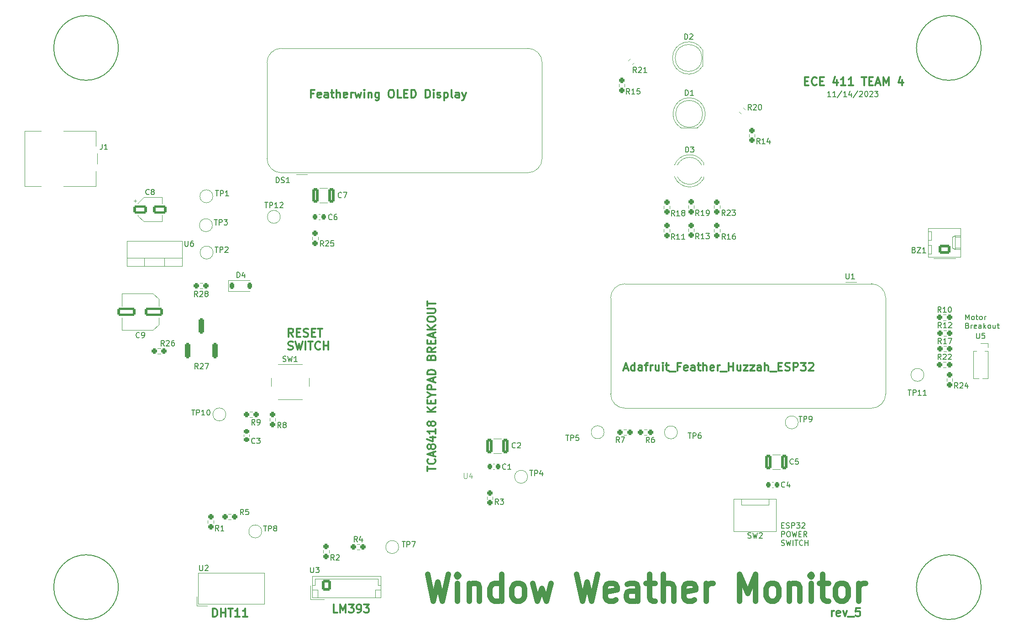
<source format=gbr>
%TF.GenerationSoftware,KiCad,Pcbnew,7.0.8*%
%TF.CreationDate,2023-11-14T21:54:52-08:00*%
%TF.ProjectId,window_weather_monitor,77696e64-6f77-45f7-9765-61746865725f,4*%
%TF.SameCoordinates,Original*%
%TF.FileFunction,Legend,Top*%
%TF.FilePolarity,Positive*%
%FSLAX46Y46*%
G04 Gerber Fmt 4.6, Leading zero omitted, Abs format (unit mm)*
G04 Created by KiCad (PCBNEW 7.0.8) date 2023-11-14 21:54:52*
%MOMM*%
%LPD*%
G01*
G04 APERTURE LIST*
G04 Aperture macros list*
%AMRoundRect*
0 Rectangle with rounded corners*
0 $1 Rounding radius*
0 $2 $3 $4 $5 $6 $7 $8 $9 X,Y pos of 4 corners*
0 Add a 4 corners polygon primitive as box body*
4,1,4,$2,$3,$4,$5,$6,$7,$8,$9,$2,$3,0*
0 Add four circle primitives for the rounded corners*
1,1,$1+$1,$2,$3*
1,1,$1+$1,$4,$5*
1,1,$1+$1,$6,$7*
1,1,$1+$1,$8,$9*
0 Add four rect primitives between the rounded corners*
20,1,$1+$1,$2,$3,$4,$5,0*
20,1,$1+$1,$4,$5,$6,$7,0*
20,1,$1+$1,$6,$7,$8,$9,0*
20,1,$1+$1,$8,$9,$2,$3,0*%
G04 Aperture macros list end*
%ADD10C,0.200000*%
%ADD11C,0.300000*%
%ADD12C,0.150000*%
%ADD13C,0.375000*%
%ADD14C,1.000000*%
%ADD15C,0.100000*%
%ADD16C,0.120000*%
%ADD17RoundRect,0.237500X-0.250000X-0.237500X0.250000X-0.237500X0.250000X0.237500X-0.250000X0.237500X0*%
%ADD18RoundRect,0.237500X-0.237500X0.250000X-0.237500X-0.250000X0.237500X-0.250000X0.237500X0.250000X0*%
%ADD19RoundRect,0.237500X0.237500X-0.250000X0.237500X0.250000X-0.237500X0.250000X-0.237500X-0.250000X0*%
%ADD20R,1.600000X1.600000*%
%ADD21C,1.600000*%
%ADD22RoundRect,0.255000X-0.255000X-1.145000X0.255000X-1.145000X0.255000X1.145000X-0.255000X1.145000X0*%
%ADD23R,1.000000X1.000000*%
%ADD24O,1.000000X1.000000*%
%ADD25R,1.070000X1.800000*%
%ADD26O,1.070000X1.800000*%
%ADD27C,2.000000*%
%ADD28R,2.000000X4.000000*%
%ADD29O,2.000000X3.300000*%
%ADD30O,3.500000X2.000000*%
%ADD31RoundRect,0.225000X-0.225000X-0.250000X0.225000X-0.250000X0.225000X0.250000X-0.225000X0.250000X0*%
%ADD32RoundRect,0.237500X0.344715X-0.008839X-0.008839X0.344715X-0.344715X0.008839X0.008839X-0.344715X0*%
%ADD33RoundRect,0.250000X-0.600000X-0.725000X0.600000X-0.725000X0.600000X0.725000X-0.600000X0.725000X0*%
%ADD34O,1.700000X1.950000*%
%ADD35RoundRect,0.250000X-0.325000X-1.100000X0.325000X-1.100000X0.325000X1.100000X-0.325000X1.100000X0*%
%ADD36R,1.500000X1.500000*%
%ADD37C,1.500000*%
%ADD38RoundRect,0.237500X0.250000X0.237500X-0.250000X0.237500X-0.250000X-0.237500X0.250000X-0.237500X0*%
%ADD39R,1.800000X1.800000*%
%ADD40C,1.800000*%
%ADD41RoundRect,0.250000X-1.050000X-0.550000X1.050000X-0.550000X1.050000X0.550000X-1.050000X0.550000X0*%
%ADD42R,1.905000X2.000000*%
%ADD43O,1.905000X2.000000*%
%ADD44RoundRect,0.237500X-0.008839X-0.344715X0.344715X0.008839X0.008839X0.344715X-0.344715X-0.008839X0*%
%ADD45R,1.730000X2.030000*%
%ADD46O,1.730000X2.030000*%
%ADD47RoundRect,0.250000X0.845000X-0.620000X0.845000X0.620000X-0.845000X0.620000X-0.845000X-0.620000X0*%
%ADD48O,2.190000X1.740000*%
%ADD49RoundRect,0.225000X-0.225000X-0.375000X0.225000X-0.375000X0.225000X0.375000X-0.225000X0.375000X0*%
%ADD50C,1.524000*%
%ADD51RoundRect,0.250000X1.412500X0.550000X-1.412500X0.550000X-1.412500X-0.550000X1.412500X-0.550000X0*%
%ADD52RoundRect,0.225000X0.250000X-0.225000X0.250000X0.225000X-0.250000X0.225000X-0.250000X-0.225000X0*%
G04 APERTURE END LIST*
D10*
X178109282Y-49016219D02*
X177537854Y-49016219D01*
X177823568Y-49016219D02*
X177823568Y-48016219D01*
X177823568Y-48016219D02*
X177728330Y-48159076D01*
X177728330Y-48159076D02*
X177633092Y-48254314D01*
X177633092Y-48254314D02*
X177537854Y-48301933D01*
X179061663Y-49016219D02*
X178490235Y-49016219D01*
X178775949Y-49016219D02*
X178775949Y-48016219D01*
X178775949Y-48016219D02*
X178680711Y-48159076D01*
X178680711Y-48159076D02*
X178585473Y-48254314D01*
X178585473Y-48254314D02*
X178490235Y-48301933D01*
X180204520Y-47968600D02*
X179347378Y-49254314D01*
X181061663Y-49016219D02*
X180490235Y-49016219D01*
X180775949Y-49016219D02*
X180775949Y-48016219D01*
X180775949Y-48016219D02*
X180680711Y-48159076D01*
X180680711Y-48159076D02*
X180585473Y-48254314D01*
X180585473Y-48254314D02*
X180490235Y-48301933D01*
X181918806Y-48349552D02*
X181918806Y-49016219D01*
X181680711Y-47968600D02*
X181442616Y-48682885D01*
X181442616Y-48682885D02*
X182061663Y-48682885D01*
X183156901Y-47968600D02*
X182299759Y-49254314D01*
X183442616Y-48111457D02*
X183490235Y-48063838D01*
X183490235Y-48063838D02*
X183585473Y-48016219D01*
X183585473Y-48016219D02*
X183823568Y-48016219D01*
X183823568Y-48016219D02*
X183918806Y-48063838D01*
X183918806Y-48063838D02*
X183966425Y-48111457D01*
X183966425Y-48111457D02*
X184014044Y-48206695D01*
X184014044Y-48206695D02*
X184014044Y-48301933D01*
X184014044Y-48301933D02*
X183966425Y-48444790D01*
X183966425Y-48444790D02*
X183394997Y-49016219D01*
X183394997Y-49016219D02*
X184014044Y-49016219D01*
X184633092Y-48016219D02*
X184728330Y-48016219D01*
X184728330Y-48016219D02*
X184823568Y-48063838D01*
X184823568Y-48063838D02*
X184871187Y-48111457D01*
X184871187Y-48111457D02*
X184918806Y-48206695D01*
X184918806Y-48206695D02*
X184966425Y-48397171D01*
X184966425Y-48397171D02*
X184966425Y-48635266D01*
X184966425Y-48635266D02*
X184918806Y-48825742D01*
X184918806Y-48825742D02*
X184871187Y-48920980D01*
X184871187Y-48920980D02*
X184823568Y-48968600D01*
X184823568Y-48968600D02*
X184728330Y-49016219D01*
X184728330Y-49016219D02*
X184633092Y-49016219D01*
X184633092Y-49016219D02*
X184537854Y-48968600D01*
X184537854Y-48968600D02*
X184490235Y-48920980D01*
X184490235Y-48920980D02*
X184442616Y-48825742D01*
X184442616Y-48825742D02*
X184394997Y-48635266D01*
X184394997Y-48635266D02*
X184394997Y-48397171D01*
X184394997Y-48397171D02*
X184442616Y-48206695D01*
X184442616Y-48206695D02*
X184490235Y-48111457D01*
X184490235Y-48111457D02*
X184537854Y-48063838D01*
X184537854Y-48063838D02*
X184633092Y-48016219D01*
X185347378Y-48111457D02*
X185394997Y-48063838D01*
X185394997Y-48063838D02*
X185490235Y-48016219D01*
X185490235Y-48016219D02*
X185728330Y-48016219D01*
X185728330Y-48016219D02*
X185823568Y-48063838D01*
X185823568Y-48063838D02*
X185871187Y-48111457D01*
X185871187Y-48111457D02*
X185918806Y-48206695D01*
X185918806Y-48206695D02*
X185918806Y-48301933D01*
X185918806Y-48301933D02*
X185871187Y-48444790D01*
X185871187Y-48444790D02*
X185299759Y-49016219D01*
X185299759Y-49016219D02*
X185918806Y-49016219D01*
X186252140Y-48016219D02*
X186871187Y-48016219D01*
X186871187Y-48016219D02*
X186537854Y-48397171D01*
X186537854Y-48397171D02*
X186680711Y-48397171D01*
X186680711Y-48397171D02*
X186775949Y-48444790D01*
X186775949Y-48444790D02*
X186823568Y-48492409D01*
X186823568Y-48492409D02*
X186871187Y-48587647D01*
X186871187Y-48587647D02*
X186871187Y-48825742D01*
X186871187Y-48825742D02*
X186823568Y-48920980D01*
X186823568Y-48920980D02*
X186775949Y-48968600D01*
X186775949Y-48968600D02*
X186680711Y-49016219D01*
X186680711Y-49016219D02*
X186394997Y-49016219D01*
X186394997Y-49016219D02*
X186299759Y-48968600D01*
X186299759Y-48968600D02*
X186252140Y-48920980D01*
D11*
X178303710Y-145368228D02*
X178303710Y-144368228D01*
X178303710Y-144653942D02*
X178375139Y-144511085D01*
X178375139Y-144511085D02*
X178446568Y-144439657D01*
X178446568Y-144439657D02*
X178589425Y-144368228D01*
X178589425Y-144368228D02*
X178732282Y-144368228D01*
X179803710Y-145296800D02*
X179660853Y-145368228D01*
X179660853Y-145368228D02*
X179375139Y-145368228D01*
X179375139Y-145368228D02*
X179232281Y-145296800D01*
X179232281Y-145296800D02*
X179160853Y-145153942D01*
X179160853Y-145153942D02*
X179160853Y-144582514D01*
X179160853Y-144582514D02*
X179232281Y-144439657D01*
X179232281Y-144439657D02*
X179375139Y-144368228D01*
X179375139Y-144368228D02*
X179660853Y-144368228D01*
X179660853Y-144368228D02*
X179803710Y-144439657D01*
X179803710Y-144439657D02*
X179875139Y-144582514D01*
X179875139Y-144582514D02*
X179875139Y-144725371D01*
X179875139Y-144725371D02*
X179160853Y-144868228D01*
X180375138Y-144368228D02*
X180732281Y-145368228D01*
X180732281Y-145368228D02*
X181089424Y-144368228D01*
X181303710Y-145511085D02*
X182446567Y-145511085D01*
X183517995Y-143868228D02*
X182803709Y-143868228D01*
X182803709Y-143868228D02*
X182732281Y-144582514D01*
X182732281Y-144582514D02*
X182803709Y-144511085D01*
X182803709Y-144511085D02*
X182946567Y-144439657D01*
X182946567Y-144439657D02*
X183303709Y-144439657D01*
X183303709Y-144439657D02*
X183446567Y-144511085D01*
X183446567Y-144511085D02*
X183517995Y-144582514D01*
X183517995Y-144582514D02*
X183589424Y-144725371D01*
X183589424Y-144725371D02*
X183589424Y-145082514D01*
X183589424Y-145082514D02*
X183517995Y-145225371D01*
X183517995Y-145225371D02*
X183446567Y-145296800D01*
X183446567Y-145296800D02*
X183303709Y-145368228D01*
X183303709Y-145368228D02*
X182946567Y-145368228D01*
X182946567Y-145368228D02*
X182803709Y-145296800D01*
X182803709Y-145296800D02*
X182732281Y-145225371D01*
D12*
X46000000Y-140000000D02*
G75*
G03*
X46000000Y-140000000I-6000000J0D01*
G01*
X206000000Y-40000000D02*
G75*
G03*
X206000000Y-40000000I-6000000J0D01*
G01*
X206000000Y-140000000D02*
G75*
G03*
X206000000Y-140000000I-6000000J0D01*
G01*
X46000000Y-40000000D02*
G75*
G03*
X46000000Y-40000000I-6000000J0D01*
G01*
D11*
X103279028Y-118455574D02*
X103279028Y-117598432D01*
X104779028Y-118027003D02*
X103279028Y-118027003D01*
X104636171Y-116241289D02*
X104707600Y-116312717D01*
X104707600Y-116312717D02*
X104779028Y-116527003D01*
X104779028Y-116527003D02*
X104779028Y-116669860D01*
X104779028Y-116669860D02*
X104707600Y-116884146D01*
X104707600Y-116884146D02*
X104564742Y-117027003D01*
X104564742Y-117027003D02*
X104421885Y-117098432D01*
X104421885Y-117098432D02*
X104136171Y-117169860D01*
X104136171Y-117169860D02*
X103921885Y-117169860D01*
X103921885Y-117169860D02*
X103636171Y-117098432D01*
X103636171Y-117098432D02*
X103493314Y-117027003D01*
X103493314Y-117027003D02*
X103350457Y-116884146D01*
X103350457Y-116884146D02*
X103279028Y-116669860D01*
X103279028Y-116669860D02*
X103279028Y-116527003D01*
X103279028Y-116527003D02*
X103350457Y-116312717D01*
X103350457Y-116312717D02*
X103421885Y-116241289D01*
X104350457Y-115669860D02*
X104350457Y-114955575D01*
X104779028Y-115812717D02*
X103279028Y-115312717D01*
X103279028Y-115312717D02*
X104779028Y-114812717D01*
X103921885Y-114098432D02*
X103850457Y-114241289D01*
X103850457Y-114241289D02*
X103779028Y-114312718D01*
X103779028Y-114312718D02*
X103636171Y-114384146D01*
X103636171Y-114384146D02*
X103564742Y-114384146D01*
X103564742Y-114384146D02*
X103421885Y-114312718D01*
X103421885Y-114312718D02*
X103350457Y-114241289D01*
X103350457Y-114241289D02*
X103279028Y-114098432D01*
X103279028Y-114098432D02*
X103279028Y-113812718D01*
X103279028Y-113812718D02*
X103350457Y-113669861D01*
X103350457Y-113669861D02*
X103421885Y-113598432D01*
X103421885Y-113598432D02*
X103564742Y-113527003D01*
X103564742Y-113527003D02*
X103636171Y-113527003D01*
X103636171Y-113527003D02*
X103779028Y-113598432D01*
X103779028Y-113598432D02*
X103850457Y-113669861D01*
X103850457Y-113669861D02*
X103921885Y-113812718D01*
X103921885Y-113812718D02*
X103921885Y-114098432D01*
X103921885Y-114098432D02*
X103993314Y-114241289D01*
X103993314Y-114241289D02*
X104064742Y-114312718D01*
X104064742Y-114312718D02*
X104207600Y-114384146D01*
X104207600Y-114384146D02*
X104493314Y-114384146D01*
X104493314Y-114384146D02*
X104636171Y-114312718D01*
X104636171Y-114312718D02*
X104707600Y-114241289D01*
X104707600Y-114241289D02*
X104779028Y-114098432D01*
X104779028Y-114098432D02*
X104779028Y-113812718D01*
X104779028Y-113812718D02*
X104707600Y-113669861D01*
X104707600Y-113669861D02*
X104636171Y-113598432D01*
X104636171Y-113598432D02*
X104493314Y-113527003D01*
X104493314Y-113527003D02*
X104207600Y-113527003D01*
X104207600Y-113527003D02*
X104064742Y-113598432D01*
X104064742Y-113598432D02*
X103993314Y-113669861D01*
X103993314Y-113669861D02*
X103921885Y-113812718D01*
X103779028Y-112241290D02*
X104779028Y-112241290D01*
X103207600Y-112598432D02*
X104279028Y-112955575D01*
X104279028Y-112955575D02*
X104279028Y-112027004D01*
X104779028Y-110669861D02*
X104779028Y-111527004D01*
X104779028Y-111098433D02*
X103279028Y-111098433D01*
X103279028Y-111098433D02*
X103493314Y-111241290D01*
X103493314Y-111241290D02*
X103636171Y-111384147D01*
X103636171Y-111384147D02*
X103707600Y-111527004D01*
X103921885Y-109812719D02*
X103850457Y-109955576D01*
X103850457Y-109955576D02*
X103779028Y-110027005D01*
X103779028Y-110027005D02*
X103636171Y-110098433D01*
X103636171Y-110098433D02*
X103564742Y-110098433D01*
X103564742Y-110098433D02*
X103421885Y-110027005D01*
X103421885Y-110027005D02*
X103350457Y-109955576D01*
X103350457Y-109955576D02*
X103279028Y-109812719D01*
X103279028Y-109812719D02*
X103279028Y-109527005D01*
X103279028Y-109527005D02*
X103350457Y-109384148D01*
X103350457Y-109384148D02*
X103421885Y-109312719D01*
X103421885Y-109312719D02*
X103564742Y-109241290D01*
X103564742Y-109241290D02*
X103636171Y-109241290D01*
X103636171Y-109241290D02*
X103779028Y-109312719D01*
X103779028Y-109312719D02*
X103850457Y-109384148D01*
X103850457Y-109384148D02*
X103921885Y-109527005D01*
X103921885Y-109527005D02*
X103921885Y-109812719D01*
X103921885Y-109812719D02*
X103993314Y-109955576D01*
X103993314Y-109955576D02*
X104064742Y-110027005D01*
X104064742Y-110027005D02*
X104207600Y-110098433D01*
X104207600Y-110098433D02*
X104493314Y-110098433D01*
X104493314Y-110098433D02*
X104636171Y-110027005D01*
X104636171Y-110027005D02*
X104707600Y-109955576D01*
X104707600Y-109955576D02*
X104779028Y-109812719D01*
X104779028Y-109812719D02*
X104779028Y-109527005D01*
X104779028Y-109527005D02*
X104707600Y-109384148D01*
X104707600Y-109384148D02*
X104636171Y-109312719D01*
X104636171Y-109312719D02*
X104493314Y-109241290D01*
X104493314Y-109241290D02*
X104207600Y-109241290D01*
X104207600Y-109241290D02*
X104064742Y-109312719D01*
X104064742Y-109312719D02*
X103993314Y-109384148D01*
X103993314Y-109384148D02*
X103921885Y-109527005D01*
X104779028Y-107455577D02*
X103279028Y-107455577D01*
X104779028Y-106598434D02*
X103921885Y-107241291D01*
X103279028Y-106598434D02*
X104136171Y-107455577D01*
X103993314Y-105955577D02*
X103993314Y-105455577D01*
X104779028Y-105241291D02*
X104779028Y-105955577D01*
X104779028Y-105955577D02*
X103279028Y-105955577D01*
X103279028Y-105955577D02*
X103279028Y-105241291D01*
X104064742Y-104312719D02*
X104779028Y-104312719D01*
X103279028Y-104812719D02*
X104064742Y-104312719D01*
X104064742Y-104312719D02*
X103279028Y-103812719D01*
X104779028Y-103312720D02*
X103279028Y-103312720D01*
X103279028Y-103312720D02*
X103279028Y-102741291D01*
X103279028Y-102741291D02*
X103350457Y-102598434D01*
X103350457Y-102598434D02*
X103421885Y-102527005D01*
X103421885Y-102527005D02*
X103564742Y-102455577D01*
X103564742Y-102455577D02*
X103779028Y-102455577D01*
X103779028Y-102455577D02*
X103921885Y-102527005D01*
X103921885Y-102527005D02*
X103993314Y-102598434D01*
X103993314Y-102598434D02*
X104064742Y-102741291D01*
X104064742Y-102741291D02*
X104064742Y-103312720D01*
X104350457Y-101884148D02*
X104350457Y-101169863D01*
X104779028Y-102027005D02*
X103279028Y-101527005D01*
X103279028Y-101527005D02*
X104779028Y-101027005D01*
X104779028Y-100527006D02*
X103279028Y-100527006D01*
X103279028Y-100527006D02*
X103279028Y-100169863D01*
X103279028Y-100169863D02*
X103350457Y-99955577D01*
X103350457Y-99955577D02*
X103493314Y-99812720D01*
X103493314Y-99812720D02*
X103636171Y-99741291D01*
X103636171Y-99741291D02*
X103921885Y-99669863D01*
X103921885Y-99669863D02*
X104136171Y-99669863D01*
X104136171Y-99669863D02*
X104421885Y-99741291D01*
X104421885Y-99741291D02*
X104564742Y-99812720D01*
X104564742Y-99812720D02*
X104707600Y-99955577D01*
X104707600Y-99955577D02*
X104779028Y-100169863D01*
X104779028Y-100169863D02*
X104779028Y-100527006D01*
X103993314Y-97384149D02*
X104064742Y-97169863D01*
X104064742Y-97169863D02*
X104136171Y-97098434D01*
X104136171Y-97098434D02*
X104279028Y-97027006D01*
X104279028Y-97027006D02*
X104493314Y-97027006D01*
X104493314Y-97027006D02*
X104636171Y-97098434D01*
X104636171Y-97098434D02*
X104707600Y-97169863D01*
X104707600Y-97169863D02*
X104779028Y-97312720D01*
X104779028Y-97312720D02*
X104779028Y-97884149D01*
X104779028Y-97884149D02*
X103279028Y-97884149D01*
X103279028Y-97884149D02*
X103279028Y-97384149D01*
X103279028Y-97384149D02*
X103350457Y-97241292D01*
X103350457Y-97241292D02*
X103421885Y-97169863D01*
X103421885Y-97169863D02*
X103564742Y-97098434D01*
X103564742Y-97098434D02*
X103707600Y-97098434D01*
X103707600Y-97098434D02*
X103850457Y-97169863D01*
X103850457Y-97169863D02*
X103921885Y-97241292D01*
X103921885Y-97241292D02*
X103993314Y-97384149D01*
X103993314Y-97384149D02*
X103993314Y-97884149D01*
X104779028Y-95527006D02*
X104064742Y-96027006D01*
X104779028Y-96384149D02*
X103279028Y-96384149D01*
X103279028Y-96384149D02*
X103279028Y-95812720D01*
X103279028Y-95812720D02*
X103350457Y-95669863D01*
X103350457Y-95669863D02*
X103421885Y-95598434D01*
X103421885Y-95598434D02*
X103564742Y-95527006D01*
X103564742Y-95527006D02*
X103779028Y-95527006D01*
X103779028Y-95527006D02*
X103921885Y-95598434D01*
X103921885Y-95598434D02*
X103993314Y-95669863D01*
X103993314Y-95669863D02*
X104064742Y-95812720D01*
X104064742Y-95812720D02*
X104064742Y-96384149D01*
X103993314Y-94884149D02*
X103993314Y-94384149D01*
X104779028Y-94169863D02*
X104779028Y-94884149D01*
X104779028Y-94884149D02*
X103279028Y-94884149D01*
X103279028Y-94884149D02*
X103279028Y-94169863D01*
X104350457Y-93598434D02*
X104350457Y-92884149D01*
X104779028Y-93741291D02*
X103279028Y-93241291D01*
X103279028Y-93241291D02*
X104779028Y-92741291D01*
X104779028Y-92241292D02*
X103279028Y-92241292D01*
X104779028Y-91384149D02*
X103921885Y-92027006D01*
X103279028Y-91384149D02*
X104136171Y-92241292D01*
X103279028Y-90455577D02*
X103279028Y-90169863D01*
X103279028Y-90169863D02*
X103350457Y-90027006D01*
X103350457Y-90027006D02*
X103493314Y-89884149D01*
X103493314Y-89884149D02*
X103779028Y-89812720D01*
X103779028Y-89812720D02*
X104279028Y-89812720D01*
X104279028Y-89812720D02*
X104564742Y-89884149D01*
X104564742Y-89884149D02*
X104707600Y-90027006D01*
X104707600Y-90027006D02*
X104779028Y-90169863D01*
X104779028Y-90169863D02*
X104779028Y-90455577D01*
X104779028Y-90455577D02*
X104707600Y-90598435D01*
X104707600Y-90598435D02*
X104564742Y-90741292D01*
X104564742Y-90741292D02*
X104279028Y-90812720D01*
X104279028Y-90812720D02*
X103779028Y-90812720D01*
X103779028Y-90812720D02*
X103493314Y-90741292D01*
X103493314Y-90741292D02*
X103350457Y-90598435D01*
X103350457Y-90598435D02*
X103279028Y-90455577D01*
X103279028Y-89169863D02*
X104493314Y-89169863D01*
X104493314Y-89169863D02*
X104636171Y-89098434D01*
X104636171Y-89098434D02*
X104707600Y-89027006D01*
X104707600Y-89027006D02*
X104779028Y-88884148D01*
X104779028Y-88884148D02*
X104779028Y-88598434D01*
X104779028Y-88598434D02*
X104707600Y-88455577D01*
X104707600Y-88455577D02*
X104636171Y-88384148D01*
X104636171Y-88384148D02*
X104493314Y-88312720D01*
X104493314Y-88312720D02*
X103279028Y-88312720D01*
X103279028Y-87812719D02*
X103279028Y-86955577D01*
X104779028Y-87384148D02*
X103279028Y-87384148D01*
D13*
X173273052Y-46153614D02*
X173773052Y-46153614D01*
X173987338Y-46939328D02*
X173273052Y-46939328D01*
X173273052Y-46939328D02*
X173273052Y-45439328D01*
X173273052Y-45439328D02*
X173987338Y-45439328D01*
X175487338Y-46796471D02*
X175415910Y-46867900D01*
X175415910Y-46867900D02*
X175201624Y-46939328D01*
X175201624Y-46939328D02*
X175058767Y-46939328D01*
X175058767Y-46939328D02*
X174844481Y-46867900D01*
X174844481Y-46867900D02*
X174701624Y-46725042D01*
X174701624Y-46725042D02*
X174630195Y-46582185D01*
X174630195Y-46582185D02*
X174558767Y-46296471D01*
X174558767Y-46296471D02*
X174558767Y-46082185D01*
X174558767Y-46082185D02*
X174630195Y-45796471D01*
X174630195Y-45796471D02*
X174701624Y-45653614D01*
X174701624Y-45653614D02*
X174844481Y-45510757D01*
X174844481Y-45510757D02*
X175058767Y-45439328D01*
X175058767Y-45439328D02*
X175201624Y-45439328D01*
X175201624Y-45439328D02*
X175415910Y-45510757D01*
X175415910Y-45510757D02*
X175487338Y-45582185D01*
X176130195Y-46153614D02*
X176630195Y-46153614D01*
X176844481Y-46939328D02*
X176130195Y-46939328D01*
X176130195Y-46939328D02*
X176130195Y-45439328D01*
X176130195Y-45439328D02*
X176844481Y-45439328D01*
X179273053Y-45939328D02*
X179273053Y-46939328D01*
X178915910Y-45367900D02*
X178558767Y-46439328D01*
X178558767Y-46439328D02*
X179487338Y-46439328D01*
X180844481Y-46939328D02*
X179987338Y-46939328D01*
X180415909Y-46939328D02*
X180415909Y-45439328D01*
X180415909Y-45439328D02*
X180273052Y-45653614D01*
X180273052Y-45653614D02*
X180130195Y-45796471D01*
X180130195Y-45796471D02*
X179987338Y-45867900D01*
X182273052Y-46939328D02*
X181415909Y-46939328D01*
X181844480Y-46939328D02*
X181844480Y-45439328D01*
X181844480Y-45439328D02*
X181701623Y-45653614D01*
X181701623Y-45653614D02*
X181558766Y-45796471D01*
X181558766Y-45796471D02*
X181415909Y-45867900D01*
X183844480Y-45439328D02*
X184701623Y-45439328D01*
X184273051Y-46939328D02*
X184273051Y-45439328D01*
X185201622Y-46153614D02*
X185701622Y-46153614D01*
X185915908Y-46939328D02*
X185201622Y-46939328D01*
X185201622Y-46939328D02*
X185201622Y-45439328D01*
X185201622Y-45439328D02*
X185915908Y-45439328D01*
X186487337Y-46510757D02*
X187201623Y-46510757D01*
X186344480Y-46939328D02*
X186844480Y-45439328D01*
X186844480Y-45439328D02*
X187344480Y-46939328D01*
X187844479Y-46939328D02*
X187844479Y-45439328D01*
X187844479Y-45439328D02*
X188344479Y-46510757D01*
X188344479Y-46510757D02*
X188844479Y-45439328D01*
X188844479Y-45439328D02*
X188844479Y-46939328D01*
X191344480Y-45939328D02*
X191344480Y-46939328D01*
X190987337Y-45367900D02*
X190630194Y-46439328D01*
X190630194Y-46439328D02*
X191558765Y-46439328D01*
D11*
X78424453Y-93550228D02*
X77924453Y-92835942D01*
X77567310Y-93550228D02*
X77567310Y-92050228D01*
X77567310Y-92050228D02*
X78138739Y-92050228D01*
X78138739Y-92050228D02*
X78281596Y-92121657D01*
X78281596Y-92121657D02*
X78353025Y-92193085D01*
X78353025Y-92193085D02*
X78424453Y-92335942D01*
X78424453Y-92335942D02*
X78424453Y-92550228D01*
X78424453Y-92550228D02*
X78353025Y-92693085D01*
X78353025Y-92693085D02*
X78281596Y-92764514D01*
X78281596Y-92764514D02*
X78138739Y-92835942D01*
X78138739Y-92835942D02*
X77567310Y-92835942D01*
X79067310Y-92764514D02*
X79567310Y-92764514D01*
X79781596Y-93550228D02*
X79067310Y-93550228D01*
X79067310Y-93550228D02*
X79067310Y-92050228D01*
X79067310Y-92050228D02*
X79781596Y-92050228D01*
X80353025Y-93478800D02*
X80567311Y-93550228D01*
X80567311Y-93550228D02*
X80924453Y-93550228D01*
X80924453Y-93550228D02*
X81067311Y-93478800D01*
X81067311Y-93478800D02*
X81138739Y-93407371D01*
X81138739Y-93407371D02*
X81210168Y-93264514D01*
X81210168Y-93264514D02*
X81210168Y-93121657D01*
X81210168Y-93121657D02*
X81138739Y-92978800D01*
X81138739Y-92978800D02*
X81067311Y-92907371D01*
X81067311Y-92907371D02*
X80924453Y-92835942D01*
X80924453Y-92835942D02*
X80638739Y-92764514D01*
X80638739Y-92764514D02*
X80495882Y-92693085D01*
X80495882Y-92693085D02*
X80424453Y-92621657D01*
X80424453Y-92621657D02*
X80353025Y-92478800D01*
X80353025Y-92478800D02*
X80353025Y-92335942D01*
X80353025Y-92335942D02*
X80424453Y-92193085D01*
X80424453Y-92193085D02*
X80495882Y-92121657D01*
X80495882Y-92121657D02*
X80638739Y-92050228D01*
X80638739Y-92050228D02*
X80995882Y-92050228D01*
X80995882Y-92050228D02*
X81210168Y-92121657D01*
X81853024Y-92764514D02*
X82353024Y-92764514D01*
X82567310Y-93550228D02*
X81853024Y-93550228D01*
X81853024Y-93550228D02*
X81853024Y-92050228D01*
X81853024Y-92050228D02*
X82567310Y-92050228D01*
X82995882Y-92050228D02*
X83853025Y-92050228D01*
X83424453Y-93550228D02*
X83424453Y-92050228D01*
X77495882Y-95893800D02*
X77710168Y-95965228D01*
X77710168Y-95965228D02*
X78067310Y-95965228D01*
X78067310Y-95965228D02*
X78210168Y-95893800D01*
X78210168Y-95893800D02*
X78281596Y-95822371D01*
X78281596Y-95822371D02*
X78353025Y-95679514D01*
X78353025Y-95679514D02*
X78353025Y-95536657D01*
X78353025Y-95536657D02*
X78281596Y-95393800D01*
X78281596Y-95393800D02*
X78210168Y-95322371D01*
X78210168Y-95322371D02*
X78067310Y-95250942D01*
X78067310Y-95250942D02*
X77781596Y-95179514D01*
X77781596Y-95179514D02*
X77638739Y-95108085D01*
X77638739Y-95108085D02*
X77567310Y-95036657D01*
X77567310Y-95036657D02*
X77495882Y-94893800D01*
X77495882Y-94893800D02*
X77495882Y-94750942D01*
X77495882Y-94750942D02*
X77567310Y-94608085D01*
X77567310Y-94608085D02*
X77638739Y-94536657D01*
X77638739Y-94536657D02*
X77781596Y-94465228D01*
X77781596Y-94465228D02*
X78138739Y-94465228D01*
X78138739Y-94465228D02*
X78353025Y-94536657D01*
X78853024Y-94465228D02*
X79210167Y-95965228D01*
X79210167Y-95965228D02*
X79495881Y-94893800D01*
X79495881Y-94893800D02*
X79781596Y-95965228D01*
X79781596Y-95965228D02*
X80138739Y-94465228D01*
X80710167Y-95965228D02*
X80710167Y-94465228D01*
X81210168Y-94465228D02*
X82067311Y-94465228D01*
X81638739Y-95965228D02*
X81638739Y-94465228D01*
X83424453Y-95822371D02*
X83353025Y-95893800D01*
X83353025Y-95893800D02*
X83138739Y-95965228D01*
X83138739Y-95965228D02*
X82995882Y-95965228D01*
X82995882Y-95965228D02*
X82781596Y-95893800D01*
X82781596Y-95893800D02*
X82638739Y-95750942D01*
X82638739Y-95750942D02*
X82567310Y-95608085D01*
X82567310Y-95608085D02*
X82495882Y-95322371D01*
X82495882Y-95322371D02*
X82495882Y-95108085D01*
X82495882Y-95108085D02*
X82567310Y-94822371D01*
X82567310Y-94822371D02*
X82638739Y-94679514D01*
X82638739Y-94679514D02*
X82781596Y-94536657D01*
X82781596Y-94536657D02*
X82995882Y-94465228D01*
X82995882Y-94465228D02*
X83138739Y-94465228D01*
X83138739Y-94465228D02*
X83353025Y-94536657D01*
X83353025Y-94536657D02*
X83424453Y-94608085D01*
X84067310Y-95965228D02*
X84067310Y-94465228D01*
X84067310Y-95179514D02*
X84924453Y-95179514D01*
X84924453Y-95965228D02*
X84924453Y-94465228D01*
D10*
X169000273Y-128533609D02*
X169333606Y-128533609D01*
X169476463Y-129057419D02*
X169000273Y-129057419D01*
X169000273Y-129057419D02*
X169000273Y-128057419D01*
X169000273Y-128057419D02*
X169476463Y-128057419D01*
X169857416Y-129009800D02*
X170000273Y-129057419D01*
X170000273Y-129057419D02*
X170238368Y-129057419D01*
X170238368Y-129057419D02*
X170333606Y-129009800D01*
X170333606Y-129009800D02*
X170381225Y-128962180D01*
X170381225Y-128962180D02*
X170428844Y-128866942D01*
X170428844Y-128866942D02*
X170428844Y-128771704D01*
X170428844Y-128771704D02*
X170381225Y-128676466D01*
X170381225Y-128676466D02*
X170333606Y-128628847D01*
X170333606Y-128628847D02*
X170238368Y-128581228D01*
X170238368Y-128581228D02*
X170047892Y-128533609D01*
X170047892Y-128533609D02*
X169952654Y-128485990D01*
X169952654Y-128485990D02*
X169905035Y-128438371D01*
X169905035Y-128438371D02*
X169857416Y-128343133D01*
X169857416Y-128343133D02*
X169857416Y-128247895D01*
X169857416Y-128247895D02*
X169905035Y-128152657D01*
X169905035Y-128152657D02*
X169952654Y-128105038D01*
X169952654Y-128105038D02*
X170047892Y-128057419D01*
X170047892Y-128057419D02*
X170285987Y-128057419D01*
X170285987Y-128057419D02*
X170428844Y-128105038D01*
X170857416Y-129057419D02*
X170857416Y-128057419D01*
X170857416Y-128057419D02*
X171238368Y-128057419D01*
X171238368Y-128057419D02*
X171333606Y-128105038D01*
X171333606Y-128105038D02*
X171381225Y-128152657D01*
X171381225Y-128152657D02*
X171428844Y-128247895D01*
X171428844Y-128247895D02*
X171428844Y-128390752D01*
X171428844Y-128390752D02*
X171381225Y-128485990D01*
X171381225Y-128485990D02*
X171333606Y-128533609D01*
X171333606Y-128533609D02*
X171238368Y-128581228D01*
X171238368Y-128581228D02*
X170857416Y-128581228D01*
X171762178Y-128057419D02*
X172381225Y-128057419D01*
X172381225Y-128057419D02*
X172047892Y-128438371D01*
X172047892Y-128438371D02*
X172190749Y-128438371D01*
X172190749Y-128438371D02*
X172285987Y-128485990D01*
X172285987Y-128485990D02*
X172333606Y-128533609D01*
X172333606Y-128533609D02*
X172381225Y-128628847D01*
X172381225Y-128628847D02*
X172381225Y-128866942D01*
X172381225Y-128866942D02*
X172333606Y-128962180D01*
X172333606Y-128962180D02*
X172285987Y-129009800D01*
X172285987Y-129009800D02*
X172190749Y-129057419D01*
X172190749Y-129057419D02*
X171905035Y-129057419D01*
X171905035Y-129057419D02*
X171809797Y-129009800D01*
X171809797Y-129009800D02*
X171762178Y-128962180D01*
X172762178Y-128152657D02*
X172809797Y-128105038D01*
X172809797Y-128105038D02*
X172905035Y-128057419D01*
X172905035Y-128057419D02*
X173143130Y-128057419D01*
X173143130Y-128057419D02*
X173238368Y-128105038D01*
X173238368Y-128105038D02*
X173285987Y-128152657D01*
X173285987Y-128152657D02*
X173333606Y-128247895D01*
X173333606Y-128247895D02*
X173333606Y-128343133D01*
X173333606Y-128343133D02*
X173285987Y-128485990D01*
X173285987Y-128485990D02*
X172714559Y-129057419D01*
X172714559Y-129057419D02*
X173333606Y-129057419D01*
X169000273Y-130667419D02*
X169000273Y-129667419D01*
X169000273Y-129667419D02*
X169381225Y-129667419D01*
X169381225Y-129667419D02*
X169476463Y-129715038D01*
X169476463Y-129715038D02*
X169524082Y-129762657D01*
X169524082Y-129762657D02*
X169571701Y-129857895D01*
X169571701Y-129857895D02*
X169571701Y-130000752D01*
X169571701Y-130000752D02*
X169524082Y-130095990D01*
X169524082Y-130095990D02*
X169476463Y-130143609D01*
X169476463Y-130143609D02*
X169381225Y-130191228D01*
X169381225Y-130191228D02*
X169000273Y-130191228D01*
X170190749Y-129667419D02*
X170381225Y-129667419D01*
X170381225Y-129667419D02*
X170476463Y-129715038D01*
X170476463Y-129715038D02*
X170571701Y-129810276D01*
X170571701Y-129810276D02*
X170619320Y-130000752D01*
X170619320Y-130000752D02*
X170619320Y-130334085D01*
X170619320Y-130334085D02*
X170571701Y-130524561D01*
X170571701Y-130524561D02*
X170476463Y-130619800D01*
X170476463Y-130619800D02*
X170381225Y-130667419D01*
X170381225Y-130667419D02*
X170190749Y-130667419D01*
X170190749Y-130667419D02*
X170095511Y-130619800D01*
X170095511Y-130619800D02*
X170000273Y-130524561D01*
X170000273Y-130524561D02*
X169952654Y-130334085D01*
X169952654Y-130334085D02*
X169952654Y-130000752D01*
X169952654Y-130000752D02*
X170000273Y-129810276D01*
X170000273Y-129810276D02*
X170095511Y-129715038D01*
X170095511Y-129715038D02*
X170190749Y-129667419D01*
X170952654Y-129667419D02*
X171190749Y-130667419D01*
X171190749Y-130667419D02*
X171381225Y-129953133D01*
X171381225Y-129953133D02*
X171571701Y-130667419D01*
X171571701Y-130667419D02*
X171809797Y-129667419D01*
X172190749Y-130143609D02*
X172524082Y-130143609D01*
X172666939Y-130667419D02*
X172190749Y-130667419D01*
X172190749Y-130667419D02*
X172190749Y-129667419D01*
X172190749Y-129667419D02*
X172666939Y-129667419D01*
X173666939Y-130667419D02*
X173333606Y-130191228D01*
X173095511Y-130667419D02*
X173095511Y-129667419D01*
X173095511Y-129667419D02*
X173476463Y-129667419D01*
X173476463Y-129667419D02*
X173571701Y-129715038D01*
X173571701Y-129715038D02*
X173619320Y-129762657D01*
X173619320Y-129762657D02*
X173666939Y-129857895D01*
X173666939Y-129857895D02*
X173666939Y-130000752D01*
X173666939Y-130000752D02*
X173619320Y-130095990D01*
X173619320Y-130095990D02*
X173571701Y-130143609D01*
X173571701Y-130143609D02*
X173476463Y-130191228D01*
X173476463Y-130191228D02*
X173095511Y-130191228D01*
X168952654Y-132229800D02*
X169095511Y-132277419D01*
X169095511Y-132277419D02*
X169333606Y-132277419D01*
X169333606Y-132277419D02*
X169428844Y-132229800D01*
X169428844Y-132229800D02*
X169476463Y-132182180D01*
X169476463Y-132182180D02*
X169524082Y-132086942D01*
X169524082Y-132086942D02*
X169524082Y-131991704D01*
X169524082Y-131991704D02*
X169476463Y-131896466D01*
X169476463Y-131896466D02*
X169428844Y-131848847D01*
X169428844Y-131848847D02*
X169333606Y-131801228D01*
X169333606Y-131801228D02*
X169143130Y-131753609D01*
X169143130Y-131753609D02*
X169047892Y-131705990D01*
X169047892Y-131705990D02*
X169000273Y-131658371D01*
X169000273Y-131658371D02*
X168952654Y-131563133D01*
X168952654Y-131563133D02*
X168952654Y-131467895D01*
X168952654Y-131467895D02*
X169000273Y-131372657D01*
X169000273Y-131372657D02*
X169047892Y-131325038D01*
X169047892Y-131325038D02*
X169143130Y-131277419D01*
X169143130Y-131277419D02*
X169381225Y-131277419D01*
X169381225Y-131277419D02*
X169524082Y-131325038D01*
X169857416Y-131277419D02*
X170095511Y-132277419D01*
X170095511Y-132277419D02*
X170285987Y-131563133D01*
X170285987Y-131563133D02*
X170476463Y-132277419D01*
X170476463Y-132277419D02*
X170714559Y-131277419D01*
X171095511Y-132277419D02*
X171095511Y-131277419D01*
X171428844Y-131277419D02*
X172000272Y-131277419D01*
X171714558Y-132277419D02*
X171714558Y-131277419D01*
X172905034Y-132182180D02*
X172857415Y-132229800D01*
X172857415Y-132229800D02*
X172714558Y-132277419D01*
X172714558Y-132277419D02*
X172619320Y-132277419D01*
X172619320Y-132277419D02*
X172476463Y-132229800D01*
X172476463Y-132229800D02*
X172381225Y-132134561D01*
X172381225Y-132134561D02*
X172333606Y-132039323D01*
X172333606Y-132039323D02*
X172285987Y-131848847D01*
X172285987Y-131848847D02*
X172285987Y-131705990D01*
X172285987Y-131705990D02*
X172333606Y-131515514D01*
X172333606Y-131515514D02*
X172381225Y-131420276D01*
X172381225Y-131420276D02*
X172476463Y-131325038D01*
X172476463Y-131325038D02*
X172619320Y-131277419D01*
X172619320Y-131277419D02*
X172714558Y-131277419D01*
X172714558Y-131277419D02*
X172857415Y-131325038D01*
X172857415Y-131325038D02*
X172905034Y-131372657D01*
X173333606Y-132277419D02*
X173333606Y-131277419D01*
X173333606Y-131753609D02*
X173905034Y-131753609D01*
X173905034Y-132277419D02*
X173905034Y-131277419D01*
D11*
X63521110Y-145495228D02*
X63521110Y-143995228D01*
X63521110Y-143995228D02*
X63878253Y-143995228D01*
X63878253Y-143995228D02*
X64092539Y-144066657D01*
X64092539Y-144066657D02*
X64235396Y-144209514D01*
X64235396Y-144209514D02*
X64306825Y-144352371D01*
X64306825Y-144352371D02*
X64378253Y-144638085D01*
X64378253Y-144638085D02*
X64378253Y-144852371D01*
X64378253Y-144852371D02*
X64306825Y-145138085D01*
X64306825Y-145138085D02*
X64235396Y-145280942D01*
X64235396Y-145280942D02*
X64092539Y-145423800D01*
X64092539Y-145423800D02*
X63878253Y-145495228D01*
X63878253Y-145495228D02*
X63521110Y-145495228D01*
X65021110Y-145495228D02*
X65021110Y-143995228D01*
X65021110Y-144709514D02*
X65878253Y-144709514D01*
X65878253Y-145495228D02*
X65878253Y-143995228D01*
X66378254Y-143995228D02*
X67235397Y-143995228D01*
X66806825Y-145495228D02*
X66806825Y-143995228D01*
X68521111Y-145495228D02*
X67663968Y-145495228D01*
X68092539Y-145495228D02*
X68092539Y-143995228D01*
X68092539Y-143995228D02*
X67949682Y-144209514D01*
X67949682Y-144209514D02*
X67806825Y-144352371D01*
X67806825Y-144352371D02*
X67663968Y-144423800D01*
X69949682Y-145495228D02*
X69092539Y-145495228D01*
X69521110Y-145495228D02*
X69521110Y-143995228D01*
X69521110Y-143995228D02*
X69378253Y-144209514D01*
X69378253Y-144209514D02*
X69235396Y-144352371D01*
X69235396Y-144352371D02*
X69092539Y-144423800D01*
X82182110Y-48468914D02*
X81682110Y-48468914D01*
X81682110Y-49254628D02*
X81682110Y-47754628D01*
X81682110Y-47754628D02*
X82396396Y-47754628D01*
X83539253Y-49183200D02*
X83396396Y-49254628D01*
X83396396Y-49254628D02*
X83110682Y-49254628D01*
X83110682Y-49254628D02*
X82967824Y-49183200D01*
X82967824Y-49183200D02*
X82896396Y-49040342D01*
X82896396Y-49040342D02*
X82896396Y-48468914D01*
X82896396Y-48468914D02*
X82967824Y-48326057D01*
X82967824Y-48326057D02*
X83110682Y-48254628D01*
X83110682Y-48254628D02*
X83396396Y-48254628D01*
X83396396Y-48254628D02*
X83539253Y-48326057D01*
X83539253Y-48326057D02*
X83610682Y-48468914D01*
X83610682Y-48468914D02*
X83610682Y-48611771D01*
X83610682Y-48611771D02*
X82896396Y-48754628D01*
X84896396Y-49254628D02*
X84896396Y-48468914D01*
X84896396Y-48468914D02*
X84824967Y-48326057D01*
X84824967Y-48326057D02*
X84682110Y-48254628D01*
X84682110Y-48254628D02*
X84396396Y-48254628D01*
X84396396Y-48254628D02*
X84253538Y-48326057D01*
X84896396Y-49183200D02*
X84753538Y-49254628D01*
X84753538Y-49254628D02*
X84396396Y-49254628D01*
X84396396Y-49254628D02*
X84253538Y-49183200D01*
X84253538Y-49183200D02*
X84182110Y-49040342D01*
X84182110Y-49040342D02*
X84182110Y-48897485D01*
X84182110Y-48897485D02*
X84253538Y-48754628D01*
X84253538Y-48754628D02*
X84396396Y-48683200D01*
X84396396Y-48683200D02*
X84753538Y-48683200D01*
X84753538Y-48683200D02*
X84896396Y-48611771D01*
X85396396Y-48254628D02*
X85967824Y-48254628D01*
X85610681Y-47754628D02*
X85610681Y-49040342D01*
X85610681Y-49040342D02*
X85682110Y-49183200D01*
X85682110Y-49183200D02*
X85824967Y-49254628D01*
X85824967Y-49254628D02*
X85967824Y-49254628D01*
X86467824Y-49254628D02*
X86467824Y-47754628D01*
X87110682Y-49254628D02*
X87110682Y-48468914D01*
X87110682Y-48468914D02*
X87039253Y-48326057D01*
X87039253Y-48326057D02*
X86896396Y-48254628D01*
X86896396Y-48254628D02*
X86682110Y-48254628D01*
X86682110Y-48254628D02*
X86539253Y-48326057D01*
X86539253Y-48326057D02*
X86467824Y-48397485D01*
X88396396Y-49183200D02*
X88253539Y-49254628D01*
X88253539Y-49254628D02*
X87967825Y-49254628D01*
X87967825Y-49254628D02*
X87824967Y-49183200D01*
X87824967Y-49183200D02*
X87753539Y-49040342D01*
X87753539Y-49040342D02*
X87753539Y-48468914D01*
X87753539Y-48468914D02*
X87824967Y-48326057D01*
X87824967Y-48326057D02*
X87967825Y-48254628D01*
X87967825Y-48254628D02*
X88253539Y-48254628D01*
X88253539Y-48254628D02*
X88396396Y-48326057D01*
X88396396Y-48326057D02*
X88467825Y-48468914D01*
X88467825Y-48468914D02*
X88467825Y-48611771D01*
X88467825Y-48611771D02*
X87753539Y-48754628D01*
X89110681Y-49254628D02*
X89110681Y-48254628D01*
X89110681Y-48540342D02*
X89182110Y-48397485D01*
X89182110Y-48397485D02*
X89253539Y-48326057D01*
X89253539Y-48326057D02*
X89396396Y-48254628D01*
X89396396Y-48254628D02*
X89539253Y-48254628D01*
X89896395Y-48254628D02*
X90182110Y-49254628D01*
X90182110Y-49254628D02*
X90467824Y-48540342D01*
X90467824Y-48540342D02*
X90753538Y-49254628D01*
X90753538Y-49254628D02*
X91039252Y-48254628D01*
X91610681Y-49254628D02*
X91610681Y-48254628D01*
X91610681Y-47754628D02*
X91539253Y-47826057D01*
X91539253Y-47826057D02*
X91610681Y-47897485D01*
X91610681Y-47897485D02*
X91682110Y-47826057D01*
X91682110Y-47826057D02*
X91610681Y-47754628D01*
X91610681Y-47754628D02*
X91610681Y-47897485D01*
X92324967Y-48254628D02*
X92324967Y-49254628D01*
X92324967Y-48397485D02*
X92396396Y-48326057D01*
X92396396Y-48326057D02*
X92539253Y-48254628D01*
X92539253Y-48254628D02*
X92753539Y-48254628D01*
X92753539Y-48254628D02*
X92896396Y-48326057D01*
X92896396Y-48326057D02*
X92967825Y-48468914D01*
X92967825Y-48468914D02*
X92967825Y-49254628D01*
X94324968Y-48254628D02*
X94324968Y-49468914D01*
X94324968Y-49468914D02*
X94253539Y-49611771D01*
X94253539Y-49611771D02*
X94182110Y-49683200D01*
X94182110Y-49683200D02*
X94039253Y-49754628D01*
X94039253Y-49754628D02*
X93824968Y-49754628D01*
X93824968Y-49754628D02*
X93682110Y-49683200D01*
X94324968Y-49183200D02*
X94182110Y-49254628D01*
X94182110Y-49254628D02*
X93896396Y-49254628D01*
X93896396Y-49254628D02*
X93753539Y-49183200D01*
X93753539Y-49183200D02*
X93682110Y-49111771D01*
X93682110Y-49111771D02*
X93610682Y-48968914D01*
X93610682Y-48968914D02*
X93610682Y-48540342D01*
X93610682Y-48540342D02*
X93682110Y-48397485D01*
X93682110Y-48397485D02*
X93753539Y-48326057D01*
X93753539Y-48326057D02*
X93896396Y-48254628D01*
X93896396Y-48254628D02*
X94182110Y-48254628D01*
X94182110Y-48254628D02*
X94324968Y-48326057D01*
X96467825Y-47754628D02*
X96753539Y-47754628D01*
X96753539Y-47754628D02*
X96896396Y-47826057D01*
X96896396Y-47826057D02*
X97039253Y-47968914D01*
X97039253Y-47968914D02*
X97110682Y-48254628D01*
X97110682Y-48254628D02*
X97110682Y-48754628D01*
X97110682Y-48754628D02*
X97039253Y-49040342D01*
X97039253Y-49040342D02*
X96896396Y-49183200D01*
X96896396Y-49183200D02*
X96753539Y-49254628D01*
X96753539Y-49254628D02*
X96467825Y-49254628D01*
X96467825Y-49254628D02*
X96324968Y-49183200D01*
X96324968Y-49183200D02*
X96182110Y-49040342D01*
X96182110Y-49040342D02*
X96110682Y-48754628D01*
X96110682Y-48754628D02*
X96110682Y-48254628D01*
X96110682Y-48254628D02*
X96182110Y-47968914D01*
X96182110Y-47968914D02*
X96324968Y-47826057D01*
X96324968Y-47826057D02*
X96467825Y-47754628D01*
X98467825Y-49254628D02*
X97753539Y-49254628D01*
X97753539Y-49254628D02*
X97753539Y-47754628D01*
X98967825Y-48468914D02*
X99467825Y-48468914D01*
X99682111Y-49254628D02*
X98967825Y-49254628D01*
X98967825Y-49254628D02*
X98967825Y-47754628D01*
X98967825Y-47754628D02*
X99682111Y-47754628D01*
X100324968Y-49254628D02*
X100324968Y-47754628D01*
X100324968Y-47754628D02*
X100682111Y-47754628D01*
X100682111Y-47754628D02*
X100896397Y-47826057D01*
X100896397Y-47826057D02*
X101039254Y-47968914D01*
X101039254Y-47968914D02*
X101110683Y-48111771D01*
X101110683Y-48111771D02*
X101182111Y-48397485D01*
X101182111Y-48397485D02*
X101182111Y-48611771D01*
X101182111Y-48611771D02*
X101110683Y-48897485D01*
X101110683Y-48897485D02*
X101039254Y-49040342D01*
X101039254Y-49040342D02*
X100896397Y-49183200D01*
X100896397Y-49183200D02*
X100682111Y-49254628D01*
X100682111Y-49254628D02*
X100324968Y-49254628D01*
X102967825Y-49254628D02*
X102967825Y-47754628D01*
X102967825Y-47754628D02*
X103324968Y-47754628D01*
X103324968Y-47754628D02*
X103539254Y-47826057D01*
X103539254Y-47826057D02*
X103682111Y-47968914D01*
X103682111Y-47968914D02*
X103753540Y-48111771D01*
X103753540Y-48111771D02*
X103824968Y-48397485D01*
X103824968Y-48397485D02*
X103824968Y-48611771D01*
X103824968Y-48611771D02*
X103753540Y-48897485D01*
X103753540Y-48897485D02*
X103682111Y-49040342D01*
X103682111Y-49040342D02*
X103539254Y-49183200D01*
X103539254Y-49183200D02*
X103324968Y-49254628D01*
X103324968Y-49254628D02*
X102967825Y-49254628D01*
X104467825Y-49254628D02*
X104467825Y-48254628D01*
X104467825Y-47754628D02*
X104396397Y-47826057D01*
X104396397Y-47826057D02*
X104467825Y-47897485D01*
X104467825Y-47897485D02*
X104539254Y-47826057D01*
X104539254Y-47826057D02*
X104467825Y-47754628D01*
X104467825Y-47754628D02*
X104467825Y-47897485D01*
X105110683Y-49183200D02*
X105253540Y-49254628D01*
X105253540Y-49254628D02*
X105539254Y-49254628D01*
X105539254Y-49254628D02*
X105682111Y-49183200D01*
X105682111Y-49183200D02*
X105753540Y-49040342D01*
X105753540Y-49040342D02*
X105753540Y-48968914D01*
X105753540Y-48968914D02*
X105682111Y-48826057D01*
X105682111Y-48826057D02*
X105539254Y-48754628D01*
X105539254Y-48754628D02*
X105324969Y-48754628D01*
X105324969Y-48754628D02*
X105182111Y-48683200D01*
X105182111Y-48683200D02*
X105110683Y-48540342D01*
X105110683Y-48540342D02*
X105110683Y-48468914D01*
X105110683Y-48468914D02*
X105182111Y-48326057D01*
X105182111Y-48326057D02*
X105324969Y-48254628D01*
X105324969Y-48254628D02*
X105539254Y-48254628D01*
X105539254Y-48254628D02*
X105682111Y-48326057D01*
X106396397Y-48254628D02*
X106396397Y-49754628D01*
X106396397Y-48326057D02*
X106539255Y-48254628D01*
X106539255Y-48254628D02*
X106824969Y-48254628D01*
X106824969Y-48254628D02*
X106967826Y-48326057D01*
X106967826Y-48326057D02*
X107039255Y-48397485D01*
X107039255Y-48397485D02*
X107110683Y-48540342D01*
X107110683Y-48540342D02*
X107110683Y-48968914D01*
X107110683Y-48968914D02*
X107039255Y-49111771D01*
X107039255Y-49111771D02*
X106967826Y-49183200D01*
X106967826Y-49183200D02*
X106824969Y-49254628D01*
X106824969Y-49254628D02*
X106539255Y-49254628D01*
X106539255Y-49254628D02*
X106396397Y-49183200D01*
X107967826Y-49254628D02*
X107824969Y-49183200D01*
X107824969Y-49183200D02*
X107753540Y-49040342D01*
X107753540Y-49040342D02*
X107753540Y-47754628D01*
X109182112Y-49254628D02*
X109182112Y-48468914D01*
X109182112Y-48468914D02*
X109110683Y-48326057D01*
X109110683Y-48326057D02*
X108967826Y-48254628D01*
X108967826Y-48254628D02*
X108682112Y-48254628D01*
X108682112Y-48254628D02*
X108539254Y-48326057D01*
X109182112Y-49183200D02*
X109039254Y-49254628D01*
X109039254Y-49254628D02*
X108682112Y-49254628D01*
X108682112Y-49254628D02*
X108539254Y-49183200D01*
X108539254Y-49183200D02*
X108467826Y-49040342D01*
X108467826Y-49040342D02*
X108467826Y-48897485D01*
X108467826Y-48897485D02*
X108539254Y-48754628D01*
X108539254Y-48754628D02*
X108682112Y-48683200D01*
X108682112Y-48683200D02*
X109039254Y-48683200D01*
X109039254Y-48683200D02*
X109182112Y-48611771D01*
X109753540Y-48254628D02*
X110110683Y-49254628D01*
X110467826Y-48254628D02*
X110110683Y-49254628D01*
X110110683Y-49254628D02*
X109967826Y-49611771D01*
X109967826Y-49611771D02*
X109896397Y-49683200D01*
X109896397Y-49683200D02*
X109753540Y-49754628D01*
D10*
X203112473Y-90408419D02*
X203112473Y-89408419D01*
X203112473Y-89408419D02*
X203445806Y-90122704D01*
X203445806Y-90122704D02*
X203779139Y-89408419D01*
X203779139Y-89408419D02*
X203779139Y-90408419D01*
X204398187Y-90408419D02*
X204302949Y-90360800D01*
X204302949Y-90360800D02*
X204255330Y-90313180D01*
X204255330Y-90313180D02*
X204207711Y-90217942D01*
X204207711Y-90217942D02*
X204207711Y-89932228D01*
X204207711Y-89932228D02*
X204255330Y-89836990D01*
X204255330Y-89836990D02*
X204302949Y-89789371D01*
X204302949Y-89789371D02*
X204398187Y-89741752D01*
X204398187Y-89741752D02*
X204541044Y-89741752D01*
X204541044Y-89741752D02*
X204636282Y-89789371D01*
X204636282Y-89789371D02*
X204683901Y-89836990D01*
X204683901Y-89836990D02*
X204731520Y-89932228D01*
X204731520Y-89932228D02*
X204731520Y-90217942D01*
X204731520Y-90217942D02*
X204683901Y-90313180D01*
X204683901Y-90313180D02*
X204636282Y-90360800D01*
X204636282Y-90360800D02*
X204541044Y-90408419D01*
X204541044Y-90408419D02*
X204398187Y-90408419D01*
X205017235Y-89741752D02*
X205398187Y-89741752D01*
X205160092Y-89408419D02*
X205160092Y-90265561D01*
X205160092Y-90265561D02*
X205207711Y-90360800D01*
X205207711Y-90360800D02*
X205302949Y-90408419D01*
X205302949Y-90408419D02*
X205398187Y-90408419D01*
X205874378Y-90408419D02*
X205779140Y-90360800D01*
X205779140Y-90360800D02*
X205731521Y-90313180D01*
X205731521Y-90313180D02*
X205683902Y-90217942D01*
X205683902Y-90217942D02*
X205683902Y-89932228D01*
X205683902Y-89932228D02*
X205731521Y-89836990D01*
X205731521Y-89836990D02*
X205779140Y-89789371D01*
X205779140Y-89789371D02*
X205874378Y-89741752D01*
X205874378Y-89741752D02*
X206017235Y-89741752D01*
X206017235Y-89741752D02*
X206112473Y-89789371D01*
X206112473Y-89789371D02*
X206160092Y-89836990D01*
X206160092Y-89836990D02*
X206207711Y-89932228D01*
X206207711Y-89932228D02*
X206207711Y-90217942D01*
X206207711Y-90217942D02*
X206160092Y-90313180D01*
X206160092Y-90313180D02*
X206112473Y-90360800D01*
X206112473Y-90360800D02*
X206017235Y-90408419D01*
X206017235Y-90408419D02*
X205874378Y-90408419D01*
X206636283Y-90408419D02*
X206636283Y-89741752D01*
X206636283Y-89932228D02*
X206683902Y-89836990D01*
X206683902Y-89836990D02*
X206731521Y-89789371D01*
X206731521Y-89789371D02*
X206826759Y-89741752D01*
X206826759Y-89741752D02*
X206921997Y-89741752D01*
X203445806Y-91494609D02*
X203588663Y-91542228D01*
X203588663Y-91542228D02*
X203636282Y-91589847D01*
X203636282Y-91589847D02*
X203683901Y-91685085D01*
X203683901Y-91685085D02*
X203683901Y-91827942D01*
X203683901Y-91827942D02*
X203636282Y-91923180D01*
X203636282Y-91923180D02*
X203588663Y-91970800D01*
X203588663Y-91970800D02*
X203493425Y-92018419D01*
X203493425Y-92018419D02*
X203112473Y-92018419D01*
X203112473Y-92018419D02*
X203112473Y-91018419D01*
X203112473Y-91018419D02*
X203445806Y-91018419D01*
X203445806Y-91018419D02*
X203541044Y-91066038D01*
X203541044Y-91066038D02*
X203588663Y-91113657D01*
X203588663Y-91113657D02*
X203636282Y-91208895D01*
X203636282Y-91208895D02*
X203636282Y-91304133D01*
X203636282Y-91304133D02*
X203588663Y-91399371D01*
X203588663Y-91399371D02*
X203541044Y-91446990D01*
X203541044Y-91446990D02*
X203445806Y-91494609D01*
X203445806Y-91494609D02*
X203112473Y-91494609D01*
X204112473Y-92018419D02*
X204112473Y-91351752D01*
X204112473Y-91542228D02*
X204160092Y-91446990D01*
X204160092Y-91446990D02*
X204207711Y-91399371D01*
X204207711Y-91399371D02*
X204302949Y-91351752D01*
X204302949Y-91351752D02*
X204398187Y-91351752D01*
X205112473Y-91970800D02*
X205017235Y-92018419D01*
X205017235Y-92018419D02*
X204826759Y-92018419D01*
X204826759Y-92018419D02*
X204731521Y-91970800D01*
X204731521Y-91970800D02*
X204683902Y-91875561D01*
X204683902Y-91875561D02*
X204683902Y-91494609D01*
X204683902Y-91494609D02*
X204731521Y-91399371D01*
X204731521Y-91399371D02*
X204826759Y-91351752D01*
X204826759Y-91351752D02*
X205017235Y-91351752D01*
X205017235Y-91351752D02*
X205112473Y-91399371D01*
X205112473Y-91399371D02*
X205160092Y-91494609D01*
X205160092Y-91494609D02*
X205160092Y-91589847D01*
X205160092Y-91589847D02*
X204683902Y-91685085D01*
X206017235Y-92018419D02*
X206017235Y-91494609D01*
X206017235Y-91494609D02*
X205969616Y-91399371D01*
X205969616Y-91399371D02*
X205874378Y-91351752D01*
X205874378Y-91351752D02*
X205683902Y-91351752D01*
X205683902Y-91351752D02*
X205588664Y-91399371D01*
X206017235Y-91970800D02*
X205921997Y-92018419D01*
X205921997Y-92018419D02*
X205683902Y-92018419D01*
X205683902Y-92018419D02*
X205588664Y-91970800D01*
X205588664Y-91970800D02*
X205541045Y-91875561D01*
X205541045Y-91875561D02*
X205541045Y-91780323D01*
X205541045Y-91780323D02*
X205588664Y-91685085D01*
X205588664Y-91685085D02*
X205683902Y-91637466D01*
X205683902Y-91637466D02*
X205921997Y-91637466D01*
X205921997Y-91637466D02*
X206017235Y-91589847D01*
X206493426Y-92018419D02*
X206493426Y-91018419D01*
X206588664Y-91637466D02*
X206874378Y-92018419D01*
X206874378Y-91351752D02*
X206493426Y-91732704D01*
X207445807Y-92018419D02*
X207350569Y-91970800D01*
X207350569Y-91970800D02*
X207302950Y-91923180D01*
X207302950Y-91923180D02*
X207255331Y-91827942D01*
X207255331Y-91827942D02*
X207255331Y-91542228D01*
X207255331Y-91542228D02*
X207302950Y-91446990D01*
X207302950Y-91446990D02*
X207350569Y-91399371D01*
X207350569Y-91399371D02*
X207445807Y-91351752D01*
X207445807Y-91351752D02*
X207588664Y-91351752D01*
X207588664Y-91351752D02*
X207683902Y-91399371D01*
X207683902Y-91399371D02*
X207731521Y-91446990D01*
X207731521Y-91446990D02*
X207779140Y-91542228D01*
X207779140Y-91542228D02*
X207779140Y-91827942D01*
X207779140Y-91827942D02*
X207731521Y-91923180D01*
X207731521Y-91923180D02*
X207683902Y-91970800D01*
X207683902Y-91970800D02*
X207588664Y-92018419D01*
X207588664Y-92018419D02*
X207445807Y-92018419D01*
X208636283Y-91351752D02*
X208636283Y-92018419D01*
X208207712Y-91351752D02*
X208207712Y-91875561D01*
X208207712Y-91875561D02*
X208255331Y-91970800D01*
X208255331Y-91970800D02*
X208350569Y-92018419D01*
X208350569Y-92018419D02*
X208493426Y-92018419D01*
X208493426Y-92018419D02*
X208588664Y-91970800D01*
X208588664Y-91970800D02*
X208636283Y-91923180D01*
X208969617Y-91351752D02*
X209350569Y-91351752D01*
X209112474Y-91018419D02*
X209112474Y-91875561D01*
X209112474Y-91875561D02*
X209160093Y-91970800D01*
X209160093Y-91970800D02*
X209255331Y-92018419D01*
X209255331Y-92018419D02*
X209350569Y-92018419D01*
D11*
X139751282Y-99448257D02*
X140465568Y-99448257D01*
X139608425Y-99876828D02*
X140108425Y-98376828D01*
X140108425Y-98376828D02*
X140608425Y-99876828D01*
X141751282Y-99876828D02*
X141751282Y-98376828D01*
X141751282Y-99805400D02*
X141608424Y-99876828D01*
X141608424Y-99876828D02*
X141322710Y-99876828D01*
X141322710Y-99876828D02*
X141179853Y-99805400D01*
X141179853Y-99805400D02*
X141108424Y-99733971D01*
X141108424Y-99733971D02*
X141036996Y-99591114D01*
X141036996Y-99591114D02*
X141036996Y-99162542D01*
X141036996Y-99162542D02*
X141108424Y-99019685D01*
X141108424Y-99019685D02*
X141179853Y-98948257D01*
X141179853Y-98948257D02*
X141322710Y-98876828D01*
X141322710Y-98876828D02*
X141608424Y-98876828D01*
X141608424Y-98876828D02*
X141751282Y-98948257D01*
X143108425Y-99876828D02*
X143108425Y-99091114D01*
X143108425Y-99091114D02*
X143036996Y-98948257D01*
X143036996Y-98948257D02*
X142894139Y-98876828D01*
X142894139Y-98876828D02*
X142608425Y-98876828D01*
X142608425Y-98876828D02*
X142465567Y-98948257D01*
X143108425Y-99805400D02*
X142965567Y-99876828D01*
X142965567Y-99876828D02*
X142608425Y-99876828D01*
X142608425Y-99876828D02*
X142465567Y-99805400D01*
X142465567Y-99805400D02*
X142394139Y-99662542D01*
X142394139Y-99662542D02*
X142394139Y-99519685D01*
X142394139Y-99519685D02*
X142465567Y-99376828D01*
X142465567Y-99376828D02*
X142608425Y-99305400D01*
X142608425Y-99305400D02*
X142965567Y-99305400D01*
X142965567Y-99305400D02*
X143108425Y-99233971D01*
X143608425Y-98876828D02*
X144179853Y-98876828D01*
X143822710Y-99876828D02*
X143822710Y-98591114D01*
X143822710Y-98591114D02*
X143894139Y-98448257D01*
X143894139Y-98448257D02*
X144036996Y-98376828D01*
X144036996Y-98376828D02*
X144179853Y-98376828D01*
X144679853Y-99876828D02*
X144679853Y-98876828D01*
X144679853Y-99162542D02*
X144751282Y-99019685D01*
X144751282Y-99019685D02*
X144822711Y-98948257D01*
X144822711Y-98948257D02*
X144965568Y-98876828D01*
X144965568Y-98876828D02*
X145108425Y-98876828D01*
X146251282Y-98876828D02*
X146251282Y-99876828D01*
X145608424Y-98876828D02*
X145608424Y-99662542D01*
X145608424Y-99662542D02*
X145679853Y-99805400D01*
X145679853Y-99805400D02*
X145822710Y-99876828D01*
X145822710Y-99876828D02*
X146036996Y-99876828D01*
X146036996Y-99876828D02*
X146179853Y-99805400D01*
X146179853Y-99805400D02*
X146251282Y-99733971D01*
X146965567Y-99876828D02*
X146965567Y-98876828D01*
X146965567Y-98376828D02*
X146894139Y-98448257D01*
X146894139Y-98448257D02*
X146965567Y-98519685D01*
X146965567Y-98519685D02*
X147036996Y-98448257D01*
X147036996Y-98448257D02*
X146965567Y-98376828D01*
X146965567Y-98376828D02*
X146965567Y-98519685D01*
X147465568Y-98876828D02*
X148036996Y-98876828D01*
X147679853Y-98376828D02*
X147679853Y-99662542D01*
X147679853Y-99662542D02*
X147751282Y-99805400D01*
X147751282Y-99805400D02*
X147894139Y-99876828D01*
X147894139Y-99876828D02*
X148036996Y-99876828D01*
X148179854Y-100019685D02*
X149322711Y-100019685D01*
X150179853Y-99091114D02*
X149679853Y-99091114D01*
X149679853Y-99876828D02*
X149679853Y-98376828D01*
X149679853Y-98376828D02*
X150394139Y-98376828D01*
X151536996Y-99805400D02*
X151394139Y-99876828D01*
X151394139Y-99876828D02*
X151108425Y-99876828D01*
X151108425Y-99876828D02*
X150965567Y-99805400D01*
X150965567Y-99805400D02*
X150894139Y-99662542D01*
X150894139Y-99662542D02*
X150894139Y-99091114D01*
X150894139Y-99091114D02*
X150965567Y-98948257D01*
X150965567Y-98948257D02*
X151108425Y-98876828D01*
X151108425Y-98876828D02*
X151394139Y-98876828D01*
X151394139Y-98876828D02*
X151536996Y-98948257D01*
X151536996Y-98948257D02*
X151608425Y-99091114D01*
X151608425Y-99091114D02*
X151608425Y-99233971D01*
X151608425Y-99233971D02*
X150894139Y-99376828D01*
X152894139Y-99876828D02*
X152894139Y-99091114D01*
X152894139Y-99091114D02*
X152822710Y-98948257D01*
X152822710Y-98948257D02*
X152679853Y-98876828D01*
X152679853Y-98876828D02*
X152394139Y-98876828D01*
X152394139Y-98876828D02*
X152251281Y-98948257D01*
X152894139Y-99805400D02*
X152751281Y-99876828D01*
X152751281Y-99876828D02*
X152394139Y-99876828D01*
X152394139Y-99876828D02*
X152251281Y-99805400D01*
X152251281Y-99805400D02*
X152179853Y-99662542D01*
X152179853Y-99662542D02*
X152179853Y-99519685D01*
X152179853Y-99519685D02*
X152251281Y-99376828D01*
X152251281Y-99376828D02*
X152394139Y-99305400D01*
X152394139Y-99305400D02*
X152751281Y-99305400D01*
X152751281Y-99305400D02*
X152894139Y-99233971D01*
X153394139Y-98876828D02*
X153965567Y-98876828D01*
X153608424Y-98376828D02*
X153608424Y-99662542D01*
X153608424Y-99662542D02*
X153679853Y-99805400D01*
X153679853Y-99805400D02*
X153822710Y-99876828D01*
X153822710Y-99876828D02*
X153965567Y-99876828D01*
X154465567Y-99876828D02*
X154465567Y-98376828D01*
X155108425Y-99876828D02*
X155108425Y-99091114D01*
X155108425Y-99091114D02*
X155036996Y-98948257D01*
X155036996Y-98948257D02*
X154894139Y-98876828D01*
X154894139Y-98876828D02*
X154679853Y-98876828D01*
X154679853Y-98876828D02*
X154536996Y-98948257D01*
X154536996Y-98948257D02*
X154465567Y-99019685D01*
X156394139Y-99805400D02*
X156251282Y-99876828D01*
X156251282Y-99876828D02*
X155965568Y-99876828D01*
X155965568Y-99876828D02*
X155822710Y-99805400D01*
X155822710Y-99805400D02*
X155751282Y-99662542D01*
X155751282Y-99662542D02*
X155751282Y-99091114D01*
X155751282Y-99091114D02*
X155822710Y-98948257D01*
X155822710Y-98948257D02*
X155965568Y-98876828D01*
X155965568Y-98876828D02*
X156251282Y-98876828D01*
X156251282Y-98876828D02*
X156394139Y-98948257D01*
X156394139Y-98948257D02*
X156465568Y-99091114D01*
X156465568Y-99091114D02*
X156465568Y-99233971D01*
X156465568Y-99233971D02*
X155751282Y-99376828D01*
X157108424Y-99876828D02*
X157108424Y-98876828D01*
X157108424Y-99162542D02*
X157179853Y-99019685D01*
X157179853Y-99019685D02*
X157251282Y-98948257D01*
X157251282Y-98948257D02*
X157394139Y-98876828D01*
X157394139Y-98876828D02*
X157536996Y-98876828D01*
X157679853Y-100019685D02*
X158822710Y-100019685D01*
X159179852Y-99876828D02*
X159179852Y-98376828D01*
X159179852Y-99091114D02*
X160036995Y-99091114D01*
X160036995Y-99876828D02*
X160036995Y-98376828D01*
X161394139Y-98876828D02*
X161394139Y-99876828D01*
X160751281Y-98876828D02*
X160751281Y-99662542D01*
X160751281Y-99662542D02*
X160822710Y-99805400D01*
X160822710Y-99805400D02*
X160965567Y-99876828D01*
X160965567Y-99876828D02*
X161179853Y-99876828D01*
X161179853Y-99876828D02*
X161322710Y-99805400D01*
X161322710Y-99805400D02*
X161394139Y-99733971D01*
X161965567Y-98876828D02*
X162751282Y-98876828D01*
X162751282Y-98876828D02*
X161965567Y-99876828D01*
X161965567Y-99876828D02*
X162751282Y-99876828D01*
X163179853Y-98876828D02*
X163965568Y-98876828D01*
X163965568Y-98876828D02*
X163179853Y-99876828D01*
X163179853Y-99876828D02*
X163965568Y-99876828D01*
X165179854Y-99876828D02*
X165179854Y-99091114D01*
X165179854Y-99091114D02*
X165108425Y-98948257D01*
X165108425Y-98948257D02*
X164965568Y-98876828D01*
X164965568Y-98876828D02*
X164679854Y-98876828D01*
X164679854Y-98876828D02*
X164536996Y-98948257D01*
X165179854Y-99805400D02*
X165036996Y-99876828D01*
X165036996Y-99876828D02*
X164679854Y-99876828D01*
X164679854Y-99876828D02*
X164536996Y-99805400D01*
X164536996Y-99805400D02*
X164465568Y-99662542D01*
X164465568Y-99662542D02*
X164465568Y-99519685D01*
X164465568Y-99519685D02*
X164536996Y-99376828D01*
X164536996Y-99376828D02*
X164679854Y-99305400D01*
X164679854Y-99305400D02*
X165036996Y-99305400D01*
X165036996Y-99305400D02*
X165179854Y-99233971D01*
X165894139Y-99876828D02*
X165894139Y-98376828D01*
X166536997Y-99876828D02*
X166536997Y-99091114D01*
X166536997Y-99091114D02*
X166465568Y-98948257D01*
X166465568Y-98948257D02*
X166322711Y-98876828D01*
X166322711Y-98876828D02*
X166108425Y-98876828D01*
X166108425Y-98876828D02*
X165965568Y-98948257D01*
X165965568Y-98948257D02*
X165894139Y-99019685D01*
X166894140Y-100019685D02*
X168036997Y-100019685D01*
X168394139Y-99091114D02*
X168894139Y-99091114D01*
X169108425Y-99876828D02*
X168394139Y-99876828D01*
X168394139Y-99876828D02*
X168394139Y-98376828D01*
X168394139Y-98376828D02*
X169108425Y-98376828D01*
X169679854Y-99805400D02*
X169894140Y-99876828D01*
X169894140Y-99876828D02*
X170251282Y-99876828D01*
X170251282Y-99876828D02*
X170394140Y-99805400D01*
X170394140Y-99805400D02*
X170465568Y-99733971D01*
X170465568Y-99733971D02*
X170536997Y-99591114D01*
X170536997Y-99591114D02*
X170536997Y-99448257D01*
X170536997Y-99448257D02*
X170465568Y-99305400D01*
X170465568Y-99305400D02*
X170394140Y-99233971D01*
X170394140Y-99233971D02*
X170251282Y-99162542D01*
X170251282Y-99162542D02*
X169965568Y-99091114D01*
X169965568Y-99091114D02*
X169822711Y-99019685D01*
X169822711Y-99019685D02*
X169751282Y-98948257D01*
X169751282Y-98948257D02*
X169679854Y-98805400D01*
X169679854Y-98805400D02*
X169679854Y-98662542D01*
X169679854Y-98662542D02*
X169751282Y-98519685D01*
X169751282Y-98519685D02*
X169822711Y-98448257D01*
X169822711Y-98448257D02*
X169965568Y-98376828D01*
X169965568Y-98376828D02*
X170322711Y-98376828D01*
X170322711Y-98376828D02*
X170536997Y-98448257D01*
X171179853Y-99876828D02*
X171179853Y-98376828D01*
X171179853Y-98376828D02*
X171751282Y-98376828D01*
X171751282Y-98376828D02*
X171894139Y-98448257D01*
X171894139Y-98448257D02*
X171965568Y-98519685D01*
X171965568Y-98519685D02*
X172036996Y-98662542D01*
X172036996Y-98662542D02*
X172036996Y-98876828D01*
X172036996Y-98876828D02*
X171965568Y-99019685D01*
X171965568Y-99019685D02*
X171894139Y-99091114D01*
X171894139Y-99091114D02*
X171751282Y-99162542D01*
X171751282Y-99162542D02*
X171179853Y-99162542D01*
X172536996Y-98376828D02*
X173465568Y-98376828D01*
X173465568Y-98376828D02*
X172965568Y-98948257D01*
X172965568Y-98948257D02*
X173179853Y-98948257D01*
X173179853Y-98948257D02*
X173322711Y-99019685D01*
X173322711Y-99019685D02*
X173394139Y-99091114D01*
X173394139Y-99091114D02*
X173465568Y-99233971D01*
X173465568Y-99233971D02*
X173465568Y-99591114D01*
X173465568Y-99591114D02*
X173394139Y-99733971D01*
X173394139Y-99733971D02*
X173322711Y-99805400D01*
X173322711Y-99805400D02*
X173179853Y-99876828D01*
X173179853Y-99876828D02*
X172751282Y-99876828D01*
X172751282Y-99876828D02*
X172608425Y-99805400D01*
X172608425Y-99805400D02*
X172536996Y-99733971D01*
X174036996Y-98519685D02*
X174108424Y-98448257D01*
X174108424Y-98448257D02*
X174251282Y-98376828D01*
X174251282Y-98376828D02*
X174608424Y-98376828D01*
X174608424Y-98376828D02*
X174751282Y-98448257D01*
X174751282Y-98448257D02*
X174822710Y-98519685D01*
X174822710Y-98519685D02*
X174894139Y-98662542D01*
X174894139Y-98662542D02*
X174894139Y-98805400D01*
X174894139Y-98805400D02*
X174822710Y-99019685D01*
X174822710Y-99019685D02*
X173965567Y-99876828D01*
X173965567Y-99876828D02*
X174894139Y-99876828D01*
D14*
X103332551Y-137617495D02*
X104403979Y-142617495D01*
X104403979Y-142617495D02*
X105261122Y-139046066D01*
X105261122Y-139046066D02*
X106118265Y-142617495D01*
X106118265Y-142617495D02*
X107189694Y-137617495D01*
X108903979Y-142617495D02*
X108903979Y-139284161D01*
X108903979Y-137617495D02*
X108689693Y-137855590D01*
X108689693Y-137855590D02*
X108903979Y-138093685D01*
X108903979Y-138093685D02*
X109118265Y-137855590D01*
X109118265Y-137855590D02*
X108903979Y-137617495D01*
X108903979Y-137617495D02*
X108903979Y-138093685D01*
X111046836Y-139284161D02*
X111046836Y-142617495D01*
X111046836Y-139760352D02*
X111261122Y-139522257D01*
X111261122Y-139522257D02*
X111689693Y-139284161D01*
X111689693Y-139284161D02*
X112332550Y-139284161D01*
X112332550Y-139284161D02*
X112761122Y-139522257D01*
X112761122Y-139522257D02*
X112975408Y-139998447D01*
X112975408Y-139998447D02*
X112975408Y-142617495D01*
X117046837Y-142617495D02*
X117046837Y-137617495D01*
X117046837Y-142379400D02*
X116618265Y-142617495D01*
X116618265Y-142617495D02*
X115761122Y-142617495D01*
X115761122Y-142617495D02*
X115332551Y-142379400D01*
X115332551Y-142379400D02*
X115118265Y-142141304D01*
X115118265Y-142141304D02*
X114903979Y-141665114D01*
X114903979Y-141665114D02*
X114903979Y-140236542D01*
X114903979Y-140236542D02*
X115118265Y-139760352D01*
X115118265Y-139760352D02*
X115332551Y-139522257D01*
X115332551Y-139522257D02*
X115761122Y-139284161D01*
X115761122Y-139284161D02*
X116618265Y-139284161D01*
X116618265Y-139284161D02*
X117046837Y-139522257D01*
X119832551Y-142617495D02*
X119403980Y-142379400D01*
X119403980Y-142379400D02*
X119189694Y-142141304D01*
X119189694Y-142141304D02*
X118975408Y-141665114D01*
X118975408Y-141665114D02*
X118975408Y-140236542D01*
X118975408Y-140236542D02*
X119189694Y-139760352D01*
X119189694Y-139760352D02*
X119403980Y-139522257D01*
X119403980Y-139522257D02*
X119832551Y-139284161D01*
X119832551Y-139284161D02*
X120475408Y-139284161D01*
X120475408Y-139284161D02*
X120903980Y-139522257D01*
X120903980Y-139522257D02*
X121118266Y-139760352D01*
X121118266Y-139760352D02*
X121332551Y-140236542D01*
X121332551Y-140236542D02*
X121332551Y-141665114D01*
X121332551Y-141665114D02*
X121118266Y-142141304D01*
X121118266Y-142141304D02*
X120903980Y-142379400D01*
X120903980Y-142379400D02*
X120475408Y-142617495D01*
X120475408Y-142617495D02*
X119832551Y-142617495D01*
X122832552Y-139284161D02*
X123689695Y-142617495D01*
X123689695Y-142617495D02*
X124546837Y-140236542D01*
X124546837Y-140236542D02*
X125403980Y-142617495D01*
X125403980Y-142617495D02*
X126261123Y-139284161D01*
X130975409Y-137617495D02*
X132046837Y-142617495D01*
X132046837Y-142617495D02*
X132903980Y-139046066D01*
X132903980Y-139046066D02*
X133761123Y-142617495D01*
X133761123Y-142617495D02*
X134832552Y-137617495D01*
X138261123Y-142379400D02*
X137832551Y-142617495D01*
X137832551Y-142617495D02*
X136975409Y-142617495D01*
X136975409Y-142617495D02*
X136546837Y-142379400D01*
X136546837Y-142379400D02*
X136332551Y-141903209D01*
X136332551Y-141903209D02*
X136332551Y-139998447D01*
X136332551Y-139998447D02*
X136546837Y-139522257D01*
X136546837Y-139522257D02*
X136975409Y-139284161D01*
X136975409Y-139284161D02*
X137832551Y-139284161D01*
X137832551Y-139284161D02*
X138261123Y-139522257D01*
X138261123Y-139522257D02*
X138475409Y-139998447D01*
X138475409Y-139998447D02*
X138475409Y-140474638D01*
X138475409Y-140474638D02*
X136332551Y-140950828D01*
X142332552Y-142617495D02*
X142332552Y-139998447D01*
X142332552Y-139998447D02*
X142118266Y-139522257D01*
X142118266Y-139522257D02*
X141689694Y-139284161D01*
X141689694Y-139284161D02*
X140832552Y-139284161D01*
X140832552Y-139284161D02*
X140403980Y-139522257D01*
X142332552Y-142379400D02*
X141903980Y-142617495D01*
X141903980Y-142617495D02*
X140832552Y-142617495D01*
X140832552Y-142617495D02*
X140403980Y-142379400D01*
X140403980Y-142379400D02*
X140189694Y-141903209D01*
X140189694Y-141903209D02*
X140189694Y-141427019D01*
X140189694Y-141427019D02*
X140403980Y-140950828D01*
X140403980Y-140950828D02*
X140832552Y-140712733D01*
X140832552Y-140712733D02*
X141903980Y-140712733D01*
X141903980Y-140712733D02*
X142332552Y-140474638D01*
X143832552Y-139284161D02*
X145546838Y-139284161D01*
X144475409Y-137617495D02*
X144475409Y-141903209D01*
X144475409Y-141903209D02*
X144689695Y-142379400D01*
X144689695Y-142379400D02*
X145118266Y-142617495D01*
X145118266Y-142617495D02*
X145546838Y-142617495D01*
X147046838Y-142617495D02*
X147046838Y-137617495D01*
X148975410Y-142617495D02*
X148975410Y-139998447D01*
X148975410Y-139998447D02*
X148761124Y-139522257D01*
X148761124Y-139522257D02*
X148332552Y-139284161D01*
X148332552Y-139284161D02*
X147689695Y-139284161D01*
X147689695Y-139284161D02*
X147261124Y-139522257D01*
X147261124Y-139522257D02*
X147046838Y-139760352D01*
X152832553Y-142379400D02*
X152403981Y-142617495D01*
X152403981Y-142617495D02*
X151546839Y-142617495D01*
X151546839Y-142617495D02*
X151118267Y-142379400D01*
X151118267Y-142379400D02*
X150903981Y-141903209D01*
X150903981Y-141903209D02*
X150903981Y-139998447D01*
X150903981Y-139998447D02*
X151118267Y-139522257D01*
X151118267Y-139522257D02*
X151546839Y-139284161D01*
X151546839Y-139284161D02*
X152403981Y-139284161D01*
X152403981Y-139284161D02*
X152832553Y-139522257D01*
X152832553Y-139522257D02*
X153046839Y-139998447D01*
X153046839Y-139998447D02*
X153046839Y-140474638D01*
X153046839Y-140474638D02*
X150903981Y-140950828D01*
X154975410Y-142617495D02*
X154975410Y-139284161D01*
X154975410Y-140236542D02*
X155189696Y-139760352D01*
X155189696Y-139760352D02*
X155403982Y-139522257D01*
X155403982Y-139522257D02*
X155832553Y-139284161D01*
X155832553Y-139284161D02*
X156261124Y-139284161D01*
X161189695Y-142617495D02*
X161189695Y-137617495D01*
X161189695Y-137617495D02*
X162689695Y-141188923D01*
X162689695Y-141188923D02*
X164189695Y-137617495D01*
X164189695Y-137617495D02*
X164189695Y-142617495D01*
X166975409Y-142617495D02*
X166546838Y-142379400D01*
X166546838Y-142379400D02*
X166332552Y-142141304D01*
X166332552Y-142141304D02*
X166118266Y-141665114D01*
X166118266Y-141665114D02*
X166118266Y-140236542D01*
X166118266Y-140236542D02*
X166332552Y-139760352D01*
X166332552Y-139760352D02*
X166546838Y-139522257D01*
X166546838Y-139522257D02*
X166975409Y-139284161D01*
X166975409Y-139284161D02*
X167618266Y-139284161D01*
X167618266Y-139284161D02*
X168046838Y-139522257D01*
X168046838Y-139522257D02*
X168261124Y-139760352D01*
X168261124Y-139760352D02*
X168475409Y-140236542D01*
X168475409Y-140236542D02*
X168475409Y-141665114D01*
X168475409Y-141665114D02*
X168261124Y-142141304D01*
X168261124Y-142141304D02*
X168046838Y-142379400D01*
X168046838Y-142379400D02*
X167618266Y-142617495D01*
X167618266Y-142617495D02*
X166975409Y-142617495D01*
X170403981Y-139284161D02*
X170403981Y-142617495D01*
X170403981Y-139760352D02*
X170618267Y-139522257D01*
X170618267Y-139522257D02*
X171046838Y-139284161D01*
X171046838Y-139284161D02*
X171689695Y-139284161D01*
X171689695Y-139284161D02*
X172118267Y-139522257D01*
X172118267Y-139522257D02*
X172332553Y-139998447D01*
X172332553Y-139998447D02*
X172332553Y-142617495D01*
X174475410Y-142617495D02*
X174475410Y-139284161D01*
X174475410Y-137617495D02*
X174261124Y-137855590D01*
X174261124Y-137855590D02*
X174475410Y-138093685D01*
X174475410Y-138093685D02*
X174689696Y-137855590D01*
X174689696Y-137855590D02*
X174475410Y-137617495D01*
X174475410Y-137617495D02*
X174475410Y-138093685D01*
X175975410Y-139284161D02*
X177689696Y-139284161D01*
X176618267Y-137617495D02*
X176618267Y-141903209D01*
X176618267Y-141903209D02*
X176832553Y-142379400D01*
X176832553Y-142379400D02*
X177261124Y-142617495D01*
X177261124Y-142617495D02*
X177689696Y-142617495D01*
X179832553Y-142617495D02*
X179403982Y-142379400D01*
X179403982Y-142379400D02*
X179189696Y-142141304D01*
X179189696Y-142141304D02*
X178975410Y-141665114D01*
X178975410Y-141665114D02*
X178975410Y-140236542D01*
X178975410Y-140236542D02*
X179189696Y-139760352D01*
X179189696Y-139760352D02*
X179403982Y-139522257D01*
X179403982Y-139522257D02*
X179832553Y-139284161D01*
X179832553Y-139284161D02*
X180475410Y-139284161D01*
X180475410Y-139284161D02*
X180903982Y-139522257D01*
X180903982Y-139522257D02*
X181118268Y-139760352D01*
X181118268Y-139760352D02*
X181332553Y-140236542D01*
X181332553Y-140236542D02*
X181332553Y-141665114D01*
X181332553Y-141665114D02*
X181118268Y-142141304D01*
X181118268Y-142141304D02*
X180903982Y-142379400D01*
X180903982Y-142379400D02*
X180475410Y-142617495D01*
X180475410Y-142617495D02*
X179832553Y-142617495D01*
X183261125Y-142617495D02*
X183261125Y-139284161D01*
X183261125Y-140236542D02*
X183475411Y-139760352D01*
X183475411Y-139760352D02*
X183689697Y-139522257D01*
X183689697Y-139522257D02*
X184118268Y-139284161D01*
X184118268Y-139284161D02*
X184546839Y-139284161D01*
D11*
X86612796Y-144733228D02*
X85898510Y-144733228D01*
X85898510Y-144733228D02*
X85898510Y-143233228D01*
X87112796Y-144733228D02*
X87112796Y-143233228D01*
X87112796Y-143233228D02*
X87612796Y-144304657D01*
X87612796Y-144304657D02*
X88112796Y-143233228D01*
X88112796Y-143233228D02*
X88112796Y-144733228D01*
X88684225Y-143233228D02*
X89612797Y-143233228D01*
X89612797Y-143233228D02*
X89112797Y-143804657D01*
X89112797Y-143804657D02*
X89327082Y-143804657D01*
X89327082Y-143804657D02*
X89469940Y-143876085D01*
X89469940Y-143876085D02*
X89541368Y-143947514D01*
X89541368Y-143947514D02*
X89612797Y-144090371D01*
X89612797Y-144090371D02*
X89612797Y-144447514D01*
X89612797Y-144447514D02*
X89541368Y-144590371D01*
X89541368Y-144590371D02*
X89469940Y-144661800D01*
X89469940Y-144661800D02*
X89327082Y-144733228D01*
X89327082Y-144733228D02*
X88898511Y-144733228D01*
X88898511Y-144733228D02*
X88755654Y-144661800D01*
X88755654Y-144661800D02*
X88684225Y-144590371D01*
X90327082Y-144733228D02*
X90612796Y-144733228D01*
X90612796Y-144733228D02*
X90755653Y-144661800D01*
X90755653Y-144661800D02*
X90827082Y-144590371D01*
X90827082Y-144590371D02*
X90969939Y-144376085D01*
X90969939Y-144376085D02*
X91041368Y-144090371D01*
X91041368Y-144090371D02*
X91041368Y-143518942D01*
X91041368Y-143518942D02*
X90969939Y-143376085D01*
X90969939Y-143376085D02*
X90898511Y-143304657D01*
X90898511Y-143304657D02*
X90755653Y-143233228D01*
X90755653Y-143233228D02*
X90469939Y-143233228D01*
X90469939Y-143233228D02*
X90327082Y-143304657D01*
X90327082Y-143304657D02*
X90255653Y-143376085D01*
X90255653Y-143376085D02*
X90184225Y-143518942D01*
X90184225Y-143518942D02*
X90184225Y-143876085D01*
X90184225Y-143876085D02*
X90255653Y-144018942D01*
X90255653Y-144018942D02*
X90327082Y-144090371D01*
X90327082Y-144090371D02*
X90469939Y-144161800D01*
X90469939Y-144161800D02*
X90755653Y-144161800D01*
X90755653Y-144161800D02*
X90898511Y-144090371D01*
X90898511Y-144090371D02*
X90969939Y-144018942D01*
X90969939Y-144018942D02*
X91041368Y-143876085D01*
X91541367Y-143233228D02*
X92469939Y-143233228D01*
X92469939Y-143233228D02*
X91969939Y-143804657D01*
X91969939Y-143804657D02*
X92184224Y-143804657D01*
X92184224Y-143804657D02*
X92327082Y-143876085D01*
X92327082Y-143876085D02*
X92398510Y-143947514D01*
X92398510Y-143947514D02*
X92469939Y-144090371D01*
X92469939Y-144090371D02*
X92469939Y-144447514D01*
X92469939Y-144447514D02*
X92398510Y-144590371D01*
X92398510Y-144590371D02*
X92327082Y-144661800D01*
X92327082Y-144661800D02*
X92184224Y-144733228D01*
X92184224Y-144733228D02*
X91755653Y-144733228D01*
X91755653Y-144733228D02*
X91612796Y-144661800D01*
X91612796Y-144661800D02*
X91541367Y-144590371D01*
D12*
X198569342Y-89017019D02*
X198236009Y-88540828D01*
X197997914Y-89017019D02*
X197997914Y-88017019D01*
X197997914Y-88017019D02*
X198378866Y-88017019D01*
X198378866Y-88017019D02*
X198474104Y-88064638D01*
X198474104Y-88064638D02*
X198521723Y-88112257D01*
X198521723Y-88112257D02*
X198569342Y-88207495D01*
X198569342Y-88207495D02*
X198569342Y-88350352D01*
X198569342Y-88350352D02*
X198521723Y-88445590D01*
X198521723Y-88445590D02*
X198474104Y-88493209D01*
X198474104Y-88493209D02*
X198378866Y-88540828D01*
X198378866Y-88540828D02*
X197997914Y-88540828D01*
X199521723Y-89017019D02*
X198950295Y-89017019D01*
X199236009Y-89017019D02*
X199236009Y-88017019D01*
X199236009Y-88017019D02*
X199140771Y-88159876D01*
X199140771Y-88159876D02*
X199045533Y-88255114D01*
X199045533Y-88255114D02*
X198950295Y-88302733D01*
X200140771Y-88017019D02*
X200236009Y-88017019D01*
X200236009Y-88017019D02*
X200331247Y-88064638D01*
X200331247Y-88064638D02*
X200378866Y-88112257D01*
X200378866Y-88112257D02*
X200426485Y-88207495D01*
X200426485Y-88207495D02*
X200474104Y-88397971D01*
X200474104Y-88397971D02*
X200474104Y-88636066D01*
X200474104Y-88636066D02*
X200426485Y-88826542D01*
X200426485Y-88826542D02*
X200378866Y-88921780D01*
X200378866Y-88921780D02*
X200331247Y-88969400D01*
X200331247Y-88969400D02*
X200236009Y-89017019D01*
X200236009Y-89017019D02*
X200140771Y-89017019D01*
X200140771Y-89017019D02*
X200045533Y-88969400D01*
X200045533Y-88969400D02*
X199997914Y-88921780D01*
X199997914Y-88921780D02*
X199950295Y-88826542D01*
X199950295Y-88826542D02*
X199902676Y-88636066D01*
X199902676Y-88636066D02*
X199902676Y-88397971D01*
X199902676Y-88397971D02*
X199950295Y-88207495D01*
X199950295Y-88207495D02*
X199997914Y-88112257D01*
X199997914Y-88112257D02*
X200045533Y-88064638D01*
X200045533Y-88064638D02*
X200140771Y-88017019D01*
X84040742Y-76756419D02*
X83707409Y-76280228D01*
X83469314Y-76756419D02*
X83469314Y-75756419D01*
X83469314Y-75756419D02*
X83850266Y-75756419D01*
X83850266Y-75756419D02*
X83945504Y-75804038D01*
X83945504Y-75804038D02*
X83993123Y-75851657D01*
X83993123Y-75851657D02*
X84040742Y-75946895D01*
X84040742Y-75946895D02*
X84040742Y-76089752D01*
X84040742Y-76089752D02*
X83993123Y-76184990D01*
X83993123Y-76184990D02*
X83945504Y-76232609D01*
X83945504Y-76232609D02*
X83850266Y-76280228D01*
X83850266Y-76280228D02*
X83469314Y-76280228D01*
X84421695Y-75851657D02*
X84469314Y-75804038D01*
X84469314Y-75804038D02*
X84564552Y-75756419D01*
X84564552Y-75756419D02*
X84802647Y-75756419D01*
X84802647Y-75756419D02*
X84897885Y-75804038D01*
X84897885Y-75804038D02*
X84945504Y-75851657D01*
X84945504Y-75851657D02*
X84993123Y-75946895D01*
X84993123Y-75946895D02*
X84993123Y-76042133D01*
X84993123Y-76042133D02*
X84945504Y-76184990D01*
X84945504Y-76184990D02*
X84374076Y-76756419D01*
X84374076Y-76756419D02*
X84993123Y-76756419D01*
X85897885Y-75756419D02*
X85421695Y-75756419D01*
X85421695Y-75756419D02*
X85374076Y-76232609D01*
X85374076Y-76232609D02*
X85421695Y-76184990D01*
X85421695Y-76184990D02*
X85516933Y-76137371D01*
X85516933Y-76137371D02*
X85755028Y-76137371D01*
X85755028Y-76137371D02*
X85850266Y-76184990D01*
X85850266Y-76184990D02*
X85897885Y-76232609D01*
X85897885Y-76232609D02*
X85945504Y-76327847D01*
X85945504Y-76327847D02*
X85945504Y-76565942D01*
X85945504Y-76565942D02*
X85897885Y-76661180D01*
X85897885Y-76661180D02*
X85850266Y-76708800D01*
X85850266Y-76708800D02*
X85755028Y-76756419D01*
X85755028Y-76756419D02*
X85516933Y-76756419D01*
X85516933Y-76756419D02*
X85421695Y-76708800D01*
X85421695Y-76708800D02*
X85374076Y-76661180D01*
X54500542Y-95247619D02*
X54167209Y-94771428D01*
X53929114Y-95247619D02*
X53929114Y-94247619D01*
X53929114Y-94247619D02*
X54310066Y-94247619D01*
X54310066Y-94247619D02*
X54405304Y-94295238D01*
X54405304Y-94295238D02*
X54452923Y-94342857D01*
X54452923Y-94342857D02*
X54500542Y-94438095D01*
X54500542Y-94438095D02*
X54500542Y-94580952D01*
X54500542Y-94580952D02*
X54452923Y-94676190D01*
X54452923Y-94676190D02*
X54405304Y-94723809D01*
X54405304Y-94723809D02*
X54310066Y-94771428D01*
X54310066Y-94771428D02*
X53929114Y-94771428D01*
X54881495Y-94342857D02*
X54929114Y-94295238D01*
X54929114Y-94295238D02*
X55024352Y-94247619D01*
X55024352Y-94247619D02*
X55262447Y-94247619D01*
X55262447Y-94247619D02*
X55357685Y-94295238D01*
X55357685Y-94295238D02*
X55405304Y-94342857D01*
X55405304Y-94342857D02*
X55452923Y-94438095D01*
X55452923Y-94438095D02*
X55452923Y-94533333D01*
X55452923Y-94533333D02*
X55405304Y-94676190D01*
X55405304Y-94676190D02*
X54833876Y-95247619D01*
X54833876Y-95247619D02*
X55452923Y-95247619D01*
X56310066Y-94247619D02*
X56119590Y-94247619D01*
X56119590Y-94247619D02*
X56024352Y-94295238D01*
X56024352Y-94295238D02*
X55976733Y-94342857D01*
X55976733Y-94342857D02*
X55881495Y-94485714D01*
X55881495Y-94485714D02*
X55833876Y-94676190D01*
X55833876Y-94676190D02*
X55833876Y-95057142D01*
X55833876Y-95057142D02*
X55881495Y-95152380D01*
X55881495Y-95152380D02*
X55929114Y-95200000D01*
X55929114Y-95200000D02*
X56024352Y-95247619D01*
X56024352Y-95247619D02*
X56214828Y-95247619D01*
X56214828Y-95247619D02*
X56310066Y-95200000D01*
X56310066Y-95200000D02*
X56357685Y-95152380D01*
X56357685Y-95152380D02*
X56405304Y-95057142D01*
X56405304Y-95057142D02*
X56405304Y-94819047D01*
X56405304Y-94819047D02*
X56357685Y-94723809D01*
X56357685Y-94723809D02*
X56310066Y-94676190D01*
X56310066Y-94676190D02*
X56214828Y-94628571D01*
X56214828Y-94628571D02*
X56024352Y-94628571D01*
X56024352Y-94628571D02*
X55929114Y-94676190D01*
X55929114Y-94676190D02*
X55881495Y-94723809D01*
X55881495Y-94723809D02*
X55833876Y-94819047D01*
X64603333Y-129537619D02*
X64270000Y-129061428D01*
X64031905Y-129537619D02*
X64031905Y-128537619D01*
X64031905Y-128537619D02*
X64412857Y-128537619D01*
X64412857Y-128537619D02*
X64508095Y-128585238D01*
X64508095Y-128585238D02*
X64555714Y-128632857D01*
X64555714Y-128632857D02*
X64603333Y-128728095D01*
X64603333Y-128728095D02*
X64603333Y-128870952D01*
X64603333Y-128870952D02*
X64555714Y-128966190D01*
X64555714Y-128966190D02*
X64508095Y-129013809D01*
X64508095Y-129013809D02*
X64412857Y-129061428D01*
X64412857Y-129061428D02*
X64031905Y-129061428D01*
X65555714Y-129537619D02*
X64984286Y-129537619D01*
X65270000Y-129537619D02*
X65270000Y-128537619D01*
X65270000Y-128537619D02*
X65174762Y-128680476D01*
X65174762Y-128680476D02*
X65079524Y-128775714D01*
X65079524Y-128775714D02*
X64984286Y-128823333D01*
X149140942Y-75486419D02*
X148807609Y-75010228D01*
X148569514Y-75486419D02*
X148569514Y-74486419D01*
X148569514Y-74486419D02*
X148950466Y-74486419D01*
X148950466Y-74486419D02*
X149045704Y-74534038D01*
X149045704Y-74534038D02*
X149093323Y-74581657D01*
X149093323Y-74581657D02*
X149140942Y-74676895D01*
X149140942Y-74676895D02*
X149140942Y-74819752D01*
X149140942Y-74819752D02*
X149093323Y-74914990D01*
X149093323Y-74914990D02*
X149045704Y-74962609D01*
X149045704Y-74962609D02*
X148950466Y-75010228D01*
X148950466Y-75010228D02*
X148569514Y-75010228D01*
X150093323Y-75486419D02*
X149521895Y-75486419D01*
X149807609Y-75486419D02*
X149807609Y-74486419D01*
X149807609Y-74486419D02*
X149712371Y-74629276D01*
X149712371Y-74629276D02*
X149617133Y-74724514D01*
X149617133Y-74724514D02*
X149521895Y-74772133D01*
X151045704Y-75486419D02*
X150474276Y-75486419D01*
X150759990Y-75486419D02*
X150759990Y-74486419D01*
X150759990Y-74486419D02*
X150664752Y-74629276D01*
X150664752Y-74629276D02*
X150569514Y-74724514D01*
X150569514Y-74724514D02*
X150474276Y-74772133D01*
X60698142Y-86103619D02*
X60364809Y-85627428D01*
X60126714Y-86103619D02*
X60126714Y-85103619D01*
X60126714Y-85103619D02*
X60507666Y-85103619D01*
X60507666Y-85103619D02*
X60602904Y-85151238D01*
X60602904Y-85151238D02*
X60650523Y-85198857D01*
X60650523Y-85198857D02*
X60698142Y-85294095D01*
X60698142Y-85294095D02*
X60698142Y-85436952D01*
X60698142Y-85436952D02*
X60650523Y-85532190D01*
X60650523Y-85532190D02*
X60602904Y-85579809D01*
X60602904Y-85579809D02*
X60507666Y-85627428D01*
X60507666Y-85627428D02*
X60126714Y-85627428D01*
X61079095Y-85198857D02*
X61126714Y-85151238D01*
X61126714Y-85151238D02*
X61221952Y-85103619D01*
X61221952Y-85103619D02*
X61460047Y-85103619D01*
X61460047Y-85103619D02*
X61555285Y-85151238D01*
X61555285Y-85151238D02*
X61602904Y-85198857D01*
X61602904Y-85198857D02*
X61650523Y-85294095D01*
X61650523Y-85294095D02*
X61650523Y-85389333D01*
X61650523Y-85389333D02*
X61602904Y-85532190D01*
X61602904Y-85532190D02*
X61031476Y-86103619D01*
X61031476Y-86103619D02*
X61650523Y-86103619D01*
X62221952Y-85532190D02*
X62126714Y-85484571D01*
X62126714Y-85484571D02*
X62079095Y-85436952D01*
X62079095Y-85436952D02*
X62031476Y-85341714D01*
X62031476Y-85341714D02*
X62031476Y-85294095D01*
X62031476Y-85294095D02*
X62079095Y-85198857D01*
X62079095Y-85198857D02*
X62126714Y-85151238D01*
X62126714Y-85151238D02*
X62221952Y-85103619D01*
X62221952Y-85103619D02*
X62412428Y-85103619D01*
X62412428Y-85103619D02*
X62507666Y-85151238D01*
X62507666Y-85151238D02*
X62555285Y-85198857D01*
X62555285Y-85198857D02*
X62602904Y-85294095D01*
X62602904Y-85294095D02*
X62602904Y-85341714D01*
X62602904Y-85341714D02*
X62555285Y-85436952D01*
X62555285Y-85436952D02*
X62507666Y-85484571D01*
X62507666Y-85484571D02*
X62412428Y-85532190D01*
X62412428Y-85532190D02*
X62221952Y-85532190D01*
X62221952Y-85532190D02*
X62126714Y-85579809D01*
X62126714Y-85579809D02*
X62079095Y-85627428D01*
X62079095Y-85627428D02*
X62031476Y-85722666D01*
X62031476Y-85722666D02*
X62031476Y-85913142D01*
X62031476Y-85913142D02*
X62079095Y-86008380D01*
X62079095Y-86008380D02*
X62126714Y-86056000D01*
X62126714Y-86056000D02*
X62221952Y-86103619D01*
X62221952Y-86103619D02*
X62412428Y-86103619D01*
X62412428Y-86103619D02*
X62507666Y-86056000D01*
X62507666Y-86056000D02*
X62555285Y-86008380D01*
X62555285Y-86008380D02*
X62602904Y-85913142D01*
X62602904Y-85913142D02*
X62602904Y-85722666D01*
X62602904Y-85722666D02*
X62555285Y-85627428D01*
X62555285Y-85627428D02*
X62507666Y-85579809D01*
X62507666Y-85579809D02*
X62412428Y-85532190D01*
X75239714Y-64996219D02*
X75239714Y-63996219D01*
X75239714Y-63996219D02*
X75477809Y-63996219D01*
X75477809Y-63996219D02*
X75620666Y-64043838D01*
X75620666Y-64043838D02*
X75715904Y-64139076D01*
X75715904Y-64139076D02*
X75763523Y-64234314D01*
X75763523Y-64234314D02*
X75811142Y-64424790D01*
X75811142Y-64424790D02*
X75811142Y-64567647D01*
X75811142Y-64567647D02*
X75763523Y-64758123D01*
X75763523Y-64758123D02*
X75715904Y-64853361D01*
X75715904Y-64853361D02*
X75620666Y-64948600D01*
X75620666Y-64948600D02*
X75477809Y-64996219D01*
X75477809Y-64996219D02*
X75239714Y-64996219D01*
X76192095Y-64948600D02*
X76334952Y-64996219D01*
X76334952Y-64996219D02*
X76573047Y-64996219D01*
X76573047Y-64996219D02*
X76668285Y-64948600D01*
X76668285Y-64948600D02*
X76715904Y-64900980D01*
X76715904Y-64900980D02*
X76763523Y-64805742D01*
X76763523Y-64805742D02*
X76763523Y-64710504D01*
X76763523Y-64710504D02*
X76715904Y-64615266D01*
X76715904Y-64615266D02*
X76668285Y-64567647D01*
X76668285Y-64567647D02*
X76573047Y-64520028D01*
X76573047Y-64520028D02*
X76382571Y-64472409D01*
X76382571Y-64472409D02*
X76287333Y-64424790D01*
X76287333Y-64424790D02*
X76239714Y-64377171D01*
X76239714Y-64377171D02*
X76192095Y-64281933D01*
X76192095Y-64281933D02*
X76192095Y-64186695D01*
X76192095Y-64186695D02*
X76239714Y-64091457D01*
X76239714Y-64091457D02*
X76287333Y-64043838D01*
X76287333Y-64043838D02*
X76382571Y-63996219D01*
X76382571Y-63996219D02*
X76620666Y-63996219D01*
X76620666Y-63996219D02*
X76763523Y-64043838D01*
X77715904Y-64996219D02*
X77144476Y-64996219D01*
X77430190Y-64996219D02*
X77430190Y-63996219D01*
X77430190Y-63996219D02*
X77334952Y-64139076D01*
X77334952Y-64139076D02*
X77239714Y-64234314D01*
X77239714Y-64234314D02*
X77144476Y-64281933D01*
X86015533Y-134998619D02*
X85682200Y-134522428D01*
X85444105Y-134998619D02*
X85444105Y-133998619D01*
X85444105Y-133998619D02*
X85825057Y-133998619D01*
X85825057Y-133998619D02*
X85920295Y-134046238D01*
X85920295Y-134046238D02*
X85967914Y-134093857D01*
X85967914Y-134093857D02*
X86015533Y-134189095D01*
X86015533Y-134189095D02*
X86015533Y-134331952D01*
X86015533Y-134331952D02*
X85967914Y-134427190D01*
X85967914Y-134427190D02*
X85920295Y-134474809D01*
X85920295Y-134474809D02*
X85825057Y-134522428D01*
X85825057Y-134522428D02*
X85444105Y-134522428D01*
X86396486Y-134093857D02*
X86444105Y-134046238D01*
X86444105Y-134046238D02*
X86539343Y-133998619D01*
X86539343Y-133998619D02*
X86777438Y-133998619D01*
X86777438Y-133998619D02*
X86872676Y-134046238D01*
X86872676Y-134046238D02*
X86920295Y-134093857D01*
X86920295Y-134093857D02*
X86967914Y-134189095D01*
X86967914Y-134189095D02*
X86967914Y-134284333D01*
X86967914Y-134284333D02*
X86920295Y-134427190D01*
X86920295Y-134427190D02*
X86348867Y-134998619D01*
X86348867Y-134998619D02*
X86967914Y-134998619D01*
D10*
X60799742Y-99512219D02*
X60466409Y-99036028D01*
X60228314Y-99512219D02*
X60228314Y-98512219D01*
X60228314Y-98512219D02*
X60609266Y-98512219D01*
X60609266Y-98512219D02*
X60704504Y-98559838D01*
X60704504Y-98559838D02*
X60752123Y-98607457D01*
X60752123Y-98607457D02*
X60799742Y-98702695D01*
X60799742Y-98702695D02*
X60799742Y-98845552D01*
X60799742Y-98845552D02*
X60752123Y-98940790D01*
X60752123Y-98940790D02*
X60704504Y-98988409D01*
X60704504Y-98988409D02*
X60609266Y-99036028D01*
X60609266Y-99036028D02*
X60228314Y-99036028D01*
X61180695Y-98607457D02*
X61228314Y-98559838D01*
X61228314Y-98559838D02*
X61323552Y-98512219D01*
X61323552Y-98512219D02*
X61561647Y-98512219D01*
X61561647Y-98512219D02*
X61656885Y-98559838D01*
X61656885Y-98559838D02*
X61704504Y-98607457D01*
X61704504Y-98607457D02*
X61752123Y-98702695D01*
X61752123Y-98702695D02*
X61752123Y-98797933D01*
X61752123Y-98797933D02*
X61704504Y-98940790D01*
X61704504Y-98940790D02*
X61133076Y-99512219D01*
X61133076Y-99512219D02*
X61752123Y-99512219D01*
X62085457Y-98512219D02*
X62752123Y-98512219D01*
X62752123Y-98512219D02*
X62323552Y-99512219D01*
D12*
X205130495Y-92874619D02*
X205130495Y-93684142D01*
X205130495Y-93684142D02*
X205178114Y-93779380D01*
X205178114Y-93779380D02*
X205225733Y-93827000D01*
X205225733Y-93827000D02*
X205320971Y-93874619D01*
X205320971Y-93874619D02*
X205511447Y-93874619D01*
X205511447Y-93874619D02*
X205606685Y-93827000D01*
X205606685Y-93827000D02*
X205654304Y-93779380D01*
X205654304Y-93779380D02*
X205701923Y-93684142D01*
X205701923Y-93684142D02*
X205701923Y-92874619D01*
X206654304Y-92874619D02*
X206178114Y-92874619D01*
X206178114Y-92874619D02*
X206130495Y-93350809D01*
X206130495Y-93350809D02*
X206178114Y-93303190D01*
X206178114Y-93303190D02*
X206273352Y-93255571D01*
X206273352Y-93255571D02*
X206511447Y-93255571D01*
X206511447Y-93255571D02*
X206606685Y-93303190D01*
X206606685Y-93303190D02*
X206654304Y-93350809D01*
X206654304Y-93350809D02*
X206701923Y-93446047D01*
X206701923Y-93446047D02*
X206701923Y-93684142D01*
X206701923Y-93684142D02*
X206654304Y-93779380D01*
X206654304Y-93779380D02*
X206606685Y-93827000D01*
X206606685Y-93827000D02*
X206511447Y-93874619D01*
X206511447Y-93874619D02*
X206273352Y-93874619D01*
X206273352Y-93874619D02*
X206178114Y-93827000D01*
X206178114Y-93827000D02*
X206130495Y-93779380D01*
X153662142Y-71092219D02*
X153328809Y-70616028D01*
X153090714Y-71092219D02*
X153090714Y-70092219D01*
X153090714Y-70092219D02*
X153471666Y-70092219D01*
X153471666Y-70092219D02*
X153566904Y-70139838D01*
X153566904Y-70139838D02*
X153614523Y-70187457D01*
X153614523Y-70187457D02*
X153662142Y-70282695D01*
X153662142Y-70282695D02*
X153662142Y-70425552D01*
X153662142Y-70425552D02*
X153614523Y-70520790D01*
X153614523Y-70520790D02*
X153566904Y-70568409D01*
X153566904Y-70568409D02*
X153471666Y-70616028D01*
X153471666Y-70616028D02*
X153090714Y-70616028D01*
X154614523Y-71092219D02*
X154043095Y-71092219D01*
X154328809Y-71092219D02*
X154328809Y-70092219D01*
X154328809Y-70092219D02*
X154233571Y-70235076D01*
X154233571Y-70235076D02*
X154138333Y-70330314D01*
X154138333Y-70330314D02*
X154043095Y-70377933D01*
X155090714Y-71092219D02*
X155281190Y-71092219D01*
X155281190Y-71092219D02*
X155376428Y-71044600D01*
X155376428Y-71044600D02*
X155424047Y-70996980D01*
X155424047Y-70996980D02*
X155519285Y-70854123D01*
X155519285Y-70854123D02*
X155566904Y-70663647D01*
X155566904Y-70663647D02*
X155566904Y-70282695D01*
X155566904Y-70282695D02*
X155519285Y-70187457D01*
X155519285Y-70187457D02*
X155471666Y-70139838D01*
X155471666Y-70139838D02*
X155376428Y-70092219D01*
X155376428Y-70092219D02*
X155185952Y-70092219D01*
X155185952Y-70092219D02*
X155090714Y-70139838D01*
X155090714Y-70139838D02*
X155043095Y-70187457D01*
X155043095Y-70187457D02*
X154995476Y-70282695D01*
X154995476Y-70282695D02*
X154995476Y-70520790D01*
X154995476Y-70520790D02*
X155043095Y-70616028D01*
X155043095Y-70616028D02*
X155090714Y-70663647D01*
X155090714Y-70663647D02*
X155185952Y-70711266D01*
X155185952Y-70711266D02*
X155376428Y-70711266D01*
X155376428Y-70711266D02*
X155471666Y-70663647D01*
X155471666Y-70663647D02*
X155519285Y-70616028D01*
X155519285Y-70616028D02*
X155566904Y-70520790D01*
X151179305Y-59332019D02*
X151179305Y-58332019D01*
X151179305Y-58332019D02*
X151417400Y-58332019D01*
X151417400Y-58332019D02*
X151560257Y-58379638D01*
X151560257Y-58379638D02*
X151655495Y-58474876D01*
X151655495Y-58474876D02*
X151703114Y-58570114D01*
X151703114Y-58570114D02*
X151750733Y-58760590D01*
X151750733Y-58760590D02*
X151750733Y-58903447D01*
X151750733Y-58903447D02*
X151703114Y-59093923D01*
X151703114Y-59093923D02*
X151655495Y-59189161D01*
X151655495Y-59189161D02*
X151560257Y-59284400D01*
X151560257Y-59284400D02*
X151417400Y-59332019D01*
X151417400Y-59332019D02*
X151179305Y-59332019D01*
X152084067Y-58332019D02*
X152703114Y-58332019D01*
X152703114Y-58332019D02*
X152369781Y-58712971D01*
X152369781Y-58712971D02*
X152512638Y-58712971D01*
X152512638Y-58712971D02*
X152607876Y-58760590D01*
X152607876Y-58760590D02*
X152655495Y-58808209D01*
X152655495Y-58808209D02*
X152703114Y-58903447D01*
X152703114Y-58903447D02*
X152703114Y-59141542D01*
X152703114Y-59141542D02*
X152655495Y-59236780D01*
X152655495Y-59236780D02*
X152607876Y-59284400D01*
X152607876Y-59284400D02*
X152512638Y-59332019D01*
X152512638Y-59332019D02*
X152226924Y-59332019D01*
X152226924Y-59332019D02*
X152131686Y-59284400D01*
X152131686Y-59284400D02*
X152084067Y-59236780D01*
X151646095Y-111399219D02*
X152217523Y-111399219D01*
X151931809Y-112399219D02*
X151931809Y-111399219D01*
X152550857Y-112399219D02*
X152550857Y-111399219D01*
X152550857Y-111399219D02*
X152931809Y-111399219D01*
X152931809Y-111399219D02*
X153027047Y-111446838D01*
X153027047Y-111446838D02*
X153074666Y-111494457D01*
X153074666Y-111494457D02*
X153122285Y-111589695D01*
X153122285Y-111589695D02*
X153122285Y-111732552D01*
X153122285Y-111732552D02*
X153074666Y-111827790D01*
X153074666Y-111827790D02*
X153027047Y-111875409D01*
X153027047Y-111875409D02*
X152931809Y-111923028D01*
X152931809Y-111923028D02*
X152550857Y-111923028D01*
X153979428Y-111399219D02*
X153788952Y-111399219D01*
X153788952Y-111399219D02*
X153693714Y-111446838D01*
X153693714Y-111446838D02*
X153646095Y-111494457D01*
X153646095Y-111494457D02*
X153550857Y-111637314D01*
X153550857Y-111637314D02*
X153503238Y-111827790D01*
X153503238Y-111827790D02*
X153503238Y-112208742D01*
X153503238Y-112208742D02*
X153550857Y-112303980D01*
X153550857Y-112303980D02*
X153598476Y-112351600D01*
X153598476Y-112351600D02*
X153693714Y-112399219D01*
X153693714Y-112399219D02*
X153884190Y-112399219D01*
X153884190Y-112399219D02*
X153979428Y-112351600D01*
X153979428Y-112351600D02*
X154027047Y-112303980D01*
X154027047Y-112303980D02*
X154074666Y-112208742D01*
X154074666Y-112208742D02*
X154074666Y-111970647D01*
X154074666Y-111970647D02*
X154027047Y-111875409D01*
X154027047Y-111875409D02*
X153979428Y-111827790D01*
X153979428Y-111827790D02*
X153884190Y-111780171D01*
X153884190Y-111780171D02*
X153693714Y-111780171D01*
X153693714Y-111780171D02*
X153598476Y-111827790D01*
X153598476Y-111827790D02*
X153550857Y-111875409D01*
X153550857Y-111875409D02*
X153503238Y-111970647D01*
X69200733Y-126565819D02*
X68867400Y-126089628D01*
X68629305Y-126565819D02*
X68629305Y-125565819D01*
X68629305Y-125565819D02*
X69010257Y-125565819D01*
X69010257Y-125565819D02*
X69105495Y-125613438D01*
X69105495Y-125613438D02*
X69153114Y-125661057D01*
X69153114Y-125661057D02*
X69200733Y-125756295D01*
X69200733Y-125756295D02*
X69200733Y-125899152D01*
X69200733Y-125899152D02*
X69153114Y-125994390D01*
X69153114Y-125994390D02*
X69105495Y-126042009D01*
X69105495Y-126042009D02*
X69010257Y-126089628D01*
X69010257Y-126089628D02*
X68629305Y-126089628D01*
X70105495Y-125565819D02*
X69629305Y-125565819D01*
X69629305Y-125565819D02*
X69581686Y-126042009D01*
X69581686Y-126042009D02*
X69629305Y-125994390D01*
X69629305Y-125994390D02*
X69724543Y-125946771D01*
X69724543Y-125946771D02*
X69962638Y-125946771D01*
X69962638Y-125946771D02*
X70057876Y-125994390D01*
X70057876Y-125994390D02*
X70105495Y-126042009D01*
X70105495Y-126042009D02*
X70153114Y-126137247D01*
X70153114Y-126137247D02*
X70153114Y-126375342D01*
X70153114Y-126375342D02*
X70105495Y-126470580D01*
X70105495Y-126470580D02*
X70057876Y-126518200D01*
X70057876Y-126518200D02*
X69962638Y-126565819D01*
X69962638Y-126565819D02*
X69724543Y-126565819D01*
X69724543Y-126565819D02*
X69629305Y-126518200D01*
X69629305Y-126518200D02*
X69581686Y-126470580D01*
X63990695Y-66453419D02*
X64562123Y-66453419D01*
X64276409Y-67453419D02*
X64276409Y-66453419D01*
X64895457Y-67453419D02*
X64895457Y-66453419D01*
X64895457Y-66453419D02*
X65276409Y-66453419D01*
X65276409Y-66453419D02*
X65371647Y-66501038D01*
X65371647Y-66501038D02*
X65419266Y-66548657D01*
X65419266Y-66548657D02*
X65466885Y-66643895D01*
X65466885Y-66643895D02*
X65466885Y-66786752D01*
X65466885Y-66786752D02*
X65419266Y-66881990D01*
X65419266Y-66881990D02*
X65371647Y-66929609D01*
X65371647Y-66929609D02*
X65276409Y-66977228D01*
X65276409Y-66977228D02*
X64895457Y-66977228D01*
X66419266Y-67453419D02*
X65847838Y-67453419D01*
X66133552Y-67453419D02*
X66133552Y-66453419D01*
X66133552Y-66453419D02*
X66038314Y-66596276D01*
X66038314Y-66596276D02*
X65943076Y-66691514D01*
X65943076Y-66691514D02*
X65847838Y-66739133D01*
X42973666Y-57824019D02*
X42973666Y-58538304D01*
X42973666Y-58538304D02*
X42926047Y-58681161D01*
X42926047Y-58681161D02*
X42830809Y-58776400D01*
X42830809Y-58776400D02*
X42687952Y-58824019D01*
X42687952Y-58824019D02*
X42592714Y-58824019D01*
X43973666Y-58824019D02*
X43402238Y-58824019D01*
X43687952Y-58824019D02*
X43687952Y-57824019D01*
X43687952Y-57824019D02*
X43592714Y-57966876D01*
X43592714Y-57966876D02*
X43497476Y-58062114D01*
X43497476Y-58062114D02*
X43402238Y-58109733D01*
X72931495Y-128607219D02*
X73502923Y-128607219D01*
X73217209Y-129607219D02*
X73217209Y-128607219D01*
X73836257Y-129607219D02*
X73836257Y-128607219D01*
X73836257Y-128607219D02*
X74217209Y-128607219D01*
X74217209Y-128607219D02*
X74312447Y-128654838D01*
X74312447Y-128654838D02*
X74360066Y-128702457D01*
X74360066Y-128702457D02*
X74407685Y-128797695D01*
X74407685Y-128797695D02*
X74407685Y-128940552D01*
X74407685Y-128940552D02*
X74360066Y-129035790D01*
X74360066Y-129035790D02*
X74312447Y-129083409D01*
X74312447Y-129083409D02*
X74217209Y-129131028D01*
X74217209Y-129131028D02*
X73836257Y-129131028D01*
X74979114Y-129035790D02*
X74883876Y-128988171D01*
X74883876Y-128988171D02*
X74836257Y-128940552D01*
X74836257Y-128940552D02*
X74788638Y-128845314D01*
X74788638Y-128845314D02*
X74788638Y-128797695D01*
X74788638Y-128797695D02*
X74836257Y-128702457D01*
X74836257Y-128702457D02*
X74883876Y-128654838D01*
X74883876Y-128654838D02*
X74979114Y-128607219D01*
X74979114Y-128607219D02*
X75169590Y-128607219D01*
X75169590Y-128607219D02*
X75264828Y-128654838D01*
X75264828Y-128654838D02*
X75312447Y-128702457D01*
X75312447Y-128702457D02*
X75360066Y-128797695D01*
X75360066Y-128797695D02*
X75360066Y-128845314D01*
X75360066Y-128845314D02*
X75312447Y-128940552D01*
X75312447Y-128940552D02*
X75264828Y-128988171D01*
X75264828Y-128988171D02*
X75169590Y-129035790D01*
X75169590Y-129035790D02*
X74979114Y-129035790D01*
X74979114Y-129035790D02*
X74883876Y-129083409D01*
X74883876Y-129083409D02*
X74836257Y-129131028D01*
X74836257Y-129131028D02*
X74788638Y-129226266D01*
X74788638Y-129226266D02*
X74788638Y-129416742D01*
X74788638Y-129416742D02*
X74836257Y-129511980D01*
X74836257Y-129511980D02*
X74883876Y-129559600D01*
X74883876Y-129559600D02*
X74979114Y-129607219D01*
X74979114Y-129607219D02*
X75169590Y-129607219D01*
X75169590Y-129607219D02*
X75264828Y-129559600D01*
X75264828Y-129559600D02*
X75312447Y-129511980D01*
X75312447Y-129511980D02*
X75360066Y-129416742D01*
X75360066Y-129416742D02*
X75360066Y-129226266D01*
X75360066Y-129226266D02*
X75312447Y-129131028D01*
X75312447Y-129131028D02*
X75264828Y-129083409D01*
X75264828Y-129083409D02*
X75169590Y-129035790D01*
X169581533Y-121390580D02*
X169533914Y-121438200D01*
X169533914Y-121438200D02*
X169391057Y-121485819D01*
X169391057Y-121485819D02*
X169295819Y-121485819D01*
X169295819Y-121485819D02*
X169152962Y-121438200D01*
X169152962Y-121438200D02*
X169057724Y-121342961D01*
X169057724Y-121342961D02*
X169010105Y-121247723D01*
X169010105Y-121247723D02*
X168962486Y-121057247D01*
X168962486Y-121057247D02*
X168962486Y-120914390D01*
X168962486Y-120914390D02*
X169010105Y-120723914D01*
X169010105Y-120723914D02*
X169057724Y-120628676D01*
X169057724Y-120628676D02*
X169152962Y-120533438D01*
X169152962Y-120533438D02*
X169295819Y-120485819D01*
X169295819Y-120485819D02*
X169391057Y-120485819D01*
X169391057Y-120485819D02*
X169533914Y-120533438D01*
X169533914Y-120533438D02*
X169581533Y-120581057D01*
X170438676Y-120819152D02*
X170438676Y-121485819D01*
X170200581Y-120438200D02*
X169962486Y-121152485D01*
X169962486Y-121152485D02*
X170581533Y-121152485D01*
X85609133Y-71758980D02*
X85561514Y-71806600D01*
X85561514Y-71806600D02*
X85418657Y-71854219D01*
X85418657Y-71854219D02*
X85323419Y-71854219D01*
X85323419Y-71854219D02*
X85180562Y-71806600D01*
X85180562Y-71806600D02*
X85085324Y-71711361D01*
X85085324Y-71711361D02*
X85037705Y-71616123D01*
X85037705Y-71616123D02*
X84990086Y-71425647D01*
X84990086Y-71425647D02*
X84990086Y-71282790D01*
X84990086Y-71282790D02*
X85037705Y-71092314D01*
X85037705Y-71092314D02*
X85085324Y-70997076D01*
X85085324Y-70997076D02*
X85180562Y-70901838D01*
X85180562Y-70901838D02*
X85323419Y-70854219D01*
X85323419Y-70854219D02*
X85418657Y-70854219D01*
X85418657Y-70854219D02*
X85561514Y-70901838D01*
X85561514Y-70901838D02*
X85609133Y-70949457D01*
X86466276Y-70854219D02*
X86275800Y-70854219D01*
X86275800Y-70854219D02*
X86180562Y-70901838D01*
X86180562Y-70901838D02*
X86132943Y-70949457D01*
X86132943Y-70949457D02*
X86037705Y-71092314D01*
X86037705Y-71092314D02*
X85990086Y-71282790D01*
X85990086Y-71282790D02*
X85990086Y-71663742D01*
X85990086Y-71663742D02*
X86037705Y-71758980D01*
X86037705Y-71758980D02*
X86085324Y-71806600D01*
X86085324Y-71806600D02*
X86180562Y-71854219D01*
X86180562Y-71854219D02*
X86371038Y-71854219D01*
X86371038Y-71854219D02*
X86466276Y-71806600D01*
X86466276Y-71806600D02*
X86513895Y-71758980D01*
X86513895Y-71758980D02*
X86561514Y-71663742D01*
X86561514Y-71663742D02*
X86561514Y-71425647D01*
X86561514Y-71425647D02*
X86513895Y-71330409D01*
X86513895Y-71330409D02*
X86466276Y-71282790D01*
X86466276Y-71282790D02*
X86371038Y-71235171D01*
X86371038Y-71235171D02*
X86180562Y-71235171D01*
X86180562Y-71235171D02*
X86085324Y-71282790D01*
X86085324Y-71282790D02*
X86037705Y-71330409D01*
X86037705Y-71330409D02*
X85990086Y-71425647D01*
X163364942Y-51483419D02*
X163031609Y-51007228D01*
X162793514Y-51483419D02*
X162793514Y-50483419D01*
X162793514Y-50483419D02*
X163174466Y-50483419D01*
X163174466Y-50483419D02*
X163269704Y-50531038D01*
X163269704Y-50531038D02*
X163317323Y-50578657D01*
X163317323Y-50578657D02*
X163364942Y-50673895D01*
X163364942Y-50673895D02*
X163364942Y-50816752D01*
X163364942Y-50816752D02*
X163317323Y-50911990D01*
X163317323Y-50911990D02*
X163269704Y-50959609D01*
X163269704Y-50959609D02*
X163174466Y-51007228D01*
X163174466Y-51007228D02*
X162793514Y-51007228D01*
X163745895Y-50578657D02*
X163793514Y-50531038D01*
X163793514Y-50531038D02*
X163888752Y-50483419D01*
X163888752Y-50483419D02*
X164126847Y-50483419D01*
X164126847Y-50483419D02*
X164222085Y-50531038D01*
X164222085Y-50531038D02*
X164269704Y-50578657D01*
X164269704Y-50578657D02*
X164317323Y-50673895D01*
X164317323Y-50673895D02*
X164317323Y-50769133D01*
X164317323Y-50769133D02*
X164269704Y-50911990D01*
X164269704Y-50911990D02*
X163698276Y-51483419D01*
X163698276Y-51483419D02*
X164317323Y-51483419D01*
X164936371Y-50483419D02*
X165031609Y-50483419D01*
X165031609Y-50483419D02*
X165126847Y-50531038D01*
X165126847Y-50531038D02*
X165174466Y-50578657D01*
X165174466Y-50578657D02*
X165222085Y-50673895D01*
X165222085Y-50673895D02*
X165269704Y-50864371D01*
X165269704Y-50864371D02*
X165269704Y-51102466D01*
X165269704Y-51102466D02*
X165222085Y-51292942D01*
X165222085Y-51292942D02*
X165174466Y-51388180D01*
X165174466Y-51388180D02*
X165126847Y-51435800D01*
X165126847Y-51435800D02*
X165031609Y-51483419D01*
X165031609Y-51483419D02*
X164936371Y-51483419D01*
X164936371Y-51483419D02*
X164841133Y-51435800D01*
X164841133Y-51435800D02*
X164793514Y-51388180D01*
X164793514Y-51388180D02*
X164745895Y-51292942D01*
X164745895Y-51292942D02*
X164698276Y-51102466D01*
X164698276Y-51102466D02*
X164698276Y-50864371D01*
X164698276Y-50864371D02*
X164745895Y-50673895D01*
X164745895Y-50673895D02*
X164793514Y-50578657D01*
X164793514Y-50578657D02*
X164841133Y-50531038D01*
X164841133Y-50531038D02*
X164936371Y-50483419D01*
X81635695Y-136310019D02*
X81635695Y-137119542D01*
X81635695Y-137119542D02*
X81683314Y-137214780D01*
X81683314Y-137214780D02*
X81730933Y-137262400D01*
X81730933Y-137262400D02*
X81826171Y-137310019D01*
X81826171Y-137310019D02*
X82016647Y-137310019D01*
X82016647Y-137310019D02*
X82111885Y-137262400D01*
X82111885Y-137262400D02*
X82159504Y-137214780D01*
X82159504Y-137214780D02*
X82207123Y-137119542D01*
X82207123Y-137119542D02*
X82207123Y-136310019D01*
X82588076Y-136310019D02*
X83207123Y-136310019D01*
X83207123Y-136310019D02*
X82873790Y-136690971D01*
X82873790Y-136690971D02*
X83016647Y-136690971D01*
X83016647Y-136690971D02*
X83111885Y-136738590D01*
X83111885Y-136738590D02*
X83159504Y-136786209D01*
X83159504Y-136786209D02*
X83207123Y-136881447D01*
X83207123Y-136881447D02*
X83207123Y-137119542D01*
X83207123Y-137119542D02*
X83159504Y-137214780D01*
X83159504Y-137214780D02*
X83111885Y-137262400D01*
X83111885Y-137262400D02*
X83016647Y-137310019D01*
X83016647Y-137310019D02*
X82730933Y-137310019D01*
X82730933Y-137310019D02*
X82635695Y-137262400D01*
X82635695Y-137262400D02*
X82588076Y-137214780D01*
X119619733Y-114100780D02*
X119572114Y-114148400D01*
X119572114Y-114148400D02*
X119429257Y-114196019D01*
X119429257Y-114196019D02*
X119334019Y-114196019D01*
X119334019Y-114196019D02*
X119191162Y-114148400D01*
X119191162Y-114148400D02*
X119095924Y-114053161D01*
X119095924Y-114053161D02*
X119048305Y-113957923D01*
X119048305Y-113957923D02*
X119000686Y-113767447D01*
X119000686Y-113767447D02*
X119000686Y-113624590D01*
X119000686Y-113624590D02*
X119048305Y-113434114D01*
X119048305Y-113434114D02*
X119095924Y-113338876D01*
X119095924Y-113338876D02*
X119191162Y-113243638D01*
X119191162Y-113243638D02*
X119334019Y-113196019D01*
X119334019Y-113196019D02*
X119429257Y-113196019D01*
X119429257Y-113196019D02*
X119572114Y-113243638D01*
X119572114Y-113243638D02*
X119619733Y-113291257D01*
X120000686Y-113291257D02*
X120048305Y-113243638D01*
X120048305Y-113243638D02*
X120143543Y-113196019D01*
X120143543Y-113196019D02*
X120381638Y-113196019D01*
X120381638Y-113196019D02*
X120476876Y-113243638D01*
X120476876Y-113243638D02*
X120524495Y-113291257D01*
X120524495Y-113291257D02*
X120572114Y-113386495D01*
X120572114Y-113386495D02*
X120572114Y-113481733D01*
X120572114Y-113481733D02*
X120524495Y-113624590D01*
X120524495Y-113624590D02*
X119953067Y-114196019D01*
X119953067Y-114196019D02*
X120572114Y-114196019D01*
X149140942Y-71117619D02*
X148807609Y-70641428D01*
X148569514Y-71117619D02*
X148569514Y-70117619D01*
X148569514Y-70117619D02*
X148950466Y-70117619D01*
X148950466Y-70117619D02*
X149045704Y-70165238D01*
X149045704Y-70165238D02*
X149093323Y-70212857D01*
X149093323Y-70212857D02*
X149140942Y-70308095D01*
X149140942Y-70308095D02*
X149140942Y-70450952D01*
X149140942Y-70450952D02*
X149093323Y-70546190D01*
X149093323Y-70546190D02*
X149045704Y-70593809D01*
X149045704Y-70593809D02*
X148950466Y-70641428D01*
X148950466Y-70641428D02*
X148569514Y-70641428D01*
X150093323Y-71117619D02*
X149521895Y-71117619D01*
X149807609Y-71117619D02*
X149807609Y-70117619D01*
X149807609Y-70117619D02*
X149712371Y-70260476D01*
X149712371Y-70260476D02*
X149617133Y-70355714D01*
X149617133Y-70355714D02*
X149521895Y-70403333D01*
X150664752Y-70546190D02*
X150569514Y-70498571D01*
X150569514Y-70498571D02*
X150521895Y-70450952D01*
X150521895Y-70450952D02*
X150474276Y-70355714D01*
X150474276Y-70355714D02*
X150474276Y-70308095D01*
X150474276Y-70308095D02*
X150521895Y-70212857D01*
X150521895Y-70212857D02*
X150569514Y-70165238D01*
X150569514Y-70165238D02*
X150664752Y-70117619D01*
X150664752Y-70117619D02*
X150855228Y-70117619D01*
X150855228Y-70117619D02*
X150950466Y-70165238D01*
X150950466Y-70165238D02*
X150998085Y-70212857D01*
X150998085Y-70212857D02*
X151045704Y-70308095D01*
X151045704Y-70308095D02*
X151045704Y-70355714D01*
X151045704Y-70355714D02*
X150998085Y-70450952D01*
X150998085Y-70450952D02*
X150950466Y-70498571D01*
X150950466Y-70498571D02*
X150855228Y-70546190D01*
X150855228Y-70546190D02*
X150664752Y-70546190D01*
X150664752Y-70546190D02*
X150569514Y-70593809D01*
X150569514Y-70593809D02*
X150521895Y-70641428D01*
X150521895Y-70641428D02*
X150474276Y-70736666D01*
X150474276Y-70736666D02*
X150474276Y-70927142D01*
X150474276Y-70927142D02*
X150521895Y-71022380D01*
X150521895Y-71022380D02*
X150569514Y-71070000D01*
X150569514Y-71070000D02*
X150664752Y-71117619D01*
X150664752Y-71117619D02*
X150855228Y-71117619D01*
X150855228Y-71117619D02*
X150950466Y-71070000D01*
X150950466Y-71070000D02*
X150998085Y-71022380D01*
X150998085Y-71022380D02*
X151045704Y-70927142D01*
X151045704Y-70927142D02*
X151045704Y-70736666D01*
X151045704Y-70736666D02*
X150998085Y-70641428D01*
X150998085Y-70641428D02*
X150950466Y-70593809D01*
X150950466Y-70593809D02*
X150855228Y-70546190D01*
X164965142Y-57757219D02*
X164631809Y-57281028D01*
X164393714Y-57757219D02*
X164393714Y-56757219D01*
X164393714Y-56757219D02*
X164774666Y-56757219D01*
X164774666Y-56757219D02*
X164869904Y-56804838D01*
X164869904Y-56804838D02*
X164917523Y-56852457D01*
X164917523Y-56852457D02*
X164965142Y-56947695D01*
X164965142Y-56947695D02*
X164965142Y-57090552D01*
X164965142Y-57090552D02*
X164917523Y-57185790D01*
X164917523Y-57185790D02*
X164869904Y-57233409D01*
X164869904Y-57233409D02*
X164774666Y-57281028D01*
X164774666Y-57281028D02*
X164393714Y-57281028D01*
X165917523Y-57757219D02*
X165346095Y-57757219D01*
X165631809Y-57757219D02*
X165631809Y-56757219D01*
X165631809Y-56757219D02*
X165536571Y-56900076D01*
X165536571Y-56900076D02*
X165441333Y-56995314D01*
X165441333Y-56995314D02*
X165346095Y-57042933D01*
X166774666Y-57090552D02*
X166774666Y-57757219D01*
X166536571Y-56709600D02*
X166298476Y-57423885D01*
X166298476Y-57423885D02*
X166917523Y-57423885D01*
X98610895Y-131553619D02*
X99182323Y-131553619D01*
X98896609Y-132553619D02*
X98896609Y-131553619D01*
X99515657Y-132553619D02*
X99515657Y-131553619D01*
X99515657Y-131553619D02*
X99896609Y-131553619D01*
X99896609Y-131553619D02*
X99991847Y-131601238D01*
X99991847Y-131601238D02*
X100039466Y-131648857D01*
X100039466Y-131648857D02*
X100087085Y-131744095D01*
X100087085Y-131744095D02*
X100087085Y-131886952D01*
X100087085Y-131886952D02*
X100039466Y-131982190D01*
X100039466Y-131982190D02*
X99991847Y-132029809D01*
X99991847Y-132029809D02*
X99896609Y-132077428D01*
X99896609Y-132077428D02*
X99515657Y-132077428D01*
X100420419Y-131553619D02*
X101087085Y-131553619D01*
X101087085Y-131553619D02*
X100658514Y-132553619D01*
X180924295Y-81827019D02*
X180924295Y-82636542D01*
X180924295Y-82636542D02*
X180971914Y-82731780D01*
X180971914Y-82731780D02*
X181019533Y-82779400D01*
X181019533Y-82779400D02*
X181114771Y-82827019D01*
X181114771Y-82827019D02*
X181305247Y-82827019D01*
X181305247Y-82827019D02*
X181400485Y-82779400D01*
X181400485Y-82779400D02*
X181448104Y-82731780D01*
X181448104Y-82731780D02*
X181495723Y-82636542D01*
X181495723Y-82636542D02*
X181495723Y-81827019D01*
X182495723Y-82827019D02*
X181924295Y-82827019D01*
X182210009Y-82827019D02*
X182210009Y-81827019D01*
X182210009Y-81827019D02*
X182114771Y-81969876D01*
X182114771Y-81969876D02*
X182019533Y-82065114D01*
X182019533Y-82065114D02*
X181924295Y-82112733D01*
X158538942Y-75467619D02*
X158205609Y-74991428D01*
X157967514Y-75467619D02*
X157967514Y-74467619D01*
X157967514Y-74467619D02*
X158348466Y-74467619D01*
X158348466Y-74467619D02*
X158443704Y-74515238D01*
X158443704Y-74515238D02*
X158491323Y-74562857D01*
X158491323Y-74562857D02*
X158538942Y-74658095D01*
X158538942Y-74658095D02*
X158538942Y-74800952D01*
X158538942Y-74800952D02*
X158491323Y-74896190D01*
X158491323Y-74896190D02*
X158443704Y-74943809D01*
X158443704Y-74943809D02*
X158348466Y-74991428D01*
X158348466Y-74991428D02*
X157967514Y-74991428D01*
X159491323Y-75467619D02*
X158919895Y-75467619D01*
X159205609Y-75467619D02*
X159205609Y-74467619D01*
X159205609Y-74467619D02*
X159110371Y-74610476D01*
X159110371Y-74610476D02*
X159015133Y-74705714D01*
X159015133Y-74705714D02*
X158919895Y-74753333D01*
X160348466Y-74467619D02*
X160157990Y-74467619D01*
X160157990Y-74467619D02*
X160062752Y-74515238D01*
X160062752Y-74515238D02*
X160015133Y-74562857D01*
X160015133Y-74562857D02*
X159919895Y-74705714D01*
X159919895Y-74705714D02*
X159872276Y-74896190D01*
X159872276Y-74896190D02*
X159872276Y-75277142D01*
X159872276Y-75277142D02*
X159919895Y-75372380D01*
X159919895Y-75372380D02*
X159967514Y-75420000D01*
X159967514Y-75420000D02*
X160062752Y-75467619D01*
X160062752Y-75467619D02*
X160253228Y-75467619D01*
X160253228Y-75467619D02*
X160348466Y-75420000D01*
X160348466Y-75420000D02*
X160396085Y-75372380D01*
X160396085Y-75372380D02*
X160443704Y-75277142D01*
X160443704Y-75277142D02*
X160443704Y-75039047D01*
X160443704Y-75039047D02*
X160396085Y-74943809D01*
X160396085Y-74943809D02*
X160348466Y-74896190D01*
X160348466Y-74896190D02*
X160253228Y-74848571D01*
X160253228Y-74848571D02*
X160062752Y-74848571D01*
X160062752Y-74848571D02*
X159967514Y-74896190D01*
X159967514Y-74896190D02*
X159919895Y-74943809D01*
X159919895Y-74943809D02*
X159872276Y-75039047D01*
X116470133Y-124635419D02*
X116136800Y-124159228D01*
X115898705Y-124635419D02*
X115898705Y-123635419D01*
X115898705Y-123635419D02*
X116279657Y-123635419D01*
X116279657Y-123635419D02*
X116374895Y-123683038D01*
X116374895Y-123683038D02*
X116422514Y-123730657D01*
X116422514Y-123730657D02*
X116470133Y-123825895D01*
X116470133Y-123825895D02*
X116470133Y-123968752D01*
X116470133Y-123968752D02*
X116422514Y-124063990D01*
X116422514Y-124063990D02*
X116374895Y-124111609D01*
X116374895Y-124111609D02*
X116279657Y-124159228D01*
X116279657Y-124159228D02*
X115898705Y-124159228D01*
X116803467Y-123635419D02*
X117422514Y-123635419D01*
X117422514Y-123635419D02*
X117089181Y-124016371D01*
X117089181Y-124016371D02*
X117232038Y-124016371D01*
X117232038Y-124016371D02*
X117327276Y-124063990D01*
X117327276Y-124063990D02*
X117374895Y-124111609D01*
X117374895Y-124111609D02*
X117422514Y-124206847D01*
X117422514Y-124206847D02*
X117422514Y-124444942D01*
X117422514Y-124444942D02*
X117374895Y-124540180D01*
X117374895Y-124540180D02*
X117327276Y-124587800D01*
X117327276Y-124587800D02*
X117232038Y-124635419D01*
X117232038Y-124635419D02*
X116946324Y-124635419D01*
X116946324Y-124635419D02*
X116851086Y-124587800D01*
X116851086Y-124587800D02*
X116803467Y-124540180D01*
X61061695Y-135954419D02*
X61061695Y-136763942D01*
X61061695Y-136763942D02*
X61109314Y-136859180D01*
X61109314Y-136859180D02*
X61156933Y-136906800D01*
X61156933Y-136906800D02*
X61252171Y-136954419D01*
X61252171Y-136954419D02*
X61442647Y-136954419D01*
X61442647Y-136954419D02*
X61537885Y-136906800D01*
X61537885Y-136906800D02*
X61585504Y-136859180D01*
X61585504Y-136859180D02*
X61633123Y-136763942D01*
X61633123Y-136763942D02*
X61633123Y-135954419D01*
X62061695Y-136049657D02*
X62109314Y-136002038D01*
X62109314Y-136002038D02*
X62204552Y-135954419D01*
X62204552Y-135954419D02*
X62442647Y-135954419D01*
X62442647Y-135954419D02*
X62537885Y-136002038D01*
X62537885Y-136002038D02*
X62585504Y-136049657D01*
X62585504Y-136049657D02*
X62633123Y-136144895D01*
X62633123Y-136144895D02*
X62633123Y-136240133D01*
X62633123Y-136240133D02*
X62585504Y-136382990D01*
X62585504Y-136382990D02*
X62014076Y-136954419D01*
X62014076Y-136954419D02*
X62633123Y-136954419D01*
X140809742Y-48537019D02*
X140476409Y-48060828D01*
X140238314Y-48537019D02*
X140238314Y-47537019D01*
X140238314Y-47537019D02*
X140619266Y-47537019D01*
X140619266Y-47537019D02*
X140714504Y-47584638D01*
X140714504Y-47584638D02*
X140762123Y-47632257D01*
X140762123Y-47632257D02*
X140809742Y-47727495D01*
X140809742Y-47727495D02*
X140809742Y-47870352D01*
X140809742Y-47870352D02*
X140762123Y-47965590D01*
X140762123Y-47965590D02*
X140714504Y-48013209D01*
X140714504Y-48013209D02*
X140619266Y-48060828D01*
X140619266Y-48060828D02*
X140238314Y-48060828D01*
X141762123Y-48537019D02*
X141190695Y-48537019D01*
X141476409Y-48537019D02*
X141476409Y-47537019D01*
X141476409Y-47537019D02*
X141381171Y-47679876D01*
X141381171Y-47679876D02*
X141285933Y-47775114D01*
X141285933Y-47775114D02*
X141190695Y-47822733D01*
X142666885Y-47537019D02*
X142190695Y-47537019D01*
X142190695Y-47537019D02*
X142143076Y-48013209D01*
X142143076Y-48013209D02*
X142190695Y-47965590D01*
X142190695Y-47965590D02*
X142285933Y-47917971D01*
X142285933Y-47917971D02*
X142524028Y-47917971D01*
X142524028Y-47917971D02*
X142619266Y-47965590D01*
X142619266Y-47965590D02*
X142666885Y-48013209D01*
X142666885Y-48013209D02*
X142714504Y-48108447D01*
X142714504Y-48108447D02*
X142714504Y-48346542D01*
X142714504Y-48346542D02*
X142666885Y-48441780D01*
X142666885Y-48441780D02*
X142619266Y-48489400D01*
X142619266Y-48489400D02*
X142524028Y-48537019D01*
X142524028Y-48537019D02*
X142285933Y-48537019D01*
X142285933Y-48537019D02*
X142190695Y-48489400D01*
X142190695Y-48489400D02*
X142143076Y-48441780D01*
X138898333Y-113154619D02*
X138565000Y-112678428D01*
X138326905Y-113154619D02*
X138326905Y-112154619D01*
X138326905Y-112154619D02*
X138707857Y-112154619D01*
X138707857Y-112154619D02*
X138803095Y-112202238D01*
X138803095Y-112202238D02*
X138850714Y-112249857D01*
X138850714Y-112249857D02*
X138898333Y-112345095D01*
X138898333Y-112345095D02*
X138898333Y-112487952D01*
X138898333Y-112487952D02*
X138850714Y-112583190D01*
X138850714Y-112583190D02*
X138803095Y-112630809D01*
X138803095Y-112630809D02*
X138707857Y-112678428D01*
X138707857Y-112678428D02*
X138326905Y-112678428D01*
X139231667Y-112154619D02*
X139898333Y-112154619D01*
X139898333Y-112154619D02*
X139469762Y-113154619D01*
X76492267Y-98112800D02*
X76635124Y-98160419D01*
X76635124Y-98160419D02*
X76873219Y-98160419D01*
X76873219Y-98160419D02*
X76968457Y-98112800D01*
X76968457Y-98112800D02*
X77016076Y-98065180D01*
X77016076Y-98065180D02*
X77063695Y-97969942D01*
X77063695Y-97969942D02*
X77063695Y-97874704D01*
X77063695Y-97874704D02*
X77016076Y-97779466D01*
X77016076Y-97779466D02*
X76968457Y-97731847D01*
X76968457Y-97731847D02*
X76873219Y-97684228D01*
X76873219Y-97684228D02*
X76682743Y-97636609D01*
X76682743Y-97636609D02*
X76587505Y-97588990D01*
X76587505Y-97588990D02*
X76539886Y-97541371D01*
X76539886Y-97541371D02*
X76492267Y-97446133D01*
X76492267Y-97446133D02*
X76492267Y-97350895D01*
X76492267Y-97350895D02*
X76539886Y-97255657D01*
X76539886Y-97255657D02*
X76587505Y-97208038D01*
X76587505Y-97208038D02*
X76682743Y-97160419D01*
X76682743Y-97160419D02*
X76920838Y-97160419D01*
X76920838Y-97160419D02*
X77063695Y-97208038D01*
X77397029Y-97160419D02*
X77635124Y-98160419D01*
X77635124Y-98160419D02*
X77825600Y-97446133D01*
X77825600Y-97446133D02*
X78016076Y-98160419D01*
X78016076Y-98160419D02*
X78254172Y-97160419D01*
X79158933Y-98160419D02*
X78587505Y-98160419D01*
X78873219Y-98160419D02*
X78873219Y-97160419D01*
X78873219Y-97160419D02*
X78777981Y-97303276D01*
X78777981Y-97303276D02*
X78682743Y-97398514D01*
X78682743Y-97398514D02*
X78587505Y-97446133D01*
X151001505Y-38402419D02*
X151001505Y-37402419D01*
X151001505Y-37402419D02*
X151239600Y-37402419D01*
X151239600Y-37402419D02*
X151382457Y-37450038D01*
X151382457Y-37450038D02*
X151477695Y-37545276D01*
X151477695Y-37545276D02*
X151525314Y-37640514D01*
X151525314Y-37640514D02*
X151572933Y-37830990D01*
X151572933Y-37830990D02*
X151572933Y-37973847D01*
X151572933Y-37973847D02*
X151525314Y-38164323D01*
X151525314Y-38164323D02*
X151477695Y-38259561D01*
X151477695Y-38259561D02*
X151382457Y-38354800D01*
X151382457Y-38354800D02*
X151239600Y-38402419D01*
X151239600Y-38402419D02*
X151001505Y-38402419D01*
X151953886Y-37497657D02*
X152001505Y-37450038D01*
X152001505Y-37450038D02*
X152096743Y-37402419D01*
X152096743Y-37402419D02*
X152334838Y-37402419D01*
X152334838Y-37402419D02*
X152430076Y-37450038D01*
X152430076Y-37450038D02*
X152477695Y-37497657D01*
X152477695Y-37497657D02*
X152525314Y-37592895D01*
X152525314Y-37592895D02*
X152525314Y-37688133D01*
X152525314Y-37688133D02*
X152477695Y-37830990D01*
X152477695Y-37830990D02*
X151906267Y-38402419D01*
X151906267Y-38402419D02*
X152525314Y-38402419D01*
X171156333Y-117123380D02*
X171108714Y-117171000D01*
X171108714Y-117171000D02*
X170965857Y-117218619D01*
X170965857Y-117218619D02*
X170870619Y-117218619D01*
X170870619Y-117218619D02*
X170727762Y-117171000D01*
X170727762Y-117171000D02*
X170632524Y-117075761D01*
X170632524Y-117075761D02*
X170584905Y-116980523D01*
X170584905Y-116980523D02*
X170537286Y-116790047D01*
X170537286Y-116790047D02*
X170537286Y-116647190D01*
X170537286Y-116647190D02*
X170584905Y-116456714D01*
X170584905Y-116456714D02*
X170632524Y-116361476D01*
X170632524Y-116361476D02*
X170727762Y-116266238D01*
X170727762Y-116266238D02*
X170870619Y-116218619D01*
X170870619Y-116218619D02*
X170965857Y-116218619D01*
X170965857Y-116218619D02*
X171108714Y-116266238D01*
X171108714Y-116266238D02*
X171156333Y-116313857D01*
X172061095Y-116218619D02*
X171584905Y-116218619D01*
X171584905Y-116218619D02*
X171537286Y-116694809D01*
X171537286Y-116694809D02*
X171584905Y-116647190D01*
X171584905Y-116647190D02*
X171680143Y-116599571D01*
X171680143Y-116599571D02*
X171918238Y-116599571D01*
X171918238Y-116599571D02*
X172013476Y-116647190D01*
X172013476Y-116647190D02*
X172061095Y-116694809D01*
X172061095Y-116694809D02*
X172108714Y-116790047D01*
X172108714Y-116790047D02*
X172108714Y-117028142D01*
X172108714Y-117028142D02*
X172061095Y-117123380D01*
X172061095Y-117123380D02*
X172013476Y-117171000D01*
X172013476Y-117171000D02*
X171918238Y-117218619D01*
X171918238Y-117218619D02*
X171680143Y-117218619D01*
X171680143Y-117218619D02*
X171584905Y-117171000D01*
X171584905Y-117171000D02*
X171537286Y-117123380D01*
X73141105Y-68644419D02*
X73712533Y-68644419D01*
X73426819Y-69644419D02*
X73426819Y-68644419D01*
X74045867Y-69644419D02*
X74045867Y-68644419D01*
X74045867Y-68644419D02*
X74426819Y-68644419D01*
X74426819Y-68644419D02*
X74522057Y-68692038D01*
X74522057Y-68692038D02*
X74569676Y-68739657D01*
X74569676Y-68739657D02*
X74617295Y-68834895D01*
X74617295Y-68834895D02*
X74617295Y-68977752D01*
X74617295Y-68977752D02*
X74569676Y-69072990D01*
X74569676Y-69072990D02*
X74522057Y-69120609D01*
X74522057Y-69120609D02*
X74426819Y-69168228D01*
X74426819Y-69168228D02*
X74045867Y-69168228D01*
X75569676Y-69644419D02*
X74998248Y-69644419D01*
X75283962Y-69644419D02*
X75283962Y-68644419D01*
X75283962Y-68644419D02*
X75188724Y-68787276D01*
X75188724Y-68787276D02*
X75093486Y-68882514D01*
X75093486Y-68882514D02*
X74998248Y-68930133D01*
X75950629Y-68739657D02*
X75998248Y-68692038D01*
X75998248Y-68692038D02*
X76093486Y-68644419D01*
X76093486Y-68644419D02*
X76331581Y-68644419D01*
X76331581Y-68644419D02*
X76426819Y-68692038D01*
X76426819Y-68692038D02*
X76474438Y-68739657D01*
X76474438Y-68739657D02*
X76522057Y-68834895D01*
X76522057Y-68834895D02*
X76522057Y-68930133D01*
X76522057Y-68930133D02*
X76474438Y-69072990D01*
X76474438Y-69072990D02*
X75903010Y-69644419D01*
X75903010Y-69644419D02*
X76522057Y-69644419D01*
X51700133Y-67111180D02*
X51652514Y-67158800D01*
X51652514Y-67158800D02*
X51509657Y-67206419D01*
X51509657Y-67206419D02*
X51414419Y-67206419D01*
X51414419Y-67206419D02*
X51271562Y-67158800D01*
X51271562Y-67158800D02*
X51176324Y-67063561D01*
X51176324Y-67063561D02*
X51128705Y-66968323D01*
X51128705Y-66968323D02*
X51081086Y-66777847D01*
X51081086Y-66777847D02*
X51081086Y-66634990D01*
X51081086Y-66634990D02*
X51128705Y-66444514D01*
X51128705Y-66444514D02*
X51176324Y-66349276D01*
X51176324Y-66349276D02*
X51271562Y-66254038D01*
X51271562Y-66254038D02*
X51414419Y-66206419D01*
X51414419Y-66206419D02*
X51509657Y-66206419D01*
X51509657Y-66206419D02*
X51652514Y-66254038D01*
X51652514Y-66254038D02*
X51700133Y-66301657D01*
X52271562Y-66634990D02*
X52176324Y-66587371D01*
X52176324Y-66587371D02*
X52128705Y-66539752D01*
X52128705Y-66539752D02*
X52081086Y-66444514D01*
X52081086Y-66444514D02*
X52081086Y-66396895D01*
X52081086Y-66396895D02*
X52128705Y-66301657D01*
X52128705Y-66301657D02*
X52176324Y-66254038D01*
X52176324Y-66254038D02*
X52271562Y-66206419D01*
X52271562Y-66206419D02*
X52462038Y-66206419D01*
X52462038Y-66206419D02*
X52557276Y-66254038D01*
X52557276Y-66254038D02*
X52604895Y-66301657D01*
X52604895Y-66301657D02*
X52652514Y-66396895D01*
X52652514Y-66396895D02*
X52652514Y-66444514D01*
X52652514Y-66444514D02*
X52604895Y-66539752D01*
X52604895Y-66539752D02*
X52557276Y-66587371D01*
X52557276Y-66587371D02*
X52462038Y-66634990D01*
X52462038Y-66634990D02*
X52271562Y-66634990D01*
X52271562Y-66634990D02*
X52176324Y-66682609D01*
X52176324Y-66682609D02*
X52128705Y-66730228D01*
X52128705Y-66730228D02*
X52081086Y-66825466D01*
X52081086Y-66825466D02*
X52081086Y-67015942D01*
X52081086Y-67015942D02*
X52128705Y-67111180D01*
X52128705Y-67111180D02*
X52176324Y-67158800D01*
X52176324Y-67158800D02*
X52271562Y-67206419D01*
X52271562Y-67206419D02*
X52462038Y-67206419D01*
X52462038Y-67206419D02*
X52557276Y-67158800D01*
X52557276Y-67158800D02*
X52604895Y-67111180D01*
X52604895Y-67111180D02*
X52652514Y-67015942D01*
X52652514Y-67015942D02*
X52652514Y-66825466D01*
X52652514Y-66825466D02*
X52604895Y-66730228D01*
X52604895Y-66730228D02*
X52557276Y-66682609D01*
X52557276Y-66682609D02*
X52462038Y-66634990D01*
X192444905Y-103391619D02*
X193016333Y-103391619D01*
X192730619Y-104391619D02*
X192730619Y-103391619D01*
X193349667Y-104391619D02*
X193349667Y-103391619D01*
X193349667Y-103391619D02*
X193730619Y-103391619D01*
X193730619Y-103391619D02*
X193825857Y-103439238D01*
X193825857Y-103439238D02*
X193873476Y-103486857D01*
X193873476Y-103486857D02*
X193921095Y-103582095D01*
X193921095Y-103582095D02*
X193921095Y-103724952D01*
X193921095Y-103724952D02*
X193873476Y-103820190D01*
X193873476Y-103820190D02*
X193825857Y-103867809D01*
X193825857Y-103867809D02*
X193730619Y-103915428D01*
X193730619Y-103915428D02*
X193349667Y-103915428D01*
X194873476Y-104391619D02*
X194302048Y-104391619D01*
X194587762Y-104391619D02*
X194587762Y-103391619D01*
X194587762Y-103391619D02*
X194492524Y-103534476D01*
X194492524Y-103534476D02*
X194397286Y-103629714D01*
X194397286Y-103629714D02*
X194302048Y-103677333D01*
X195825857Y-104391619D02*
X195254429Y-104391619D01*
X195540143Y-104391619D02*
X195540143Y-103391619D01*
X195540143Y-103391619D02*
X195444905Y-103534476D01*
X195444905Y-103534476D02*
X195349667Y-103629714D01*
X195349667Y-103629714D02*
X195254429Y-103677333D01*
X172194695Y-108312619D02*
X172766123Y-108312619D01*
X172480409Y-109312619D02*
X172480409Y-108312619D01*
X173099457Y-109312619D02*
X173099457Y-108312619D01*
X173099457Y-108312619D02*
X173480409Y-108312619D01*
X173480409Y-108312619D02*
X173575647Y-108360238D01*
X173575647Y-108360238D02*
X173623266Y-108407857D01*
X173623266Y-108407857D02*
X173670885Y-108503095D01*
X173670885Y-108503095D02*
X173670885Y-108645952D01*
X173670885Y-108645952D02*
X173623266Y-108741190D01*
X173623266Y-108741190D02*
X173575647Y-108788809D01*
X173575647Y-108788809D02*
X173480409Y-108836428D01*
X173480409Y-108836428D02*
X173099457Y-108836428D01*
X174147076Y-109312619D02*
X174337552Y-109312619D01*
X174337552Y-109312619D02*
X174432790Y-109265000D01*
X174432790Y-109265000D02*
X174480409Y-109217380D01*
X174480409Y-109217380D02*
X174575647Y-109074523D01*
X174575647Y-109074523D02*
X174623266Y-108884047D01*
X174623266Y-108884047D02*
X174623266Y-108503095D01*
X174623266Y-108503095D02*
X174575647Y-108407857D01*
X174575647Y-108407857D02*
X174528028Y-108360238D01*
X174528028Y-108360238D02*
X174432790Y-108312619D01*
X174432790Y-108312619D02*
X174242314Y-108312619D01*
X174242314Y-108312619D02*
X174147076Y-108360238D01*
X174147076Y-108360238D02*
X174099457Y-108407857D01*
X174099457Y-108407857D02*
X174051838Y-108503095D01*
X174051838Y-108503095D02*
X174051838Y-108741190D01*
X174051838Y-108741190D02*
X174099457Y-108836428D01*
X174099457Y-108836428D02*
X174147076Y-108884047D01*
X174147076Y-108884047D02*
X174242314Y-108931666D01*
X174242314Y-108931666D02*
X174432790Y-108931666D01*
X174432790Y-108931666D02*
X174528028Y-108884047D01*
X174528028Y-108884047D02*
X174575647Y-108836428D01*
X174575647Y-108836428D02*
X174623266Y-108741190D01*
X63762095Y-71819419D02*
X64333523Y-71819419D01*
X64047809Y-72819419D02*
X64047809Y-71819419D01*
X64666857Y-72819419D02*
X64666857Y-71819419D01*
X64666857Y-71819419D02*
X65047809Y-71819419D01*
X65047809Y-71819419D02*
X65143047Y-71867038D01*
X65143047Y-71867038D02*
X65190666Y-71914657D01*
X65190666Y-71914657D02*
X65238285Y-72009895D01*
X65238285Y-72009895D02*
X65238285Y-72152752D01*
X65238285Y-72152752D02*
X65190666Y-72247990D01*
X65190666Y-72247990D02*
X65143047Y-72295609D01*
X65143047Y-72295609D02*
X65047809Y-72343228D01*
X65047809Y-72343228D02*
X64666857Y-72343228D01*
X65571619Y-71819419D02*
X66190666Y-71819419D01*
X66190666Y-71819419D02*
X65857333Y-72200371D01*
X65857333Y-72200371D02*
X66000190Y-72200371D01*
X66000190Y-72200371D02*
X66095428Y-72247990D01*
X66095428Y-72247990D02*
X66143047Y-72295609D01*
X66143047Y-72295609D02*
X66190666Y-72390847D01*
X66190666Y-72390847D02*
X66190666Y-72628942D01*
X66190666Y-72628942D02*
X66143047Y-72724180D01*
X66143047Y-72724180D02*
X66095428Y-72771800D01*
X66095428Y-72771800D02*
X66000190Y-72819419D01*
X66000190Y-72819419D02*
X65714476Y-72819419D01*
X65714476Y-72819419D02*
X65619238Y-72771800D01*
X65619238Y-72771800D02*
X65571619Y-72724180D01*
X58343895Y-75787019D02*
X58343895Y-76596542D01*
X58343895Y-76596542D02*
X58391514Y-76691780D01*
X58391514Y-76691780D02*
X58439133Y-76739400D01*
X58439133Y-76739400D02*
X58534371Y-76787019D01*
X58534371Y-76787019D02*
X58724847Y-76787019D01*
X58724847Y-76787019D02*
X58820085Y-76739400D01*
X58820085Y-76739400D02*
X58867704Y-76691780D01*
X58867704Y-76691780D02*
X58915323Y-76596542D01*
X58915323Y-76596542D02*
X58915323Y-75787019D01*
X59820085Y-75787019D02*
X59629609Y-75787019D01*
X59629609Y-75787019D02*
X59534371Y-75834638D01*
X59534371Y-75834638D02*
X59486752Y-75882257D01*
X59486752Y-75882257D02*
X59391514Y-76025114D01*
X59391514Y-76025114D02*
X59343895Y-76215590D01*
X59343895Y-76215590D02*
X59343895Y-76596542D01*
X59343895Y-76596542D02*
X59391514Y-76691780D01*
X59391514Y-76691780D02*
X59439133Y-76739400D01*
X59439133Y-76739400D02*
X59534371Y-76787019D01*
X59534371Y-76787019D02*
X59724847Y-76787019D01*
X59724847Y-76787019D02*
X59820085Y-76739400D01*
X59820085Y-76739400D02*
X59867704Y-76691780D01*
X59867704Y-76691780D02*
X59915323Y-76596542D01*
X59915323Y-76596542D02*
X59915323Y-76358447D01*
X59915323Y-76358447D02*
X59867704Y-76263209D01*
X59867704Y-76263209D02*
X59820085Y-76215590D01*
X59820085Y-76215590D02*
X59724847Y-76167971D01*
X59724847Y-76167971D02*
X59534371Y-76167971D01*
X59534371Y-76167971D02*
X59439133Y-76215590D01*
X59439133Y-76215590D02*
X59391514Y-76263209D01*
X59391514Y-76263209D02*
X59343895Y-76358447D01*
X117841733Y-118063180D02*
X117794114Y-118110800D01*
X117794114Y-118110800D02*
X117651257Y-118158419D01*
X117651257Y-118158419D02*
X117556019Y-118158419D01*
X117556019Y-118158419D02*
X117413162Y-118110800D01*
X117413162Y-118110800D02*
X117317924Y-118015561D01*
X117317924Y-118015561D02*
X117270305Y-117920323D01*
X117270305Y-117920323D02*
X117222686Y-117729847D01*
X117222686Y-117729847D02*
X117222686Y-117586990D01*
X117222686Y-117586990D02*
X117270305Y-117396514D01*
X117270305Y-117396514D02*
X117317924Y-117301276D01*
X117317924Y-117301276D02*
X117413162Y-117206038D01*
X117413162Y-117206038D02*
X117556019Y-117158419D01*
X117556019Y-117158419D02*
X117651257Y-117158419D01*
X117651257Y-117158419D02*
X117794114Y-117206038D01*
X117794114Y-117206038D02*
X117841733Y-117253657D01*
X118794114Y-118158419D02*
X118222686Y-118158419D01*
X118508400Y-118158419D02*
X118508400Y-117158419D01*
X118508400Y-117158419D02*
X118413162Y-117301276D01*
X118413162Y-117301276D02*
X118317924Y-117396514D01*
X118317924Y-117396514D02*
X118222686Y-117444133D01*
X71308933Y-109903419D02*
X70975600Y-109427228D01*
X70737505Y-109903419D02*
X70737505Y-108903419D01*
X70737505Y-108903419D02*
X71118457Y-108903419D01*
X71118457Y-108903419D02*
X71213695Y-108951038D01*
X71213695Y-108951038D02*
X71261314Y-108998657D01*
X71261314Y-108998657D02*
X71308933Y-109093895D01*
X71308933Y-109093895D02*
X71308933Y-109236752D01*
X71308933Y-109236752D02*
X71261314Y-109331990D01*
X71261314Y-109331990D02*
X71213695Y-109379609D01*
X71213695Y-109379609D02*
X71118457Y-109427228D01*
X71118457Y-109427228D02*
X70737505Y-109427228D01*
X71785124Y-109903419D02*
X71975600Y-109903419D01*
X71975600Y-109903419D02*
X72070838Y-109855800D01*
X72070838Y-109855800D02*
X72118457Y-109808180D01*
X72118457Y-109808180D02*
X72213695Y-109665323D01*
X72213695Y-109665323D02*
X72261314Y-109474847D01*
X72261314Y-109474847D02*
X72261314Y-109093895D01*
X72261314Y-109093895D02*
X72213695Y-108998657D01*
X72213695Y-108998657D02*
X72166076Y-108951038D01*
X72166076Y-108951038D02*
X72070838Y-108903419D01*
X72070838Y-108903419D02*
X71880362Y-108903419D01*
X71880362Y-108903419D02*
X71785124Y-108951038D01*
X71785124Y-108951038D02*
X71737505Y-108998657D01*
X71737505Y-108998657D02*
X71689886Y-109093895D01*
X71689886Y-109093895D02*
X71689886Y-109331990D01*
X71689886Y-109331990D02*
X71737505Y-109427228D01*
X71737505Y-109427228D02*
X71785124Y-109474847D01*
X71785124Y-109474847D02*
X71880362Y-109522466D01*
X71880362Y-109522466D02*
X72070838Y-109522466D01*
X72070838Y-109522466D02*
X72166076Y-109474847D01*
X72166076Y-109474847D02*
X72213695Y-109427228D01*
X72213695Y-109427228D02*
X72261314Y-109331990D01*
X142079742Y-44549219D02*
X141746409Y-44073028D01*
X141508314Y-44549219D02*
X141508314Y-43549219D01*
X141508314Y-43549219D02*
X141889266Y-43549219D01*
X141889266Y-43549219D02*
X141984504Y-43596838D01*
X141984504Y-43596838D02*
X142032123Y-43644457D01*
X142032123Y-43644457D02*
X142079742Y-43739695D01*
X142079742Y-43739695D02*
X142079742Y-43882552D01*
X142079742Y-43882552D02*
X142032123Y-43977790D01*
X142032123Y-43977790D02*
X141984504Y-44025409D01*
X141984504Y-44025409D02*
X141889266Y-44073028D01*
X141889266Y-44073028D02*
X141508314Y-44073028D01*
X142460695Y-43644457D02*
X142508314Y-43596838D01*
X142508314Y-43596838D02*
X142603552Y-43549219D01*
X142603552Y-43549219D02*
X142841647Y-43549219D01*
X142841647Y-43549219D02*
X142936885Y-43596838D01*
X142936885Y-43596838D02*
X142984504Y-43644457D01*
X142984504Y-43644457D02*
X143032123Y-43739695D01*
X143032123Y-43739695D02*
X143032123Y-43834933D01*
X143032123Y-43834933D02*
X142984504Y-43977790D01*
X142984504Y-43977790D02*
X142413076Y-44549219D01*
X142413076Y-44549219D02*
X143032123Y-44549219D01*
X143984504Y-44549219D02*
X143413076Y-44549219D01*
X143698790Y-44549219D02*
X143698790Y-43549219D01*
X143698790Y-43549219D02*
X143603552Y-43692076D01*
X143603552Y-43692076D02*
X143508314Y-43787314D01*
X143508314Y-43787314D02*
X143413076Y-43834933D01*
X122283695Y-118352219D02*
X122855123Y-118352219D01*
X122569409Y-119352219D02*
X122569409Y-118352219D01*
X123188457Y-119352219D02*
X123188457Y-118352219D01*
X123188457Y-118352219D02*
X123569409Y-118352219D01*
X123569409Y-118352219D02*
X123664647Y-118399838D01*
X123664647Y-118399838D02*
X123712266Y-118447457D01*
X123712266Y-118447457D02*
X123759885Y-118542695D01*
X123759885Y-118542695D02*
X123759885Y-118685552D01*
X123759885Y-118685552D02*
X123712266Y-118780790D01*
X123712266Y-118780790D02*
X123664647Y-118828409D01*
X123664647Y-118828409D02*
X123569409Y-118876028D01*
X123569409Y-118876028D02*
X123188457Y-118876028D01*
X124617028Y-118685552D02*
X124617028Y-119352219D01*
X124378933Y-118304600D02*
X124140838Y-119018885D01*
X124140838Y-119018885D02*
X124759885Y-119018885D01*
X198620142Y-94833619D02*
X198286809Y-94357428D01*
X198048714Y-94833619D02*
X198048714Y-93833619D01*
X198048714Y-93833619D02*
X198429666Y-93833619D01*
X198429666Y-93833619D02*
X198524904Y-93881238D01*
X198524904Y-93881238D02*
X198572523Y-93928857D01*
X198572523Y-93928857D02*
X198620142Y-94024095D01*
X198620142Y-94024095D02*
X198620142Y-94166952D01*
X198620142Y-94166952D02*
X198572523Y-94262190D01*
X198572523Y-94262190D02*
X198524904Y-94309809D01*
X198524904Y-94309809D02*
X198429666Y-94357428D01*
X198429666Y-94357428D02*
X198048714Y-94357428D01*
X199572523Y-94833619D02*
X199001095Y-94833619D01*
X199286809Y-94833619D02*
X199286809Y-93833619D01*
X199286809Y-93833619D02*
X199191571Y-93976476D01*
X199191571Y-93976476D02*
X199096333Y-94071714D01*
X199096333Y-94071714D02*
X199001095Y-94119333D01*
X199905857Y-93833619D02*
X200572523Y-93833619D01*
X200572523Y-93833619D02*
X200143952Y-94833619D01*
X153662142Y-75410219D02*
X153328809Y-74934028D01*
X153090714Y-75410219D02*
X153090714Y-74410219D01*
X153090714Y-74410219D02*
X153471666Y-74410219D01*
X153471666Y-74410219D02*
X153566904Y-74457838D01*
X153566904Y-74457838D02*
X153614523Y-74505457D01*
X153614523Y-74505457D02*
X153662142Y-74600695D01*
X153662142Y-74600695D02*
X153662142Y-74743552D01*
X153662142Y-74743552D02*
X153614523Y-74838790D01*
X153614523Y-74838790D02*
X153566904Y-74886409D01*
X153566904Y-74886409D02*
X153471666Y-74934028D01*
X153471666Y-74934028D02*
X153090714Y-74934028D01*
X154614523Y-75410219D02*
X154043095Y-75410219D01*
X154328809Y-75410219D02*
X154328809Y-74410219D01*
X154328809Y-74410219D02*
X154233571Y-74553076D01*
X154233571Y-74553076D02*
X154138333Y-74648314D01*
X154138333Y-74648314D02*
X154043095Y-74695933D01*
X154947857Y-74410219D02*
X155566904Y-74410219D01*
X155566904Y-74410219D02*
X155233571Y-74791171D01*
X155233571Y-74791171D02*
X155376428Y-74791171D01*
X155376428Y-74791171D02*
X155471666Y-74838790D01*
X155471666Y-74838790D02*
X155519285Y-74886409D01*
X155519285Y-74886409D02*
X155566904Y-74981647D01*
X155566904Y-74981647D02*
X155566904Y-75219742D01*
X155566904Y-75219742D02*
X155519285Y-75314980D01*
X155519285Y-75314980D02*
X155471666Y-75362600D01*
X155471666Y-75362600D02*
X155376428Y-75410219D01*
X155376428Y-75410219D02*
X155090714Y-75410219D01*
X155090714Y-75410219D02*
X154995476Y-75362600D01*
X154995476Y-75362600D02*
X154947857Y-75314980D01*
X59577505Y-107100019D02*
X60148933Y-107100019D01*
X59863219Y-108100019D02*
X59863219Y-107100019D01*
X60482267Y-108100019D02*
X60482267Y-107100019D01*
X60482267Y-107100019D02*
X60863219Y-107100019D01*
X60863219Y-107100019D02*
X60958457Y-107147638D01*
X60958457Y-107147638D02*
X61006076Y-107195257D01*
X61006076Y-107195257D02*
X61053695Y-107290495D01*
X61053695Y-107290495D02*
X61053695Y-107433352D01*
X61053695Y-107433352D02*
X61006076Y-107528590D01*
X61006076Y-107528590D02*
X60958457Y-107576209D01*
X60958457Y-107576209D02*
X60863219Y-107623828D01*
X60863219Y-107623828D02*
X60482267Y-107623828D01*
X62006076Y-108100019D02*
X61434648Y-108100019D01*
X61720362Y-108100019D02*
X61720362Y-107100019D01*
X61720362Y-107100019D02*
X61625124Y-107242876D01*
X61625124Y-107242876D02*
X61529886Y-107338114D01*
X61529886Y-107338114D02*
X61434648Y-107385733D01*
X62625124Y-107100019D02*
X62720362Y-107100019D01*
X62720362Y-107100019D02*
X62815600Y-107147638D01*
X62815600Y-107147638D02*
X62863219Y-107195257D01*
X62863219Y-107195257D02*
X62910838Y-107290495D01*
X62910838Y-107290495D02*
X62958457Y-107480971D01*
X62958457Y-107480971D02*
X62958457Y-107719066D01*
X62958457Y-107719066D02*
X62910838Y-107909542D01*
X62910838Y-107909542D02*
X62863219Y-108004780D01*
X62863219Y-108004780D02*
X62815600Y-108052400D01*
X62815600Y-108052400D02*
X62720362Y-108100019D01*
X62720362Y-108100019D02*
X62625124Y-108100019D01*
X62625124Y-108100019D02*
X62529886Y-108052400D01*
X62529886Y-108052400D02*
X62482267Y-108004780D01*
X62482267Y-108004780D02*
X62434648Y-107909542D01*
X62434648Y-107909542D02*
X62387029Y-107719066D01*
X62387029Y-107719066D02*
X62387029Y-107480971D01*
X62387029Y-107480971D02*
X62434648Y-107290495D01*
X62434648Y-107290495D02*
X62482267Y-107195257D01*
X62482267Y-107195257D02*
X62529886Y-107147638D01*
X62529886Y-107147638D02*
X62625124Y-107100019D01*
X128963895Y-111805619D02*
X129535323Y-111805619D01*
X129249609Y-112805619D02*
X129249609Y-111805619D01*
X129868657Y-112805619D02*
X129868657Y-111805619D01*
X129868657Y-111805619D02*
X130249609Y-111805619D01*
X130249609Y-111805619D02*
X130344847Y-111853238D01*
X130344847Y-111853238D02*
X130392466Y-111900857D01*
X130392466Y-111900857D02*
X130440085Y-111996095D01*
X130440085Y-111996095D02*
X130440085Y-112138952D01*
X130440085Y-112138952D02*
X130392466Y-112234190D01*
X130392466Y-112234190D02*
X130344847Y-112281809D01*
X130344847Y-112281809D02*
X130249609Y-112329428D01*
X130249609Y-112329428D02*
X129868657Y-112329428D01*
X131344847Y-111805619D02*
X130868657Y-111805619D01*
X130868657Y-111805619D02*
X130821038Y-112281809D01*
X130821038Y-112281809D02*
X130868657Y-112234190D01*
X130868657Y-112234190D02*
X130963895Y-112186571D01*
X130963895Y-112186571D02*
X131201990Y-112186571D01*
X131201990Y-112186571D02*
X131297228Y-112234190D01*
X131297228Y-112234190D02*
X131344847Y-112281809D01*
X131344847Y-112281809D02*
X131392466Y-112377047D01*
X131392466Y-112377047D02*
X131392466Y-112615142D01*
X131392466Y-112615142D02*
X131344847Y-112710380D01*
X131344847Y-112710380D02*
X131297228Y-112758000D01*
X131297228Y-112758000D02*
X131201990Y-112805619D01*
X131201990Y-112805619D02*
X130963895Y-112805619D01*
X130963895Y-112805619D02*
X130868657Y-112758000D01*
X130868657Y-112758000D02*
X130821038Y-112710380D01*
X162749867Y-130852000D02*
X162892724Y-130899619D01*
X162892724Y-130899619D02*
X163130819Y-130899619D01*
X163130819Y-130899619D02*
X163226057Y-130852000D01*
X163226057Y-130852000D02*
X163273676Y-130804380D01*
X163273676Y-130804380D02*
X163321295Y-130709142D01*
X163321295Y-130709142D02*
X163321295Y-130613904D01*
X163321295Y-130613904D02*
X163273676Y-130518666D01*
X163273676Y-130518666D02*
X163226057Y-130471047D01*
X163226057Y-130471047D02*
X163130819Y-130423428D01*
X163130819Y-130423428D02*
X162940343Y-130375809D01*
X162940343Y-130375809D02*
X162845105Y-130328190D01*
X162845105Y-130328190D02*
X162797486Y-130280571D01*
X162797486Y-130280571D02*
X162749867Y-130185333D01*
X162749867Y-130185333D02*
X162749867Y-130090095D01*
X162749867Y-130090095D02*
X162797486Y-129994857D01*
X162797486Y-129994857D02*
X162845105Y-129947238D01*
X162845105Y-129947238D02*
X162940343Y-129899619D01*
X162940343Y-129899619D02*
X163178438Y-129899619D01*
X163178438Y-129899619D02*
X163321295Y-129947238D01*
X163654629Y-129899619D02*
X163892724Y-130899619D01*
X163892724Y-130899619D02*
X164083200Y-130185333D01*
X164083200Y-130185333D02*
X164273676Y-130899619D01*
X164273676Y-130899619D02*
X164511772Y-129899619D01*
X164845105Y-129994857D02*
X164892724Y-129947238D01*
X164892724Y-129947238D02*
X164987962Y-129899619D01*
X164987962Y-129899619D02*
X165226057Y-129899619D01*
X165226057Y-129899619D02*
X165321295Y-129947238D01*
X165321295Y-129947238D02*
X165368914Y-129994857D01*
X165368914Y-129994857D02*
X165416533Y-130090095D01*
X165416533Y-130090095D02*
X165416533Y-130185333D01*
X165416533Y-130185333D02*
X165368914Y-130328190D01*
X165368914Y-130328190D02*
X164797486Y-130899619D01*
X164797486Y-130899619D02*
X165416533Y-130899619D01*
X193556047Y-77451809D02*
X193698904Y-77499428D01*
X193698904Y-77499428D02*
X193746523Y-77547047D01*
X193746523Y-77547047D02*
X193794142Y-77642285D01*
X193794142Y-77642285D02*
X193794142Y-77785142D01*
X193794142Y-77785142D02*
X193746523Y-77880380D01*
X193746523Y-77880380D02*
X193698904Y-77928000D01*
X193698904Y-77928000D02*
X193603666Y-77975619D01*
X193603666Y-77975619D02*
X193222714Y-77975619D01*
X193222714Y-77975619D02*
X193222714Y-76975619D01*
X193222714Y-76975619D02*
X193556047Y-76975619D01*
X193556047Y-76975619D02*
X193651285Y-77023238D01*
X193651285Y-77023238D02*
X193698904Y-77070857D01*
X193698904Y-77070857D02*
X193746523Y-77166095D01*
X193746523Y-77166095D02*
X193746523Y-77261333D01*
X193746523Y-77261333D02*
X193698904Y-77356571D01*
X193698904Y-77356571D02*
X193651285Y-77404190D01*
X193651285Y-77404190D02*
X193556047Y-77451809D01*
X193556047Y-77451809D02*
X193222714Y-77451809D01*
X194127476Y-76975619D02*
X194794142Y-76975619D01*
X194794142Y-76975619D02*
X194127476Y-77975619D01*
X194127476Y-77975619D02*
X194794142Y-77975619D01*
X195698904Y-77975619D02*
X195127476Y-77975619D01*
X195413190Y-77975619D02*
X195413190Y-76975619D01*
X195413190Y-76975619D02*
X195317952Y-77118476D01*
X195317952Y-77118476D02*
X195222714Y-77213714D01*
X195222714Y-77213714D02*
X195127476Y-77261333D01*
X63914495Y-76899419D02*
X64485923Y-76899419D01*
X64200209Y-77899419D02*
X64200209Y-76899419D01*
X64819257Y-77899419D02*
X64819257Y-76899419D01*
X64819257Y-76899419D02*
X65200209Y-76899419D01*
X65200209Y-76899419D02*
X65295447Y-76947038D01*
X65295447Y-76947038D02*
X65343066Y-76994657D01*
X65343066Y-76994657D02*
X65390685Y-77089895D01*
X65390685Y-77089895D02*
X65390685Y-77232752D01*
X65390685Y-77232752D02*
X65343066Y-77327990D01*
X65343066Y-77327990D02*
X65295447Y-77375609D01*
X65295447Y-77375609D02*
X65200209Y-77423228D01*
X65200209Y-77423228D02*
X64819257Y-77423228D01*
X65771638Y-76994657D02*
X65819257Y-76947038D01*
X65819257Y-76947038D02*
X65914495Y-76899419D01*
X65914495Y-76899419D02*
X66152590Y-76899419D01*
X66152590Y-76899419D02*
X66247828Y-76947038D01*
X66247828Y-76947038D02*
X66295447Y-76994657D01*
X66295447Y-76994657D02*
X66343066Y-77089895D01*
X66343066Y-77089895D02*
X66343066Y-77185133D01*
X66343066Y-77185133D02*
X66295447Y-77327990D01*
X66295447Y-77327990D02*
X65724019Y-77899419D01*
X65724019Y-77899419D02*
X66343066Y-77899419D01*
X67968905Y-82579619D02*
X67968905Y-81579619D01*
X67968905Y-81579619D02*
X68207000Y-81579619D01*
X68207000Y-81579619D02*
X68349857Y-81627238D01*
X68349857Y-81627238D02*
X68445095Y-81722476D01*
X68445095Y-81722476D02*
X68492714Y-81817714D01*
X68492714Y-81817714D02*
X68540333Y-82008190D01*
X68540333Y-82008190D02*
X68540333Y-82151047D01*
X68540333Y-82151047D02*
X68492714Y-82341523D01*
X68492714Y-82341523D02*
X68445095Y-82436761D01*
X68445095Y-82436761D02*
X68349857Y-82532000D01*
X68349857Y-82532000D02*
X68207000Y-82579619D01*
X68207000Y-82579619D02*
X67968905Y-82579619D01*
X69397476Y-81912952D02*
X69397476Y-82579619D01*
X69159381Y-81532000D02*
X68921286Y-82246285D01*
X68921286Y-82246285D02*
X69540333Y-82246285D01*
X151128505Y-48791019D02*
X151128505Y-47791019D01*
X151128505Y-47791019D02*
X151366600Y-47791019D01*
X151366600Y-47791019D02*
X151509457Y-47838638D01*
X151509457Y-47838638D02*
X151604695Y-47933876D01*
X151604695Y-47933876D02*
X151652314Y-48029114D01*
X151652314Y-48029114D02*
X151699933Y-48219590D01*
X151699933Y-48219590D02*
X151699933Y-48362447D01*
X151699933Y-48362447D02*
X151652314Y-48552923D01*
X151652314Y-48552923D02*
X151604695Y-48648161D01*
X151604695Y-48648161D02*
X151509457Y-48743400D01*
X151509457Y-48743400D02*
X151366600Y-48791019D01*
X151366600Y-48791019D02*
X151128505Y-48791019D01*
X152652314Y-48791019D02*
X152080886Y-48791019D01*
X152366600Y-48791019D02*
X152366600Y-47791019D01*
X152366600Y-47791019D02*
X152271362Y-47933876D01*
X152271362Y-47933876D02*
X152176124Y-48029114D01*
X152176124Y-48029114D02*
X152080886Y-48076733D01*
X87361733Y-67694980D02*
X87314114Y-67742600D01*
X87314114Y-67742600D02*
X87171257Y-67790219D01*
X87171257Y-67790219D02*
X87076019Y-67790219D01*
X87076019Y-67790219D02*
X86933162Y-67742600D01*
X86933162Y-67742600D02*
X86837924Y-67647361D01*
X86837924Y-67647361D02*
X86790305Y-67552123D01*
X86790305Y-67552123D02*
X86742686Y-67361647D01*
X86742686Y-67361647D02*
X86742686Y-67218790D01*
X86742686Y-67218790D02*
X86790305Y-67028314D01*
X86790305Y-67028314D02*
X86837924Y-66933076D01*
X86837924Y-66933076D02*
X86933162Y-66837838D01*
X86933162Y-66837838D02*
X87076019Y-66790219D01*
X87076019Y-66790219D02*
X87171257Y-66790219D01*
X87171257Y-66790219D02*
X87314114Y-66837838D01*
X87314114Y-66837838D02*
X87361733Y-66885457D01*
X87695067Y-66790219D02*
X88361733Y-66790219D01*
X88361733Y-66790219D02*
X87933162Y-67790219D01*
X158513542Y-71073419D02*
X158180209Y-70597228D01*
X157942114Y-71073419D02*
X157942114Y-70073419D01*
X157942114Y-70073419D02*
X158323066Y-70073419D01*
X158323066Y-70073419D02*
X158418304Y-70121038D01*
X158418304Y-70121038D02*
X158465923Y-70168657D01*
X158465923Y-70168657D02*
X158513542Y-70263895D01*
X158513542Y-70263895D02*
X158513542Y-70406752D01*
X158513542Y-70406752D02*
X158465923Y-70501990D01*
X158465923Y-70501990D02*
X158418304Y-70549609D01*
X158418304Y-70549609D02*
X158323066Y-70597228D01*
X158323066Y-70597228D02*
X157942114Y-70597228D01*
X158894495Y-70168657D02*
X158942114Y-70121038D01*
X158942114Y-70121038D02*
X159037352Y-70073419D01*
X159037352Y-70073419D02*
X159275447Y-70073419D01*
X159275447Y-70073419D02*
X159370685Y-70121038D01*
X159370685Y-70121038D02*
X159418304Y-70168657D01*
X159418304Y-70168657D02*
X159465923Y-70263895D01*
X159465923Y-70263895D02*
X159465923Y-70359133D01*
X159465923Y-70359133D02*
X159418304Y-70501990D01*
X159418304Y-70501990D02*
X158846876Y-71073419D01*
X158846876Y-71073419D02*
X159465923Y-71073419D01*
X159799257Y-70073419D02*
X160418304Y-70073419D01*
X160418304Y-70073419D02*
X160084971Y-70454371D01*
X160084971Y-70454371D02*
X160227828Y-70454371D01*
X160227828Y-70454371D02*
X160323066Y-70501990D01*
X160323066Y-70501990D02*
X160370685Y-70549609D01*
X160370685Y-70549609D02*
X160418304Y-70644847D01*
X160418304Y-70644847D02*
X160418304Y-70882942D01*
X160418304Y-70882942D02*
X160370685Y-70978180D01*
X160370685Y-70978180D02*
X160323066Y-71025800D01*
X160323066Y-71025800D02*
X160227828Y-71073419D01*
X160227828Y-71073419D02*
X159942114Y-71073419D01*
X159942114Y-71073419D02*
X159846876Y-71025800D01*
X159846876Y-71025800D02*
X159799257Y-70978180D01*
X90308133Y-131587419D02*
X89974800Y-131111228D01*
X89736705Y-131587419D02*
X89736705Y-130587419D01*
X89736705Y-130587419D02*
X90117657Y-130587419D01*
X90117657Y-130587419D02*
X90212895Y-130635038D01*
X90212895Y-130635038D02*
X90260514Y-130682657D01*
X90260514Y-130682657D02*
X90308133Y-130777895D01*
X90308133Y-130777895D02*
X90308133Y-130920752D01*
X90308133Y-130920752D02*
X90260514Y-131015990D01*
X90260514Y-131015990D02*
X90212895Y-131063609D01*
X90212895Y-131063609D02*
X90117657Y-131111228D01*
X90117657Y-131111228D02*
X89736705Y-131111228D01*
X91165276Y-130920752D02*
X91165276Y-131587419D01*
X90927181Y-130539800D02*
X90689086Y-131254085D01*
X90689086Y-131254085D02*
X91308133Y-131254085D01*
X198620142Y-91912619D02*
X198286809Y-91436428D01*
X198048714Y-91912619D02*
X198048714Y-90912619D01*
X198048714Y-90912619D02*
X198429666Y-90912619D01*
X198429666Y-90912619D02*
X198524904Y-90960238D01*
X198524904Y-90960238D02*
X198572523Y-91007857D01*
X198572523Y-91007857D02*
X198620142Y-91103095D01*
X198620142Y-91103095D02*
X198620142Y-91245952D01*
X198620142Y-91245952D02*
X198572523Y-91341190D01*
X198572523Y-91341190D02*
X198524904Y-91388809D01*
X198524904Y-91388809D02*
X198429666Y-91436428D01*
X198429666Y-91436428D02*
X198048714Y-91436428D01*
X199572523Y-91912619D02*
X199001095Y-91912619D01*
X199286809Y-91912619D02*
X199286809Y-90912619D01*
X199286809Y-90912619D02*
X199191571Y-91055476D01*
X199191571Y-91055476D02*
X199096333Y-91150714D01*
X199096333Y-91150714D02*
X199001095Y-91198333D01*
X199953476Y-91007857D02*
X200001095Y-90960238D01*
X200001095Y-90960238D02*
X200096333Y-90912619D01*
X200096333Y-90912619D02*
X200334428Y-90912619D01*
X200334428Y-90912619D02*
X200429666Y-90960238D01*
X200429666Y-90960238D02*
X200477285Y-91007857D01*
X200477285Y-91007857D02*
X200524904Y-91103095D01*
X200524904Y-91103095D02*
X200524904Y-91198333D01*
X200524904Y-91198333D02*
X200477285Y-91341190D01*
X200477285Y-91341190D02*
X199905857Y-91912619D01*
X199905857Y-91912619D02*
X200524904Y-91912619D01*
X76134933Y-110436819D02*
X75801600Y-109960628D01*
X75563505Y-110436819D02*
X75563505Y-109436819D01*
X75563505Y-109436819D02*
X75944457Y-109436819D01*
X75944457Y-109436819D02*
X76039695Y-109484438D01*
X76039695Y-109484438D02*
X76087314Y-109532057D01*
X76087314Y-109532057D02*
X76134933Y-109627295D01*
X76134933Y-109627295D02*
X76134933Y-109770152D01*
X76134933Y-109770152D02*
X76087314Y-109865390D01*
X76087314Y-109865390D02*
X76039695Y-109913009D01*
X76039695Y-109913009D02*
X75944457Y-109960628D01*
X75944457Y-109960628D02*
X75563505Y-109960628D01*
X76706362Y-109865390D02*
X76611124Y-109817771D01*
X76611124Y-109817771D02*
X76563505Y-109770152D01*
X76563505Y-109770152D02*
X76515886Y-109674914D01*
X76515886Y-109674914D02*
X76515886Y-109627295D01*
X76515886Y-109627295D02*
X76563505Y-109532057D01*
X76563505Y-109532057D02*
X76611124Y-109484438D01*
X76611124Y-109484438D02*
X76706362Y-109436819D01*
X76706362Y-109436819D02*
X76896838Y-109436819D01*
X76896838Y-109436819D02*
X76992076Y-109484438D01*
X76992076Y-109484438D02*
X77039695Y-109532057D01*
X77039695Y-109532057D02*
X77087314Y-109627295D01*
X77087314Y-109627295D02*
X77087314Y-109674914D01*
X77087314Y-109674914D02*
X77039695Y-109770152D01*
X77039695Y-109770152D02*
X76992076Y-109817771D01*
X76992076Y-109817771D02*
X76896838Y-109865390D01*
X76896838Y-109865390D02*
X76706362Y-109865390D01*
X76706362Y-109865390D02*
X76611124Y-109913009D01*
X76611124Y-109913009D02*
X76563505Y-109960628D01*
X76563505Y-109960628D02*
X76515886Y-110055866D01*
X76515886Y-110055866D02*
X76515886Y-110246342D01*
X76515886Y-110246342D02*
X76563505Y-110341580D01*
X76563505Y-110341580D02*
X76611124Y-110389200D01*
X76611124Y-110389200D02*
X76706362Y-110436819D01*
X76706362Y-110436819D02*
X76896838Y-110436819D01*
X76896838Y-110436819D02*
X76992076Y-110389200D01*
X76992076Y-110389200D02*
X77039695Y-110341580D01*
X77039695Y-110341580D02*
X77087314Y-110246342D01*
X77087314Y-110246342D02*
X77087314Y-110055866D01*
X77087314Y-110055866D02*
X77039695Y-109960628D01*
X77039695Y-109960628D02*
X76992076Y-109913009D01*
X76992076Y-109913009D02*
X76896838Y-109865390D01*
X144460933Y-113180019D02*
X144127600Y-112703828D01*
X143889505Y-113180019D02*
X143889505Y-112180019D01*
X143889505Y-112180019D02*
X144270457Y-112180019D01*
X144270457Y-112180019D02*
X144365695Y-112227638D01*
X144365695Y-112227638D02*
X144413314Y-112275257D01*
X144413314Y-112275257D02*
X144460933Y-112370495D01*
X144460933Y-112370495D02*
X144460933Y-112513352D01*
X144460933Y-112513352D02*
X144413314Y-112608590D01*
X144413314Y-112608590D02*
X144365695Y-112656209D01*
X144365695Y-112656209D02*
X144270457Y-112703828D01*
X144270457Y-112703828D02*
X143889505Y-112703828D01*
X145318076Y-112180019D02*
X145127600Y-112180019D01*
X145127600Y-112180019D02*
X145032362Y-112227638D01*
X145032362Y-112227638D02*
X144984743Y-112275257D01*
X144984743Y-112275257D02*
X144889505Y-112418114D01*
X144889505Y-112418114D02*
X144841886Y-112608590D01*
X144841886Y-112608590D02*
X144841886Y-112989542D01*
X144841886Y-112989542D02*
X144889505Y-113084780D01*
X144889505Y-113084780D02*
X144937124Y-113132400D01*
X144937124Y-113132400D02*
X145032362Y-113180019D01*
X145032362Y-113180019D02*
X145222838Y-113180019D01*
X145222838Y-113180019D02*
X145318076Y-113132400D01*
X145318076Y-113132400D02*
X145365695Y-113084780D01*
X145365695Y-113084780D02*
X145413314Y-112989542D01*
X145413314Y-112989542D02*
X145413314Y-112751447D01*
X145413314Y-112751447D02*
X145365695Y-112656209D01*
X145365695Y-112656209D02*
X145318076Y-112608590D01*
X145318076Y-112608590D02*
X145222838Y-112560971D01*
X145222838Y-112560971D02*
X145032362Y-112560971D01*
X145032362Y-112560971D02*
X144937124Y-112608590D01*
X144937124Y-112608590D02*
X144889505Y-112656209D01*
X144889505Y-112656209D02*
X144841886Y-112751447D01*
D15*
X110058295Y-118862819D02*
X110058295Y-119672342D01*
X110058295Y-119672342D02*
X110105914Y-119767580D01*
X110105914Y-119767580D02*
X110153533Y-119815200D01*
X110153533Y-119815200D02*
X110248771Y-119862819D01*
X110248771Y-119862819D02*
X110439247Y-119862819D01*
X110439247Y-119862819D02*
X110534485Y-119815200D01*
X110534485Y-119815200D02*
X110582104Y-119767580D01*
X110582104Y-119767580D02*
X110629723Y-119672342D01*
X110629723Y-119672342D02*
X110629723Y-118862819D01*
X111534485Y-119196152D02*
X111534485Y-119862819D01*
X111296390Y-118815200D02*
X111058295Y-119529485D01*
X111058295Y-119529485D02*
X111677342Y-119529485D01*
D12*
X49896733Y-93660380D02*
X49849114Y-93708000D01*
X49849114Y-93708000D02*
X49706257Y-93755619D01*
X49706257Y-93755619D02*
X49611019Y-93755619D01*
X49611019Y-93755619D02*
X49468162Y-93708000D01*
X49468162Y-93708000D02*
X49372924Y-93612761D01*
X49372924Y-93612761D02*
X49325305Y-93517523D01*
X49325305Y-93517523D02*
X49277686Y-93327047D01*
X49277686Y-93327047D02*
X49277686Y-93184190D01*
X49277686Y-93184190D02*
X49325305Y-92993714D01*
X49325305Y-92993714D02*
X49372924Y-92898476D01*
X49372924Y-92898476D02*
X49468162Y-92803238D01*
X49468162Y-92803238D02*
X49611019Y-92755619D01*
X49611019Y-92755619D02*
X49706257Y-92755619D01*
X49706257Y-92755619D02*
X49849114Y-92803238D01*
X49849114Y-92803238D02*
X49896733Y-92850857D01*
X50372924Y-93755619D02*
X50563400Y-93755619D01*
X50563400Y-93755619D02*
X50658638Y-93708000D01*
X50658638Y-93708000D02*
X50706257Y-93660380D01*
X50706257Y-93660380D02*
X50801495Y-93517523D01*
X50801495Y-93517523D02*
X50849114Y-93327047D01*
X50849114Y-93327047D02*
X50849114Y-92946095D01*
X50849114Y-92946095D02*
X50801495Y-92850857D01*
X50801495Y-92850857D02*
X50753876Y-92803238D01*
X50753876Y-92803238D02*
X50658638Y-92755619D01*
X50658638Y-92755619D02*
X50468162Y-92755619D01*
X50468162Y-92755619D02*
X50372924Y-92803238D01*
X50372924Y-92803238D02*
X50325305Y-92850857D01*
X50325305Y-92850857D02*
X50277686Y-92946095D01*
X50277686Y-92946095D02*
X50277686Y-93184190D01*
X50277686Y-93184190D02*
X50325305Y-93279428D01*
X50325305Y-93279428D02*
X50372924Y-93327047D01*
X50372924Y-93327047D02*
X50468162Y-93374666D01*
X50468162Y-93374666D02*
X50658638Y-93374666D01*
X50658638Y-93374666D02*
X50753876Y-93327047D01*
X50753876Y-93327047D02*
X50801495Y-93279428D01*
X50801495Y-93279428D02*
X50849114Y-93184190D01*
X71308933Y-113262580D02*
X71261314Y-113310200D01*
X71261314Y-113310200D02*
X71118457Y-113357819D01*
X71118457Y-113357819D02*
X71023219Y-113357819D01*
X71023219Y-113357819D02*
X70880362Y-113310200D01*
X70880362Y-113310200D02*
X70785124Y-113214961D01*
X70785124Y-113214961D02*
X70737505Y-113119723D01*
X70737505Y-113119723D02*
X70689886Y-112929247D01*
X70689886Y-112929247D02*
X70689886Y-112786390D01*
X70689886Y-112786390D02*
X70737505Y-112595914D01*
X70737505Y-112595914D02*
X70785124Y-112500676D01*
X70785124Y-112500676D02*
X70880362Y-112405438D01*
X70880362Y-112405438D02*
X71023219Y-112357819D01*
X71023219Y-112357819D02*
X71118457Y-112357819D01*
X71118457Y-112357819D02*
X71261314Y-112405438D01*
X71261314Y-112405438D02*
X71308933Y-112453057D01*
X71642267Y-112357819D02*
X72261314Y-112357819D01*
X72261314Y-112357819D02*
X71927981Y-112738771D01*
X71927981Y-112738771D02*
X72070838Y-112738771D01*
X72070838Y-112738771D02*
X72166076Y-112786390D01*
X72166076Y-112786390D02*
X72213695Y-112834009D01*
X72213695Y-112834009D02*
X72261314Y-112929247D01*
X72261314Y-112929247D02*
X72261314Y-113167342D01*
X72261314Y-113167342D02*
X72213695Y-113262580D01*
X72213695Y-113262580D02*
X72166076Y-113310200D01*
X72166076Y-113310200D02*
X72070838Y-113357819D01*
X72070838Y-113357819D02*
X71785124Y-113357819D01*
X71785124Y-113357819D02*
X71689886Y-113310200D01*
X71689886Y-113310200D02*
X71642267Y-113262580D01*
X201668142Y-103096219D02*
X201334809Y-102620028D01*
X201096714Y-103096219D02*
X201096714Y-102096219D01*
X201096714Y-102096219D02*
X201477666Y-102096219D01*
X201477666Y-102096219D02*
X201572904Y-102143838D01*
X201572904Y-102143838D02*
X201620523Y-102191457D01*
X201620523Y-102191457D02*
X201668142Y-102286695D01*
X201668142Y-102286695D02*
X201668142Y-102429552D01*
X201668142Y-102429552D02*
X201620523Y-102524790D01*
X201620523Y-102524790D02*
X201572904Y-102572409D01*
X201572904Y-102572409D02*
X201477666Y-102620028D01*
X201477666Y-102620028D02*
X201096714Y-102620028D01*
X202049095Y-102191457D02*
X202096714Y-102143838D01*
X202096714Y-102143838D02*
X202191952Y-102096219D01*
X202191952Y-102096219D02*
X202430047Y-102096219D01*
X202430047Y-102096219D02*
X202525285Y-102143838D01*
X202525285Y-102143838D02*
X202572904Y-102191457D01*
X202572904Y-102191457D02*
X202620523Y-102286695D01*
X202620523Y-102286695D02*
X202620523Y-102381933D01*
X202620523Y-102381933D02*
X202572904Y-102524790D01*
X202572904Y-102524790D02*
X202001476Y-103096219D01*
X202001476Y-103096219D02*
X202620523Y-103096219D01*
X203477666Y-102429552D02*
X203477666Y-103096219D01*
X203239571Y-102048600D02*
X203001476Y-102762885D01*
X203001476Y-102762885D02*
X203620523Y-102762885D01*
X198569342Y-97780019D02*
X198236009Y-97303828D01*
X197997914Y-97780019D02*
X197997914Y-96780019D01*
X197997914Y-96780019D02*
X198378866Y-96780019D01*
X198378866Y-96780019D02*
X198474104Y-96827638D01*
X198474104Y-96827638D02*
X198521723Y-96875257D01*
X198521723Y-96875257D02*
X198569342Y-96970495D01*
X198569342Y-96970495D02*
X198569342Y-97113352D01*
X198569342Y-97113352D02*
X198521723Y-97208590D01*
X198521723Y-97208590D02*
X198474104Y-97256209D01*
X198474104Y-97256209D02*
X198378866Y-97303828D01*
X198378866Y-97303828D02*
X197997914Y-97303828D01*
X198950295Y-96875257D02*
X198997914Y-96827638D01*
X198997914Y-96827638D02*
X199093152Y-96780019D01*
X199093152Y-96780019D02*
X199331247Y-96780019D01*
X199331247Y-96780019D02*
X199426485Y-96827638D01*
X199426485Y-96827638D02*
X199474104Y-96875257D01*
X199474104Y-96875257D02*
X199521723Y-96970495D01*
X199521723Y-96970495D02*
X199521723Y-97065733D01*
X199521723Y-97065733D02*
X199474104Y-97208590D01*
X199474104Y-97208590D02*
X198902676Y-97780019D01*
X198902676Y-97780019D02*
X199521723Y-97780019D01*
X199902676Y-96875257D02*
X199950295Y-96827638D01*
X199950295Y-96827638D02*
X200045533Y-96780019D01*
X200045533Y-96780019D02*
X200283628Y-96780019D01*
X200283628Y-96780019D02*
X200378866Y-96827638D01*
X200378866Y-96827638D02*
X200426485Y-96875257D01*
X200426485Y-96875257D02*
X200474104Y-96970495D01*
X200474104Y-96970495D02*
X200474104Y-97065733D01*
X200474104Y-97065733D02*
X200426485Y-97208590D01*
X200426485Y-97208590D02*
X199855057Y-97780019D01*
X199855057Y-97780019D02*
X200474104Y-97780019D01*
D16*
%TO.C,R10*%
X198957476Y-89469700D02*
X199466924Y-89469700D01*
X198957476Y-90514700D02*
X199466924Y-90514700D01*
%TO.C,R25*%
X83021700Y-75030876D02*
X83021700Y-75540324D01*
X81976700Y-75030876D02*
X81976700Y-75540324D01*
%TO.C,R26*%
X53288476Y-95692700D02*
X53797924Y-95692700D01*
X53288476Y-96737700D02*
X53797924Y-96737700D01*
%TO.C,R1*%
X62596500Y-128143724D02*
X62596500Y-127634276D01*
X63641500Y-128143724D02*
X63641500Y-127634276D01*
%TO.C,R11*%
X147178500Y-74117924D02*
X147178500Y-73608476D01*
X148223500Y-74117924D02*
X148223500Y-73608476D01*
%TO.C,R28*%
X61086276Y-83602300D02*
X61595724Y-83602300D01*
X61086276Y-84647300D02*
X61595724Y-84647300D01*
%TO.C,DS1*%
X81010000Y-63466900D02*
X79010000Y-63466900D01*
X76200000Y-63146900D02*
X121920000Y-63146900D01*
X73550000Y-42716900D02*
X73550000Y-60496900D01*
X124570000Y-42716900D02*
X124570000Y-60496900D01*
X76200000Y-40066900D02*
X121920000Y-40066900D01*
X73550000Y-60496900D02*
G75*
G03*
X76200000Y-63146900I2650000J0D01*
G01*
X121920000Y-63146900D02*
G75*
G03*
X124570000Y-60496900I0J2650000D01*
G01*
X76200000Y-40066900D02*
G75*
G03*
X73550000Y-42716900I0J-2650000D01*
G01*
X124570000Y-42716900D02*
G75*
G03*
X121920000Y-40066900I-2650000J0D01*
G01*
%TO.C,R2*%
X84008700Y-133653624D02*
X84008700Y-133144176D01*
X85053700Y-133653624D02*
X85053700Y-133144176D01*
%TO.C,U5*%
X204562400Y-96189800D02*
X204562400Y-101329800D01*
X204562400Y-96189800D02*
X205132400Y-96189800D01*
X204562400Y-101329800D02*
X205584870Y-101329800D01*
X205892400Y-94794800D02*
X207222400Y-94794800D01*
X206199930Y-101329800D02*
X207222400Y-101329800D01*
X206652400Y-96189800D02*
X207222400Y-96189800D01*
X207222400Y-94794800D02*
X207222400Y-95554800D01*
X207222400Y-96189800D02*
X207222400Y-101329800D01*
%TO.C,R19*%
X151699700Y-69725624D02*
X151699700Y-69216176D01*
X152744700Y-69725624D02*
X152744700Y-69216176D01*
%TO.C,D3*%
X154477400Y-64333800D02*
X154477400Y-63868800D01*
X154477400Y-61708800D02*
X154477400Y-61243800D01*
X149129586Y-63869627D02*
G75*
G03*
X154477399Y-64333630I2787814J1080827D01*
G01*
X149662922Y-63869228D02*
G75*
G03*
X154172083Y-63868800I2254478J1080428D01*
G01*
X154172084Y-61708800D02*
G75*
G03*
X149662921Y-61708371I-2254684J-1080000D01*
G01*
X154477399Y-61243970D02*
G75*
G03*
X149129586Y-61707973I-2559999J-1544830D01*
G01*
%TO.C,TP6*%
X149663000Y-111302800D02*
G75*
G03*
X149663000Y-111302800I-1200000J0D01*
G01*
%TO.C,R5*%
X66394876Y-126452100D02*
X66904324Y-126452100D01*
X66394876Y-127497100D02*
X66904324Y-127497100D01*
%TO.C,TP1*%
X63506200Y-67513200D02*
G75*
G03*
X63506200Y-67513200I-1200000J0D01*
G01*
%TO.C,J1*%
X41839800Y-55418200D02*
X41839800Y-58228200D01*
X35779800Y-55418200D02*
X41839800Y-55418200D01*
X28619800Y-55418200D02*
X31679800Y-55418200D01*
X42029800Y-59528200D02*
X42029800Y-61528200D01*
X41839800Y-62828200D02*
X41839800Y-65638200D01*
X41839800Y-65638200D02*
X35779800Y-65638200D01*
X31679800Y-65638200D02*
X28619800Y-65638200D01*
X28619800Y-65638200D02*
X28619800Y-55418200D01*
%TO.C,TP8*%
X72574000Y-129667000D02*
G75*
G03*
X72574000Y-129667000I-1200000J0D01*
G01*
%TO.C,C4*%
X167207620Y-120495600D02*
X167488780Y-120495600D01*
X167207620Y-121515600D02*
X167488780Y-121515600D01*
%TO.C,C6*%
X83120620Y-70813200D02*
X83401780Y-70813200D01*
X83120620Y-71833200D02*
X83401780Y-71833200D01*
%TO.C,R20*%
X161481654Y-52187780D02*
X161121420Y-51827546D01*
X162220580Y-51448854D02*
X161860346Y-51088620D01*
%TO.C,U3*%
X81639600Y-139759200D02*
X81639600Y-142259200D01*
X81639600Y-142259200D02*
X84139600Y-142259200D01*
X81939600Y-137939200D02*
X81939600Y-141959200D01*
X81939600Y-139649200D02*
X82439600Y-139649200D01*
X81939600Y-140459200D02*
X82939600Y-140459200D01*
X81939600Y-141959200D02*
X94659600Y-141959200D01*
X82439600Y-138439200D02*
X94159600Y-138439200D01*
X82439600Y-139649200D02*
X82439600Y-138439200D01*
X82939600Y-140459200D02*
X82939600Y-141959200D01*
X93659600Y-140459200D02*
X93659600Y-141959200D01*
X94159600Y-138439200D02*
X94159600Y-139649200D01*
X94159600Y-139649200D02*
X94659600Y-139649200D01*
X94659600Y-137939200D02*
X81939600Y-137939200D01*
X94659600Y-140459200D02*
X93659600Y-140459200D01*
X94659600Y-141959200D02*
X94659600Y-137939200D01*
%TO.C,C2*%
X115595348Y-112457400D02*
X117017852Y-112457400D01*
X115595348Y-115177400D02*
X117017852Y-115177400D01*
%TO.C,R18*%
X147178500Y-69767924D02*
X147178500Y-69258476D01*
X148223500Y-69767924D02*
X148223500Y-69258476D01*
%TO.C,R14*%
X162972700Y-56471524D02*
X162972700Y-55962076D01*
X164017700Y-56471524D02*
X164017700Y-55962076D01*
%TO.C,TP7*%
X97974000Y-132562600D02*
G75*
G03*
X97974000Y-132562600I-1200000J0D01*
G01*
%TO.C,U1*%
X180838600Y-83421300D02*
X182838600Y-83421300D01*
X185648600Y-83741300D02*
X139928600Y-83741300D01*
X188298600Y-104171300D02*
X188298600Y-86391300D01*
X137278600Y-104171300D02*
X137278600Y-86391300D01*
X185648600Y-106821300D02*
X139928600Y-106821300D01*
X188298600Y-86391300D02*
G75*
G03*
X185648600Y-83741300I-2650000J0D01*
G01*
X139928600Y-83741300D02*
G75*
G03*
X137278600Y-86391300I0J-2650000D01*
G01*
X185648600Y-106821300D02*
G75*
G03*
X188298600Y-104171300I0J2650000D01*
G01*
X137278600Y-104171300D02*
G75*
G03*
X139928600Y-106821300I2650000J0D01*
G01*
%TO.C,R16*%
X156474900Y-74099124D02*
X156474900Y-73589676D01*
X157519900Y-74099124D02*
X157519900Y-73589676D01*
%TO.C,R3*%
X115381300Y-123189276D02*
X115381300Y-123698724D01*
X114336300Y-123189276D02*
X114336300Y-123698724D01*
%TO.C,U2*%
X60493600Y-143418800D02*
X62493600Y-143418800D01*
X60493600Y-143418800D02*
X60493600Y-141808800D01*
X73033600Y-143138800D02*
X60783600Y-143138800D01*
X60773600Y-143128800D02*
X60773600Y-137388800D01*
X60773600Y-137378800D02*
X73033600Y-137378800D01*
X73033600Y-137378800D02*
X73033600Y-143138800D01*
%TO.C,R15*%
X138847300Y-47195824D02*
X138847300Y-46686376D01*
X139892300Y-47195824D02*
X139892300Y-46686376D01*
%TO.C,R7*%
X140183324Y-111799900D02*
X139673876Y-111799900D01*
X140183324Y-110754900D02*
X139673876Y-110754900D01*
%TO.C,SW1*%
X74325600Y-101205600D02*
X74325600Y-102705600D01*
X75575600Y-105205600D02*
X80075600Y-105205600D01*
X80075600Y-98705600D02*
X75575600Y-98705600D01*
X81325600Y-102705600D02*
X81325600Y-101205600D01*
%TO.C,D2*%
X154299600Y-43404200D02*
X154299600Y-40314200D01*
X148749601Y-41858738D02*
G75*
G03*
X154299599Y-43404030I2989999J-462D01*
G01*
X154299600Y-40314370D02*
G75*
G03*
X148749600Y-41859662I-2560000J-1544830D01*
G01*
X154239600Y-41859200D02*
G75*
G03*
X154239600Y-41859200I-2500000J0D01*
G01*
%TO.C,C5*%
X167335148Y-115429200D02*
X168757652Y-115429200D01*
X167335148Y-118149200D02*
X168757652Y-118149200D01*
%TO.C,TP12*%
X76028400Y-71323200D02*
G75*
G03*
X76028400Y-71323200I-1200000J0D01*
G01*
%TO.C,C8*%
X48866800Y-68391600D02*
X49366800Y-68391600D01*
X49116800Y-68141600D02*
X49116800Y-68641600D01*
X49606800Y-68756037D02*
X49606800Y-68891600D01*
X49606800Y-68756037D02*
X50671237Y-67691600D01*
X49606800Y-71147163D02*
X49606800Y-71011600D01*
X49606800Y-71147163D02*
X50671237Y-72211600D01*
X50671237Y-67691600D02*
X54126800Y-67691600D01*
X50671237Y-72211600D02*
X54126800Y-72211600D01*
X54126800Y-67691600D02*
X54126800Y-68891600D01*
X54126800Y-72211600D02*
X54126800Y-71011600D01*
%TO.C,TP11*%
X195383000Y-100634800D02*
G75*
G03*
X195383000Y-100634800I-1200000J0D01*
G01*
%TO.C,TP9*%
X172065800Y-109448600D02*
G75*
G03*
X172065800Y-109448600I-1200000J0D01*
G01*
%TO.C,TP3*%
X63430000Y-72872600D02*
G75*
G03*
X63430000Y-72872600I-1200000J0D01*
G01*
%TO.C,U6*%
X57799600Y-80486000D02*
X57799600Y-75845000D01*
X57799600Y-80486000D02*
X47559600Y-80486000D01*
X57799600Y-78976000D02*
X47559600Y-78976000D01*
X57799600Y-75845000D02*
X47559600Y-75845000D01*
X54529600Y-80486000D02*
X54529600Y-78976000D01*
X50828600Y-80486000D02*
X50828600Y-78976000D01*
X47559600Y-80486000D02*
X47559600Y-75845000D01*
%TO.C,C1*%
X115480220Y-117092000D02*
X115761380Y-117092000D01*
X115480220Y-118112000D02*
X115761380Y-118112000D01*
%TO.C,R9*%
X70884724Y-108512500D02*
X70375276Y-108512500D01*
X70884724Y-107467500D02*
X70375276Y-107467500D01*
%TO.C,R21*%
X140572820Y-42330254D02*
X140933054Y-41970020D01*
X141311746Y-43069180D02*
X141671980Y-42708946D01*
%TO.C,TP4*%
X121875400Y-119532400D02*
G75*
G03*
X121875400Y-119532400I-1200000J0D01*
G01*
%TO.C,R17*%
X199008276Y-95286300D02*
X199517724Y-95286300D01*
X199008276Y-96331300D02*
X199517724Y-96331300D01*
%TO.C,R13*%
X151688100Y-74075624D02*
X151688100Y-73566176D01*
X152733100Y-74075624D02*
X152733100Y-73566176D01*
%TO.C,TP10*%
X65919200Y-107975400D02*
G75*
G03*
X65919200Y-107975400I-1200000J0D01*
G01*
%TO.C,TP5*%
X136074000Y-111277400D02*
G75*
G03*
X136074000Y-111277400I-1200000J0D01*
G01*
%TO.C,SW2*%
X167933200Y-129694800D02*
X160133200Y-129694800D01*
X167933200Y-123644800D02*
X167933200Y-129694800D01*
X166583200Y-124754800D02*
X161503200Y-124754800D01*
X166583200Y-123744800D02*
X166583200Y-124754800D01*
X161503200Y-124754800D02*
X161503200Y-123744800D01*
X160133200Y-129694800D02*
X160133200Y-123644800D01*
X160133200Y-123644800D02*
X167933200Y-123644800D01*
%TO.C,BZ1*%
X197206800Y-79038400D02*
X201206800Y-79038400D01*
X196176800Y-78748400D02*
X202196800Y-78748400D01*
X202196800Y-78748400D02*
X202196800Y-73448400D01*
X196176800Y-78168400D02*
X196776800Y-78168400D01*
X196776800Y-78168400D02*
X196776800Y-76568400D01*
X201196800Y-77368400D02*
X200666800Y-77118400D01*
X201196800Y-77368400D02*
X201196800Y-74828400D01*
X202196800Y-77368400D02*
X201196800Y-77368400D01*
X200666800Y-77118400D02*
X200666800Y-75078400D01*
X202196800Y-77118400D02*
X201196800Y-77118400D01*
X196776800Y-76568400D02*
X196176800Y-76568400D01*
X196176800Y-75628400D02*
X196776800Y-75628400D01*
X196776800Y-75628400D02*
X196776800Y-74028400D01*
X200666800Y-75078400D02*
X201196800Y-74828400D01*
X202196800Y-75078400D02*
X201196800Y-75078400D01*
X201196800Y-74828400D02*
X202196800Y-74828400D01*
X196776800Y-74028400D02*
X196176800Y-74028400D01*
X196176800Y-73448400D02*
X196176800Y-78748400D01*
X202196800Y-73448400D02*
X196176800Y-73448400D01*
%TO.C,TP2*%
X63557000Y-77952600D02*
G75*
G03*
X63557000Y-77952600I-1200000J0D01*
G01*
%TO.C,D4*%
X66347000Y-83124800D02*
X66347000Y-85124800D01*
X66347000Y-83124800D02*
X70357000Y-83124800D01*
X66347000Y-85124800D02*
X70357000Y-85124800D01*
%TO.C,D1*%
X150296200Y-54787400D02*
X153386200Y-54787400D01*
X151841662Y-49237401D02*
G75*
G03*
X150296370Y-54787399I-462J-2989999D01*
G01*
X153386030Y-54787400D02*
G75*
G03*
X151840738Y-49237400I-1544830J2560000D01*
G01*
X154341200Y-52227400D02*
G75*
G03*
X154341200Y-52227400I-2500000J0D01*
G01*
%TO.C,C7*%
X83311948Y-65950000D02*
X84734452Y-65950000D01*
X83311948Y-68670000D02*
X84734452Y-68670000D01*
%TO.C,R23*%
X156474900Y-69749124D02*
X156474900Y-69239676D01*
X157519900Y-69749124D02*
X157519900Y-69239676D01*
%TO.C,R4*%
X90220076Y-132040100D02*
X90729524Y-132040100D01*
X90220076Y-133085100D02*
X90729524Y-133085100D01*
%TO.C,R12*%
X199008276Y-92365300D02*
X199517724Y-92365300D01*
X199008276Y-93410300D02*
X199517724Y-93410300D01*
%TO.C,R8*%
X74051900Y-109169924D02*
X74051900Y-108660476D01*
X75096900Y-109169924D02*
X75096900Y-108660476D01*
%TO.C,R6*%
X143483876Y-110754900D02*
X143993324Y-110754900D01*
X143483876Y-111799900D02*
X143993324Y-111799900D01*
%TO.C,C9*%
X53473400Y-91296363D02*
X53473400Y-90010800D01*
X53473400Y-91296363D02*
X52408963Y-92360800D01*
X53473400Y-86605237D02*
X53473400Y-87890800D01*
X53473400Y-86605237D02*
X52408963Y-85540800D01*
X52408963Y-92360800D02*
X46653400Y-92360800D01*
X52408963Y-85540800D02*
X46653400Y-85540800D01*
X46653400Y-92360800D02*
X46653400Y-90010800D01*
X46653400Y-85540800D02*
X46653400Y-87890800D01*
%TO.C,C3*%
X69210000Y-112020580D02*
X69210000Y-111739420D01*
X70230000Y-112020580D02*
X70230000Y-111739420D01*
%TO.C,R24*%
X200649100Y-101294476D02*
X200649100Y-101803924D01*
X199604100Y-101294476D02*
X199604100Y-101803924D01*
%TO.C,R22*%
X198957476Y-98232700D02*
X199466924Y-98232700D01*
X198957476Y-99277700D02*
X199466924Y-99277700D01*
%TD*%
%LPC*%
%TO.C,*%
G36*
X185355389Y-63250804D02*
G01*
X185359204Y-63345522D01*
X185362804Y-63497714D01*
X185366149Y-63702741D01*
X185369196Y-63955962D01*
X185371904Y-64252738D01*
X185374233Y-64588428D01*
X185376141Y-64958394D01*
X185377587Y-65357994D01*
X185378529Y-65782589D01*
X185378926Y-66227539D01*
X185378937Y-66313929D01*
X185378903Y-66848034D01*
X185378697Y-67319947D01*
X185378160Y-67734229D01*
X185377134Y-68095442D01*
X185375460Y-68408149D01*
X185372978Y-68676911D01*
X185369530Y-68906291D01*
X185364957Y-69100849D01*
X185359100Y-69265149D01*
X185351801Y-69403751D01*
X185342900Y-69521219D01*
X185332240Y-69622113D01*
X185319659Y-69710996D01*
X185305001Y-69792429D01*
X185288107Y-69870975D01*
X185268816Y-69951195D01*
X185249646Y-70027136D01*
X185141265Y-70340973D01*
X184978717Y-70659817D01*
X184771853Y-70969750D01*
X184530523Y-71256856D01*
X184264575Y-71507218D01*
X184127300Y-71612950D01*
X183758611Y-71838570D01*
X183364171Y-72010412D01*
X182953486Y-72126244D01*
X182536060Y-72183836D01*
X182121401Y-72180957D01*
X181857655Y-72145564D01*
X181429006Y-72039343D01*
X181042996Y-71887791D01*
X180689296Y-71686204D01*
X180439127Y-71499442D01*
X180154842Y-71237979D01*
X179918687Y-70959273D01*
X179721830Y-70650208D01*
X179555441Y-70297667D01*
X179463134Y-70049827D01*
X179358444Y-69743430D01*
X179345203Y-68533509D01*
X179331962Y-67323588D01*
X180052430Y-67323588D01*
X180772898Y-67323588D01*
X180774698Y-68216426D01*
X180776227Y-68470249D01*
X180779587Y-68716601D01*
X180784467Y-68943161D01*
X180790557Y-69137613D01*
X180797549Y-69287638D01*
X180803678Y-69368314D01*
X180867369Y-69667928D01*
X180989472Y-69943878D01*
X181163887Y-70189649D01*
X181384513Y-70398725D01*
X181645248Y-70564593D01*
X181939993Y-70680739D01*
X182060913Y-70710749D01*
X182368055Y-70742591D01*
X182668241Y-70711597D01*
X182954136Y-70621683D01*
X183218404Y-70476766D01*
X183453711Y-70280762D01*
X183652721Y-70037589D01*
X183792754Y-69786025D01*
X183820302Y-69721145D01*
X183844323Y-69653061D01*
X183865051Y-69576979D01*
X183882718Y-69488104D01*
X183897556Y-69381640D01*
X183909798Y-69252792D01*
X183919678Y-69096766D01*
X183927427Y-68908766D01*
X183933279Y-68683997D01*
X183937466Y-68417664D01*
X183940221Y-68104972D01*
X183941776Y-67741126D01*
X183942365Y-67321331D01*
X183942220Y-66840791D01*
X183942095Y-66708979D01*
X183939612Y-64336334D01*
X184119496Y-64186137D01*
X184231139Y-64093882D01*
X184340888Y-64004754D01*
X184413603Y-63946990D01*
X184480331Y-63894371D01*
X184586412Y-63809963D01*
X184719211Y-63703849D01*
X184866092Y-63586116D01*
X184925843Y-63538120D01*
X185065397Y-63427325D01*
X185187259Y-63333170D01*
X185281774Y-63262912D01*
X185339287Y-63223811D01*
X185351401Y-63218200D01*
X185355389Y-63250804D01*
G37*
G36*
X182624653Y-51927659D02*
G01*
X182663142Y-51932069D01*
X183048212Y-51996722D01*
X183392960Y-52094737D01*
X183718712Y-52233869D01*
X184046794Y-52421874D01*
X184093923Y-52452404D01*
X184441489Y-52719315D01*
X184740882Y-53030095D01*
X184988932Y-53379313D01*
X185182473Y-53761537D01*
X185318335Y-54171333D01*
X185393349Y-54603270D01*
X185400855Y-54693050D01*
X185397956Y-55126237D01*
X185330761Y-55548782D01*
X185201450Y-55956116D01*
X185012204Y-56343666D01*
X184765203Y-56706861D01*
X184462629Y-57041130D01*
X184154211Y-57306135D01*
X184037757Y-57383544D01*
X183879301Y-57473436D01*
X183699585Y-57565501D01*
X183519347Y-57649426D01*
X183359330Y-57714902D01*
X183276183Y-57742627D01*
X183159540Y-57776666D01*
X183051556Y-57809326D01*
X183025855Y-57817386D01*
X182955848Y-57830577D01*
X182834902Y-57844186D01*
X182678807Y-57856770D01*
X182503352Y-57866886D01*
X182466109Y-57868538D01*
X182006495Y-57887818D01*
X182015518Y-57173574D01*
X182024540Y-56459330D01*
X182362882Y-56436868D01*
X182716166Y-56384627D01*
X183032980Y-56278083D01*
X183311085Y-56118661D01*
X183548247Y-55907784D01*
X183742229Y-55646878D01*
X183815872Y-55511419D01*
X183865890Y-55402897D01*
X183898726Y-55308531D01*
X183918837Y-55207168D01*
X183930678Y-55077659D01*
X183937381Y-54934565D01*
X183939214Y-54714688D01*
X183921882Y-54538547D01*
X183879575Y-54384477D01*
X183806481Y-54230809D01*
X183705062Y-54068190D01*
X183506404Y-53830514D01*
X183256417Y-53631346D01*
X182961069Y-53474938D01*
X182778890Y-53407869D01*
X182636261Y-53380360D01*
X182452874Y-53369662D01*
X182252326Y-53374866D01*
X182058219Y-53395063D01*
X181894152Y-53429345D01*
X181850563Y-53443617D01*
X181546135Y-53589245D01*
X181288051Y-53782907D01*
X181076617Y-54024299D01*
X180912136Y-54313115D01*
X180865464Y-54426019D01*
X180790853Y-54623588D01*
X180782928Y-57660907D01*
X180775003Y-60698226D01*
X180579736Y-60865112D01*
X180448753Y-60975334D01*
X180299372Y-61098505D01*
X180175239Y-61198883D01*
X180071576Y-61282019D01*
X179985544Y-61351839D01*
X179932769Y-61395642D01*
X179927206Y-61400496D01*
X179886428Y-61435237D01*
X179806683Y-61501867D01*
X179700576Y-61589886D01*
X179611821Y-61663175D01*
X179335238Y-61891126D01*
X179345471Y-58123849D01*
X179347332Y-57503756D01*
X179349390Y-56947639D01*
X179351682Y-56452719D01*
X179354244Y-56016217D01*
X179357113Y-55635355D01*
X179360325Y-55307354D01*
X179363917Y-55029435D01*
X179367924Y-54798820D01*
X179372383Y-54612731D01*
X179377330Y-54468388D01*
X179382802Y-54363014D01*
X179388836Y-54293828D01*
X179395466Y-54258054D01*
X179396069Y-54256439D01*
X179426708Y-54175406D01*
X179469625Y-54055702D01*
X179515995Y-53921986D01*
X179520011Y-53910178D01*
X179686149Y-53522877D01*
X179909971Y-53162356D01*
X180185466Y-52835418D01*
X180506623Y-52548865D01*
X180867431Y-52309499D01*
X180993989Y-52242117D01*
X181391791Y-52075790D01*
X181803609Y-51966556D01*
X182218284Y-51916488D01*
X182624653Y-51927659D01*
G37*
G36*
X177501939Y-60228145D02*
G01*
X177501939Y-60948555D01*
X176439209Y-60948555D01*
X176136599Y-60948929D01*
X175892070Y-60950335D01*
X175696950Y-60953204D01*
X175542569Y-60957963D01*
X175420256Y-60965043D01*
X175321339Y-60974870D01*
X175237149Y-60987875D01*
X175159013Y-61004487D01*
X175121698Y-61013717D01*
X174823218Y-61121400D01*
X174564142Y-61277128D01*
X174346742Y-61473474D01*
X174173289Y-61703012D01*
X174046056Y-61958312D01*
X173967313Y-62231949D01*
X173939332Y-62516494D01*
X173964385Y-62804519D01*
X174044743Y-63088598D01*
X174182678Y-63361303D01*
X174339746Y-63570548D01*
X174437878Y-63665062D01*
X174566852Y-63767190D01*
X174693111Y-63851287D01*
X174778577Y-63901229D01*
X174856947Y-63943532D01*
X174934418Y-63978830D01*
X175017185Y-64007757D01*
X175111445Y-64030946D01*
X175223393Y-64049032D01*
X175359227Y-64062649D01*
X175525142Y-64072432D01*
X175727335Y-64079013D01*
X175972001Y-64083026D01*
X176265338Y-64085107D01*
X176613540Y-64085889D01*
X176987050Y-64086006D01*
X177337682Y-64085354D01*
X177667327Y-64083475D01*
X177969387Y-64080487D01*
X178237268Y-64076505D01*
X178464372Y-64071647D01*
X178644105Y-64066028D01*
X178769869Y-64059765D01*
X178832918Y-64053407D01*
X179029351Y-64003961D01*
X179235370Y-63926736D01*
X179456756Y-63818278D01*
X179699289Y-63675131D01*
X179968750Y-63493838D01*
X180270918Y-63270945D01*
X180611574Y-63002996D01*
X180672767Y-62953496D01*
X180842700Y-62815845D01*
X181005350Y-62684630D01*
X181149666Y-62568727D01*
X181264594Y-62477012D01*
X181339085Y-62418359D01*
X181340309Y-62417412D01*
X181431683Y-62345362D01*
X181505813Y-62284439D01*
X181535117Y-62258583D01*
X181588765Y-62212737D01*
X181670087Y-62148718D01*
X181702003Y-62124594D01*
X181784259Y-62061793D01*
X181846410Y-62011892D01*
X181860095Y-61999935D01*
X181906573Y-61960241D01*
X181983049Y-61898129D01*
X182022972Y-61866426D01*
X182115978Y-61792873D01*
X182239845Y-61694547D01*
X182384446Y-61579527D01*
X182539652Y-61455892D01*
X182695335Y-61331722D01*
X182841366Y-61215096D01*
X182967617Y-61114093D01*
X183063960Y-61036793D01*
X183120266Y-60991274D01*
X183125986Y-60986567D01*
X183243089Y-60891717D01*
X183391514Y-60774874D01*
X183557504Y-60646514D01*
X183727306Y-60517113D01*
X183887164Y-60397149D01*
X184023324Y-60297098D01*
X184122031Y-60227437D01*
X184127300Y-60223890D01*
X184336437Y-60096465D01*
X184584762Y-59965135D01*
X184850934Y-59839744D01*
X185113610Y-59730135D01*
X185351447Y-59646154D01*
X185429008Y-59623511D01*
X185762780Y-59533160D01*
X187531768Y-59520812D01*
X187973965Y-59518162D01*
X188355463Y-59517052D01*
X188682303Y-59517805D01*
X188960529Y-59520748D01*
X189196184Y-59526205D01*
X189395311Y-59534499D01*
X189563954Y-59545955D01*
X189708154Y-59560898D01*
X189833956Y-59579652D01*
X189947402Y-59602542D01*
X190054535Y-59629892D01*
X190161285Y-59661990D01*
X190372939Y-59739938D01*
X190595733Y-59839858D01*
X190808378Y-59950983D01*
X190989584Y-60062546D01*
X191069744Y-60121481D01*
X191389943Y-60413619D01*
X191666520Y-60737905D01*
X191892504Y-61084619D01*
X192060922Y-61444042D01*
X192101282Y-61559411D01*
X192152959Y-61726895D01*
X192189711Y-61867659D01*
X192213942Y-61999771D01*
X192228055Y-62141302D01*
X192234453Y-62310319D01*
X192235542Y-62524893D01*
X192235371Y-62567346D01*
X192233898Y-62769291D01*
X192230184Y-62920853D01*
X192221924Y-63038403D01*
X192206814Y-63138311D01*
X192182548Y-63236949D01*
X192146824Y-63350688D01*
X192109750Y-63459753D01*
X191972562Y-63805101D01*
X191809472Y-64105969D01*
X191607324Y-64383403D01*
X191372859Y-64638720D01*
X191087870Y-64895948D01*
X190797414Y-65100262D01*
X190482638Y-65264150D01*
X190337609Y-65324333D01*
X190207189Y-65373357D01*
X190087071Y-65413542D01*
X189968834Y-65445759D01*
X189844053Y-65470877D01*
X189704304Y-65489765D01*
X189541164Y-65503294D01*
X189346208Y-65512334D01*
X189111014Y-65517754D01*
X188827157Y-65520423D01*
X188486214Y-65521212D01*
X188430768Y-65521222D01*
X187248062Y-65521222D01*
X187248062Y-64806199D01*
X187248062Y-64091175D01*
X188441295Y-64080246D01*
X189634527Y-64069317D01*
X189901544Y-63937234D01*
X190178454Y-63767488D01*
X190404487Y-63562259D01*
X190580015Y-63328696D01*
X190705407Y-63073951D01*
X190781037Y-62805174D01*
X190807275Y-62529515D01*
X190784493Y-62254123D01*
X190713062Y-61986150D01*
X190593353Y-61732745D01*
X190425738Y-61501059D01*
X190210587Y-61298242D01*
X189948274Y-61131444D01*
X189751347Y-61045245D01*
X189700660Y-61026940D01*
X189652358Y-61011620D01*
X189600160Y-60998974D01*
X189537786Y-60988689D01*
X189458953Y-60980451D01*
X189357382Y-60973948D01*
X189226792Y-60968868D01*
X189060902Y-60964897D01*
X188853432Y-60961722D01*
X188598099Y-60959032D01*
X188288624Y-60956513D01*
X187918726Y-60953852D01*
X187915605Y-60953830D01*
X187490748Y-60951448D01*
X187128156Y-60950801D01*
X186823360Y-60951961D01*
X186571891Y-60954999D01*
X186369281Y-60959987D01*
X186211061Y-60966996D01*
X186092762Y-60976097D01*
X186029797Y-60983986D01*
X185742040Y-61051861D01*
X185436604Y-61164981D01*
X185134950Y-61314514D01*
X184947518Y-61429421D01*
X184879989Y-61477981D01*
X184765224Y-61564622D01*
X184608003Y-61685592D01*
X184413108Y-61837136D01*
X184185321Y-62015501D01*
X183929423Y-62216935D01*
X183650197Y-62437683D01*
X183352425Y-62673992D01*
X183040887Y-62922110D01*
X182766375Y-63141454D01*
X182447762Y-63395956D01*
X182139495Y-63641296D01*
X181846268Y-63873790D01*
X181572778Y-64089757D01*
X181323720Y-64285515D01*
X181103789Y-64457382D01*
X180917682Y-64601676D01*
X180770093Y-64714715D01*
X180665718Y-64792817D01*
X180613549Y-64829590D01*
X180250136Y-65048611D01*
X179907498Y-65220570D01*
X179568340Y-65353235D01*
X179231636Y-65450432D01*
X179168164Y-65465412D01*
X179106262Y-65478102D01*
X179040060Y-65488680D01*
X178963692Y-65497325D01*
X178871289Y-65504215D01*
X178756985Y-65509527D01*
X178614912Y-65513441D01*
X178439201Y-65516133D01*
X178223986Y-65517782D01*
X177963399Y-65518567D01*
X177651572Y-65518664D01*
X177282638Y-65518253D01*
X177012056Y-65517802D01*
X176556752Y-65516533D01*
X176164585Y-65514406D01*
X175831943Y-65511342D01*
X175555215Y-65507267D01*
X175330788Y-65502102D01*
X175155051Y-65495772D01*
X175024391Y-65488200D01*
X174935196Y-65479309D01*
X174898522Y-65472964D01*
X174458087Y-65341626D01*
X174051116Y-65154694D01*
X173681635Y-64914264D01*
X173455469Y-64722793D01*
X173141644Y-64387253D01*
X172889875Y-64027439D01*
X172699615Y-63642244D01*
X172570313Y-63230565D01*
X172502268Y-62800986D01*
X172494776Y-62355897D01*
X172549970Y-61925288D01*
X172664476Y-61514037D01*
X172834922Y-61127021D01*
X173057934Y-60769117D01*
X173330138Y-60445203D01*
X173648161Y-60160157D01*
X174008629Y-59918855D01*
X174408168Y-59726176D01*
X174698259Y-59626058D01*
X175015342Y-59532993D01*
X176258640Y-59520364D01*
X177501939Y-59507735D01*
X177501939Y-60228145D01*
G37*
%TD*%
D17*
%TO.C,R10*%
X198299700Y-89992200D03*
X200124700Y-89992200D03*
%TD*%
D18*
%TO.C,R25*%
X82499200Y-74373100D03*
X82499200Y-76198100D03*
%TD*%
D17*
%TO.C,R26*%
X52630700Y-96215200D03*
X54455700Y-96215200D03*
%TD*%
D19*
%TO.C,R1*%
X63119000Y-128801500D03*
X63119000Y-126976500D03*
%TD*%
%TO.C,R11*%
X147701000Y-74775700D03*
X147701000Y-72950700D03*
%TD*%
D17*
%TO.C,R28*%
X60428500Y-84124800D03*
X62253500Y-84124800D03*
%TD*%
D20*
%TO.C,DS1*%
X80010000Y-61766900D03*
D21*
X82550000Y-61766900D03*
X85090000Y-61766900D03*
X87630000Y-61766900D03*
X90170000Y-61766900D03*
X92710000Y-61766900D03*
X95250000Y-61766900D03*
X97790000Y-61766900D03*
X100330000Y-61766900D03*
X102870000Y-61766900D03*
X105410000Y-61766900D03*
X107950000Y-61766900D03*
X110490000Y-61766900D03*
X113030000Y-61766900D03*
X115570000Y-61766900D03*
X118110000Y-61766900D03*
X118110000Y-41446900D03*
X115570000Y-41446900D03*
X113030000Y-41446900D03*
X110490000Y-41446900D03*
X107950000Y-41446900D03*
X105410000Y-41446900D03*
X102870000Y-41446900D03*
X100330000Y-41446900D03*
X97790000Y-41446900D03*
X95250000Y-41446900D03*
X92710000Y-41446900D03*
X90170000Y-41446900D03*
%TD*%
D19*
%TO.C,R2*%
X84531200Y-134311400D03*
X84531200Y-132486400D03*
%TD*%
D22*
%TO.C,R27*%
X58877200Y-96169200D03*
X61417200Y-91569200D03*
X63957200Y-96169200D03*
%TD*%
D23*
%TO.C,U5*%
X205892400Y-95554800D03*
D24*
X205892400Y-96824800D03*
X205892400Y-98094800D03*
X205892400Y-99364800D03*
X205892400Y-100634800D03*
%TD*%
D19*
%TO.C,R19*%
X152222200Y-70383400D03*
X152222200Y-68558400D03*
%TD*%
D25*
%TO.C,D3*%
X153822400Y-62788800D03*
D26*
X152552400Y-62788800D03*
X151282400Y-62788800D03*
X150012400Y-62788800D03*
%TD*%
D27*
%TO.C,TP6*%
X148463000Y-111302800D03*
%TD*%
D17*
%TO.C,R5*%
X65737100Y-126974600D03*
X67562100Y-126974600D03*
%TD*%
D27*
%TO.C,TP1*%
X62306200Y-67513200D03*
%TD*%
D21*
%TO.C,J1*%
X31729800Y-60528200D03*
D28*
X40729800Y-60528200D03*
D29*
X34729800Y-60528200D03*
D30*
X33729800Y-56028200D03*
X33729800Y-65028200D03*
%TD*%
D27*
%TO.C,TP8*%
X71374000Y-129667000D03*
%TD*%
D31*
%TO.C,C4*%
X166573200Y-121005600D03*
X168123200Y-121005600D03*
%TD*%
%TO.C,C6*%
X82486200Y-71323200D03*
X84036200Y-71323200D03*
%TD*%
D32*
%TO.C,R20*%
X162316235Y-52283435D03*
X161025765Y-50992965D03*
%TD*%
D33*
%TO.C,U3*%
X84549600Y-139649200D03*
D34*
X87049600Y-139649200D03*
X89549600Y-139649200D03*
X92049600Y-139649200D03*
%TD*%
D35*
%TO.C,C2*%
X114831600Y-113817400D03*
X117781600Y-113817400D03*
%TD*%
D19*
%TO.C,R18*%
X147701000Y-70425700D03*
X147701000Y-68600700D03*
%TD*%
%TO.C,R14*%
X163495200Y-57129300D03*
X163495200Y-55304300D03*
%TD*%
D27*
%TO.C,TP7*%
X96774000Y-132562600D03*
%TD*%
D20*
%TO.C,U1*%
X181838600Y-85121300D03*
D21*
X179298600Y-85121300D03*
X176758600Y-85121300D03*
X174218600Y-85121300D03*
X171678600Y-85121300D03*
X169138600Y-85121300D03*
X166598600Y-85121300D03*
X164058600Y-85121300D03*
X161518600Y-85121300D03*
X158978600Y-85121300D03*
X156438600Y-85121300D03*
X153898600Y-85121300D03*
X151358600Y-85121300D03*
X148818600Y-85121300D03*
X146278600Y-85121300D03*
X143738600Y-85121300D03*
X143738600Y-105441300D03*
X146278600Y-105441300D03*
X148818600Y-105441300D03*
X151358600Y-105441300D03*
X153898600Y-105441300D03*
X156438600Y-105441300D03*
X158978600Y-105441300D03*
X161518600Y-105441300D03*
X164058600Y-105441300D03*
X166598600Y-105441300D03*
X169138600Y-105441300D03*
X171678600Y-105441300D03*
%TD*%
D19*
%TO.C,R16*%
X156997400Y-74756900D03*
X156997400Y-72931900D03*
%TD*%
D18*
%TO.C,R3*%
X114858800Y-122531500D03*
X114858800Y-124356500D03*
%TD*%
D36*
%TO.C,U2*%
X63093600Y-140258800D03*
D37*
X65633600Y-140258800D03*
X68173600Y-140258800D03*
X70713600Y-140258800D03*
%TD*%
D19*
%TO.C,R15*%
X139369800Y-47853600D03*
X139369800Y-46028600D03*
%TD*%
D38*
%TO.C,R7*%
X140841100Y-111277400D03*
X139016100Y-111277400D03*
%TD*%
D27*
%TO.C,SW1*%
X74575600Y-99705600D03*
X81075600Y-99705600D03*
X74575600Y-104205600D03*
X81075600Y-104205600D03*
%TD*%
D39*
%TO.C,D2*%
X153009600Y-41859200D03*
D40*
X150469600Y-41859200D03*
%TD*%
D35*
%TO.C,C5*%
X166571400Y-116789200D03*
X169521400Y-116789200D03*
%TD*%
D27*
%TO.C,TP12*%
X74828400Y-71323200D03*
%TD*%
D41*
%TO.C,C8*%
X50066800Y-69951600D03*
X53666800Y-69951600D03*
%TD*%
D27*
%TO.C,TP11*%
X194183000Y-100634800D03*
%TD*%
%TO.C,TP9*%
X170865800Y-109448600D03*
%TD*%
%TO.C,TP3*%
X62230000Y-72872600D03*
%TD*%
D42*
%TO.C,U6*%
X55219600Y-77216000D03*
D43*
X52679600Y-77216000D03*
X50139600Y-77216000D03*
%TD*%
D31*
%TO.C,C1*%
X114845800Y-117602000D03*
X116395800Y-117602000D03*
%TD*%
D38*
%TO.C,R9*%
X71542500Y-107990000D03*
X69717500Y-107990000D03*
%TD*%
D44*
%TO.C,R21*%
X140477165Y-43164835D03*
X141767635Y-41874365D03*
%TD*%
D27*
%TO.C,TP4*%
X120675400Y-119532400D03*
%TD*%
D17*
%TO.C,R17*%
X198350500Y-95808800D03*
X200175500Y-95808800D03*
%TD*%
D19*
%TO.C,R13*%
X152210600Y-74733400D03*
X152210600Y-72908400D03*
%TD*%
D27*
%TO.C,TP10*%
X64719200Y-107975400D03*
%TD*%
%TO.C,TP5*%
X134874000Y-111277400D03*
%TD*%
D45*
%TO.C,SW2*%
X166583200Y-127044800D03*
D46*
X161503200Y-127044800D03*
%TD*%
D47*
%TO.C,BZ1*%
X199206800Y-77368400D03*
D48*
X199206800Y-74828400D03*
%TD*%
D27*
%TO.C,TP2*%
X62357000Y-77952600D03*
%TD*%
D49*
%TO.C,D4*%
X67057000Y-84124800D03*
X70357000Y-84124800D03*
%TD*%
D39*
%TO.C,D1*%
X151841200Y-53497400D03*
D40*
X151841200Y-50957400D03*
%TD*%
D35*
%TO.C,C7*%
X82548200Y-67310000D03*
X85498200Y-67310000D03*
%TD*%
D19*
%TO.C,R23*%
X156997400Y-70406900D03*
X156997400Y-68581900D03*
%TD*%
D17*
%TO.C,R4*%
X89562300Y-132562600D03*
X91387300Y-132562600D03*
%TD*%
%TO.C,R12*%
X198350500Y-92887800D03*
X200175500Y-92887800D03*
%TD*%
D19*
%TO.C,R8*%
X74574400Y-109827700D03*
X74574400Y-108002700D03*
%TD*%
D17*
%TO.C,R6*%
X142826100Y-111277400D03*
X144651100Y-111277400D03*
%TD*%
D50*
%TO.C,U4*%
X110796800Y-117500400D03*
X110796800Y-114960400D03*
X110796800Y-112420400D03*
X110796800Y-109880400D03*
X110796800Y-107340400D03*
X110796800Y-104800400D03*
X110796800Y-102260400D03*
X110796800Y-99720400D03*
X110796800Y-97180400D03*
X110796800Y-94640400D03*
X110796800Y-92100400D03*
X110796800Y-89560400D03*
X110796800Y-87020400D03*
X98096800Y-87020400D03*
X98096800Y-89560400D03*
X98096800Y-92100400D03*
X98096800Y-94640400D03*
X98096800Y-97180400D03*
X98096800Y-99720400D03*
X98096800Y-102260400D03*
X98096800Y-104800400D03*
X98096800Y-107340400D03*
X98096800Y-109880400D03*
X98096800Y-112420400D03*
X98096800Y-114960400D03*
X98096800Y-117500400D03*
%TD*%
D51*
%TO.C,C9*%
X52600900Y-88950800D03*
X47525900Y-88950800D03*
%TD*%
D52*
%TO.C,C3*%
X69720000Y-112655000D03*
X69720000Y-111105000D03*
%TD*%
D18*
%TO.C,R24*%
X200126600Y-100636700D03*
X200126600Y-102461700D03*
%TD*%
D17*
%TO.C,R22*%
X198299700Y-98755200D03*
X200124700Y-98755200D03*
%TD*%
%LPD*%
M02*

</source>
